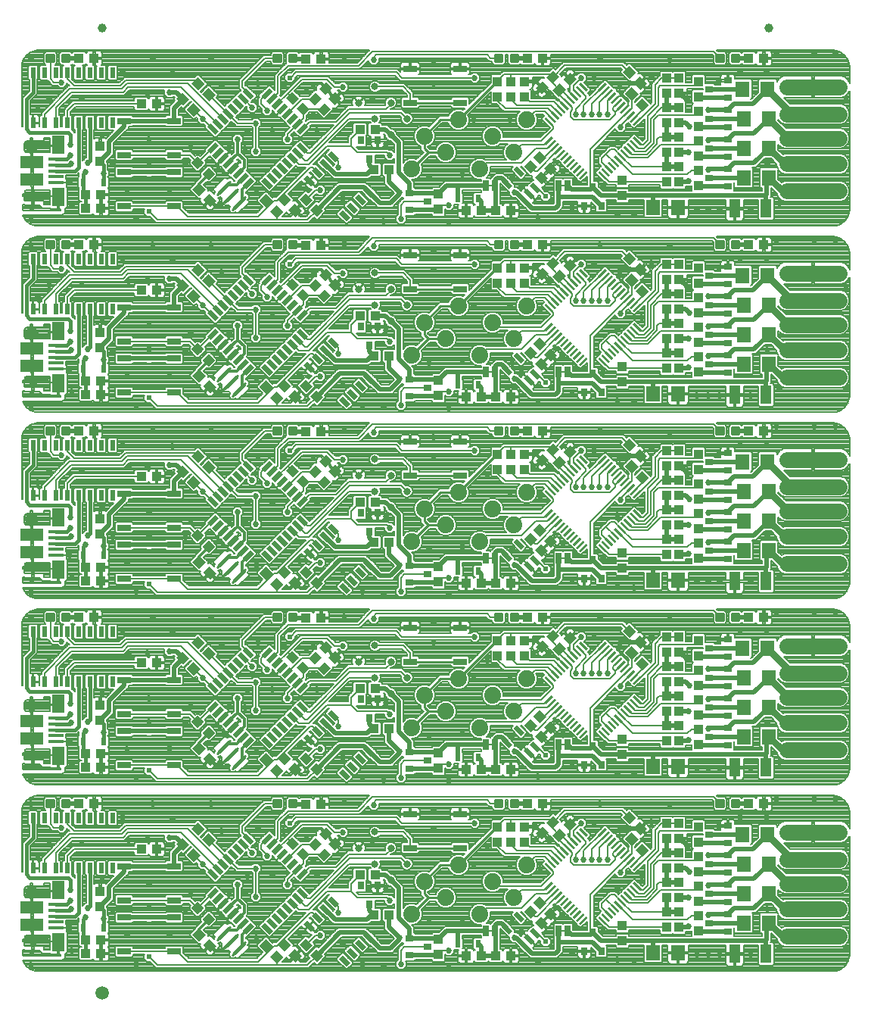
<source format=gtl>
G75*
%MOIN*%
%OFA0B0*%
%FSLAX25Y25*%
%IPPOS*%
%LPD*%
%AMOC8*
5,1,8,0,0,1.08239X$1,22.5*
%
%ADD10R,0.03543X0.03150*%
%ADD11R,0.06299X0.07087*%
%ADD12R,0.03937X0.04331*%
%ADD13R,0.01000X0.04500*%
%ADD14R,0.04500X0.01000*%
%ADD15R,0.04331X0.03937*%
%ADD16C,0.01772*%
%ADD17C,0.01000*%
%ADD18C,0.03200*%
%ADD19R,0.02362X0.04724*%
%ADD20R,0.05000X0.02200*%
%ADD21R,0.02200X0.05000*%
%ADD22R,0.06000X0.03000*%
%ADD23R,0.06890X0.01575*%
%ADD24R,0.05748X0.07874*%
%ADD25R,0.09843X0.05610*%
%ADD26C,0.03937*%
%ADD27C,0.04331*%
%ADD28C,0.00800*%
%ADD29C,0.07000*%
%ADD30R,0.03150X0.03543*%
%ADD31R,0.02165X0.04724*%
%ADD32R,0.02500X0.05000*%
%ADD33R,0.01600X0.01000*%
%ADD34R,0.02480X0.03268*%
%ADD35C,0.01181*%
%ADD36R,0.05000X0.08110*%
%ADD37C,0.07400*%
%ADD38C,0.05906*%
%ADD39C,0.02700*%
%ADD40C,0.02000*%
%ADD41C,0.01600*%
%ADD42C,0.01200*%
%ADD43C,0.02400*%
%ADD44C,0.03000*%
D10*
X0429369Y0036760D03*
X0437636Y0040500D03*
X0429369Y0044240D03*
X0429369Y0118760D03*
X0437636Y0122500D03*
X0429369Y0126240D03*
X0429369Y0200760D03*
X0429369Y0208240D03*
X0437636Y0204500D03*
X0429369Y0282760D03*
X0437636Y0286500D03*
X0429369Y0290240D03*
X0429369Y0364760D03*
X0437636Y0368500D03*
X0429369Y0372240D03*
X0561475Y0379000D03*
X0569743Y0375260D03*
X0569743Y0382740D03*
X0569743Y0388260D03*
X0561475Y0392000D03*
X0569743Y0395740D03*
X0569743Y0401260D03*
X0569743Y0408740D03*
X0561475Y0405000D03*
X0569743Y0414260D03*
X0569743Y0421740D03*
X0561475Y0418000D03*
X0569743Y0339740D03*
X0561475Y0336000D03*
X0569743Y0332260D03*
X0569743Y0326740D03*
X0561475Y0323000D03*
X0569743Y0319260D03*
X0569743Y0313740D03*
X0561475Y0310000D03*
X0569743Y0306260D03*
X0569743Y0300740D03*
X0569743Y0293260D03*
X0561475Y0297000D03*
X0569743Y0257740D03*
X0561475Y0254000D03*
X0569743Y0250260D03*
X0569743Y0244740D03*
X0569743Y0237260D03*
X0561475Y0241000D03*
X0569743Y0231740D03*
X0569743Y0224260D03*
X0569743Y0218740D03*
X0561475Y0215000D03*
X0569743Y0211260D03*
X0561475Y0228000D03*
X0569743Y0175740D03*
X0569743Y0168260D03*
X0561475Y0172000D03*
X0569743Y0162740D03*
X0569743Y0155260D03*
X0569743Y0149740D03*
X0561475Y0146000D03*
X0569743Y0142260D03*
X0569743Y0136740D03*
X0561475Y0133000D03*
X0569743Y0129260D03*
X0561475Y0159000D03*
X0569743Y0093740D03*
X0561475Y0090000D03*
X0569743Y0086260D03*
X0569743Y0080740D03*
X0561475Y0077000D03*
X0569743Y0073260D03*
X0569743Y0067740D03*
X0561475Y0064000D03*
X0569743Y0060260D03*
X0569743Y0054740D03*
X0569743Y0047260D03*
X0561475Y0051000D03*
D11*
X0576794Y0051000D03*
X0587817Y0051000D03*
X0587817Y0064000D03*
X0576794Y0064000D03*
X0576794Y0077000D03*
X0587817Y0077000D03*
X0587317Y0090000D03*
X0576294Y0090000D03*
X0547866Y0119939D03*
X0536843Y0119939D03*
X0576794Y0133000D03*
X0587817Y0133000D03*
X0587817Y0146000D03*
X0576794Y0146000D03*
X0576794Y0159000D03*
X0587817Y0159000D03*
X0587317Y0172000D03*
X0576294Y0172000D03*
X0547866Y0201939D03*
X0536843Y0201939D03*
X0576794Y0215000D03*
X0587817Y0215000D03*
X0587817Y0228000D03*
X0576794Y0228000D03*
X0576794Y0241000D03*
X0587817Y0241000D03*
X0587317Y0254000D03*
X0576294Y0254000D03*
X0547866Y0283939D03*
X0536843Y0283939D03*
X0576794Y0297000D03*
X0587817Y0297000D03*
X0587817Y0310000D03*
X0576794Y0310000D03*
X0576794Y0323000D03*
X0587817Y0323000D03*
X0587317Y0336000D03*
X0576294Y0336000D03*
X0547866Y0365939D03*
X0536843Y0365939D03*
X0576794Y0379000D03*
X0587817Y0379000D03*
X0587817Y0392000D03*
X0576794Y0392000D03*
X0576794Y0405000D03*
X0587817Y0405000D03*
X0587317Y0418000D03*
X0576294Y0418000D03*
X0547866Y0037939D03*
X0536843Y0037939D03*
D12*
X0542806Y0049154D03*
X0548306Y0049154D03*
X0556806Y0047654D03*
X0556806Y0054346D03*
X0548306Y0055846D03*
X0542806Y0055846D03*
X0542806Y0062154D03*
X0548306Y0062154D03*
X0548306Y0068846D03*
X0542806Y0068846D03*
X0542806Y0075154D03*
X0548306Y0075154D03*
X0548306Y0081846D03*
X0542806Y0081846D03*
X0542806Y0088154D03*
X0548306Y0088154D03*
X0556806Y0086654D03*
X0556806Y0080346D03*
X0556806Y0073654D03*
X0556806Y0067346D03*
X0556806Y0060654D03*
X0523306Y0049846D03*
X0523306Y0043154D03*
X0480306Y0086654D03*
X0474306Y0086654D03*
X0468306Y0086654D03*
X0468306Y0093346D03*
X0474306Y0093346D03*
X0480306Y0093346D03*
X0442306Y0119154D03*
X0442306Y0125846D03*
X0468306Y0168654D03*
X0474306Y0168654D03*
X0480306Y0168654D03*
X0480306Y0175346D03*
X0474306Y0175346D03*
X0468306Y0175346D03*
X0442306Y0201154D03*
X0442306Y0207846D03*
X0468306Y0250654D03*
X0474306Y0250654D03*
X0480306Y0250654D03*
X0480306Y0257346D03*
X0474306Y0257346D03*
X0468306Y0257346D03*
X0442306Y0283154D03*
X0442306Y0289846D03*
X0468306Y0332654D03*
X0474306Y0332654D03*
X0480306Y0332654D03*
X0480306Y0339346D03*
X0474306Y0339346D03*
X0468306Y0339346D03*
X0442306Y0365154D03*
X0442306Y0371846D03*
X0468306Y0414654D03*
X0474306Y0414654D03*
X0480306Y0414654D03*
X0480306Y0421346D03*
X0474306Y0421346D03*
X0468306Y0421346D03*
X0523306Y0377846D03*
X0523306Y0371154D03*
X0542806Y0377154D03*
X0548306Y0377154D03*
X0548306Y0383846D03*
X0542806Y0383846D03*
X0542806Y0390154D03*
X0548306Y0390154D03*
X0556806Y0388654D03*
X0556806Y0382346D03*
X0556806Y0375654D03*
X0556806Y0395346D03*
X0556806Y0401654D03*
X0556806Y0408346D03*
X0548306Y0409846D03*
X0542806Y0409846D03*
X0542806Y0416154D03*
X0548306Y0416154D03*
X0548306Y0422846D03*
X0542806Y0422846D03*
X0556806Y0421346D03*
X0556806Y0414654D03*
X0548306Y0403154D03*
X0542806Y0403154D03*
X0542806Y0396846D03*
X0548306Y0396846D03*
X0548306Y0340846D03*
X0542806Y0340846D03*
X0542806Y0334154D03*
X0548306Y0334154D03*
X0548306Y0327846D03*
X0542806Y0327846D03*
X0542806Y0321154D03*
X0548306Y0321154D03*
X0556806Y0319654D03*
X0556806Y0313346D03*
X0548306Y0314846D03*
X0542806Y0314846D03*
X0542806Y0308154D03*
X0548306Y0308154D03*
X0556806Y0306654D03*
X0556806Y0300346D03*
X0556806Y0293654D03*
X0548306Y0295154D03*
X0542806Y0295154D03*
X0542806Y0301846D03*
X0548306Y0301846D03*
X0523306Y0295846D03*
X0523306Y0289154D03*
X0542806Y0258846D03*
X0548306Y0258846D03*
X0548306Y0252154D03*
X0542806Y0252154D03*
X0542806Y0245846D03*
X0548306Y0245846D03*
X0548306Y0239154D03*
X0542806Y0239154D03*
X0542806Y0232846D03*
X0548306Y0232846D03*
X0556806Y0231346D03*
X0556806Y0224654D03*
X0548306Y0226154D03*
X0542806Y0226154D03*
X0542806Y0219846D03*
X0548306Y0219846D03*
X0556806Y0218346D03*
X0556806Y0211654D03*
X0548306Y0213154D03*
X0542806Y0213154D03*
X0523306Y0213846D03*
X0523306Y0207154D03*
X0542806Y0176846D03*
X0548306Y0176846D03*
X0556806Y0175346D03*
X0556806Y0168654D03*
X0548306Y0170154D03*
X0542806Y0170154D03*
X0542806Y0163846D03*
X0548306Y0163846D03*
X0556806Y0162346D03*
X0556806Y0155654D03*
X0556806Y0149346D03*
X0548306Y0150846D03*
X0542806Y0150846D03*
X0542806Y0157154D03*
X0548306Y0157154D03*
X0548306Y0144154D03*
X0542806Y0144154D03*
X0542806Y0137846D03*
X0548306Y0137846D03*
X0548306Y0131154D03*
X0542806Y0131154D03*
X0556806Y0129654D03*
X0556806Y0136346D03*
X0556806Y0142654D03*
X0523306Y0131846D03*
X0523306Y0125154D03*
X0542806Y0094846D03*
X0548306Y0094846D03*
X0556806Y0093346D03*
X0442306Y0043846D03*
X0442306Y0037154D03*
X0293306Y0058154D03*
X0293306Y0064846D03*
X0293306Y0140154D03*
X0293306Y0146846D03*
X0293306Y0222154D03*
X0293306Y0228846D03*
X0293306Y0304154D03*
X0293306Y0310846D03*
X0293306Y0386154D03*
X0293306Y0392846D03*
X0556806Y0339346D03*
X0556806Y0332654D03*
X0556806Y0326346D03*
X0556806Y0257346D03*
X0556806Y0250654D03*
X0556806Y0244346D03*
X0556806Y0237654D03*
D13*
G36*
X0531737Y0230087D02*
X0531030Y0229380D01*
X0527849Y0232561D01*
X0528556Y0233268D01*
X0531737Y0230087D01*
G37*
G36*
X0530345Y0228695D02*
X0529638Y0227988D01*
X0526457Y0231169D01*
X0527164Y0231876D01*
X0530345Y0228695D01*
G37*
G36*
X0528953Y0227303D02*
X0528246Y0226596D01*
X0525065Y0229777D01*
X0525772Y0230484D01*
X0528953Y0227303D01*
G37*
G36*
X0527561Y0225911D02*
X0526854Y0225204D01*
X0523673Y0228385D01*
X0524380Y0229092D01*
X0527561Y0225911D01*
G37*
G36*
X0526169Y0224519D02*
X0525462Y0223812D01*
X0522281Y0226993D01*
X0522988Y0227700D01*
X0526169Y0224519D01*
G37*
G36*
X0524777Y0223127D02*
X0524070Y0222420D01*
X0520889Y0225601D01*
X0521596Y0226308D01*
X0524777Y0223127D01*
G37*
G36*
X0523385Y0221736D02*
X0522678Y0221029D01*
X0519497Y0224210D01*
X0520204Y0224917D01*
X0523385Y0221736D01*
G37*
G36*
X0521993Y0220344D02*
X0521286Y0219637D01*
X0518105Y0222818D01*
X0518812Y0223525D01*
X0521993Y0220344D01*
G37*
G36*
X0520601Y0218952D02*
X0519894Y0218245D01*
X0516713Y0221426D01*
X0517420Y0222133D01*
X0520601Y0218952D01*
G37*
G36*
X0519209Y0217560D02*
X0518502Y0216853D01*
X0515321Y0220034D01*
X0516028Y0220741D01*
X0519209Y0217560D01*
G37*
G36*
X0517817Y0216168D02*
X0517110Y0215461D01*
X0513929Y0218642D01*
X0514636Y0219349D01*
X0517817Y0216168D01*
G37*
G36*
X0516425Y0214776D02*
X0515718Y0214069D01*
X0512537Y0217250D01*
X0513244Y0217957D01*
X0516425Y0214776D01*
G37*
G36*
X0492762Y0238439D02*
X0492055Y0237732D01*
X0488874Y0240913D01*
X0489581Y0241620D01*
X0492762Y0238439D01*
G37*
G36*
X0494154Y0239831D02*
X0493447Y0239124D01*
X0490266Y0242305D01*
X0490973Y0243012D01*
X0494154Y0239831D01*
G37*
G36*
X0495546Y0241223D02*
X0494839Y0240516D01*
X0491658Y0243697D01*
X0492365Y0244404D01*
X0495546Y0241223D01*
G37*
G36*
X0496938Y0242615D02*
X0496231Y0241908D01*
X0493050Y0245089D01*
X0493757Y0245796D01*
X0496938Y0242615D01*
G37*
G36*
X0498330Y0244007D02*
X0497623Y0243300D01*
X0494442Y0246481D01*
X0495149Y0247188D01*
X0498330Y0244007D01*
G37*
G36*
X0499722Y0245399D02*
X0499015Y0244692D01*
X0495834Y0247873D01*
X0496541Y0248580D01*
X0499722Y0245399D01*
G37*
G36*
X0501114Y0246790D02*
X0500407Y0246083D01*
X0497226Y0249264D01*
X0497933Y0249971D01*
X0501114Y0246790D01*
G37*
G36*
X0502506Y0248182D02*
X0501799Y0247475D01*
X0498618Y0250656D01*
X0499325Y0251363D01*
X0502506Y0248182D01*
G37*
G36*
X0503898Y0249574D02*
X0503191Y0248867D01*
X0500010Y0252048D01*
X0500717Y0252755D01*
X0503898Y0249574D01*
G37*
G36*
X0505290Y0250966D02*
X0504583Y0250259D01*
X0501402Y0253440D01*
X0502109Y0254147D01*
X0505290Y0250966D01*
G37*
G36*
X0506682Y0252358D02*
X0505975Y0251651D01*
X0502794Y0254832D01*
X0503501Y0255539D01*
X0506682Y0252358D01*
G37*
G36*
X0508074Y0253750D02*
X0507367Y0253043D01*
X0504186Y0256224D01*
X0504893Y0256931D01*
X0508074Y0253750D01*
G37*
G36*
X0516425Y0296776D02*
X0515718Y0296069D01*
X0512537Y0299250D01*
X0513244Y0299957D01*
X0516425Y0296776D01*
G37*
G36*
X0517817Y0298168D02*
X0517110Y0297461D01*
X0513929Y0300642D01*
X0514636Y0301349D01*
X0517817Y0298168D01*
G37*
G36*
X0519209Y0299560D02*
X0518502Y0298853D01*
X0515321Y0302034D01*
X0516028Y0302741D01*
X0519209Y0299560D01*
G37*
G36*
X0520601Y0300952D02*
X0519894Y0300245D01*
X0516713Y0303426D01*
X0517420Y0304133D01*
X0520601Y0300952D01*
G37*
G36*
X0521993Y0302344D02*
X0521286Y0301637D01*
X0518105Y0304818D01*
X0518812Y0305525D01*
X0521993Y0302344D01*
G37*
G36*
X0523385Y0303736D02*
X0522678Y0303029D01*
X0519497Y0306210D01*
X0520204Y0306917D01*
X0523385Y0303736D01*
G37*
G36*
X0524777Y0305127D02*
X0524070Y0304420D01*
X0520889Y0307601D01*
X0521596Y0308308D01*
X0524777Y0305127D01*
G37*
G36*
X0526169Y0306519D02*
X0525462Y0305812D01*
X0522281Y0308993D01*
X0522988Y0309700D01*
X0526169Y0306519D01*
G37*
G36*
X0527561Y0307911D02*
X0526854Y0307204D01*
X0523673Y0310385D01*
X0524380Y0311092D01*
X0527561Y0307911D01*
G37*
G36*
X0528953Y0309303D02*
X0528246Y0308596D01*
X0525065Y0311777D01*
X0525772Y0312484D01*
X0528953Y0309303D01*
G37*
G36*
X0530345Y0310695D02*
X0529638Y0309988D01*
X0526457Y0313169D01*
X0527164Y0313876D01*
X0530345Y0310695D01*
G37*
G36*
X0531737Y0312087D02*
X0531030Y0311380D01*
X0527849Y0314561D01*
X0528556Y0315268D01*
X0531737Y0312087D01*
G37*
G36*
X0505290Y0332966D02*
X0504583Y0332259D01*
X0501402Y0335440D01*
X0502109Y0336147D01*
X0505290Y0332966D01*
G37*
G36*
X0506682Y0334358D02*
X0505975Y0333651D01*
X0502794Y0336832D01*
X0503501Y0337539D01*
X0506682Y0334358D01*
G37*
G36*
X0508074Y0335750D02*
X0507367Y0335043D01*
X0504186Y0338224D01*
X0504893Y0338931D01*
X0508074Y0335750D01*
G37*
G36*
X0503898Y0331574D02*
X0503191Y0330867D01*
X0500010Y0334048D01*
X0500717Y0334755D01*
X0503898Y0331574D01*
G37*
G36*
X0502506Y0330182D02*
X0501799Y0329475D01*
X0498618Y0332656D01*
X0499325Y0333363D01*
X0502506Y0330182D01*
G37*
G36*
X0501114Y0328790D02*
X0500407Y0328083D01*
X0497226Y0331264D01*
X0497933Y0331971D01*
X0501114Y0328790D01*
G37*
G36*
X0499722Y0327399D02*
X0499015Y0326692D01*
X0495834Y0329873D01*
X0496541Y0330580D01*
X0499722Y0327399D01*
G37*
G36*
X0498330Y0326007D02*
X0497623Y0325300D01*
X0494442Y0328481D01*
X0495149Y0329188D01*
X0498330Y0326007D01*
G37*
G36*
X0496938Y0324615D02*
X0496231Y0323908D01*
X0493050Y0327089D01*
X0493757Y0327796D01*
X0496938Y0324615D01*
G37*
G36*
X0495546Y0323223D02*
X0494839Y0322516D01*
X0491658Y0325697D01*
X0492365Y0326404D01*
X0495546Y0323223D01*
G37*
G36*
X0494154Y0321831D02*
X0493447Y0321124D01*
X0490266Y0324305D01*
X0490973Y0325012D01*
X0494154Y0321831D01*
G37*
G36*
X0492762Y0320439D02*
X0492055Y0319732D01*
X0488874Y0322913D01*
X0489581Y0323620D01*
X0492762Y0320439D01*
G37*
G36*
X0516425Y0378776D02*
X0515718Y0378069D01*
X0512537Y0381250D01*
X0513244Y0381957D01*
X0516425Y0378776D01*
G37*
G36*
X0517817Y0380168D02*
X0517110Y0379461D01*
X0513929Y0382642D01*
X0514636Y0383349D01*
X0517817Y0380168D01*
G37*
G36*
X0519209Y0381560D02*
X0518502Y0380853D01*
X0515321Y0384034D01*
X0516028Y0384741D01*
X0519209Y0381560D01*
G37*
G36*
X0520601Y0382952D02*
X0519894Y0382245D01*
X0516713Y0385426D01*
X0517420Y0386133D01*
X0520601Y0382952D01*
G37*
G36*
X0521993Y0384344D02*
X0521286Y0383637D01*
X0518105Y0386818D01*
X0518812Y0387525D01*
X0521993Y0384344D01*
G37*
G36*
X0523385Y0385736D02*
X0522678Y0385029D01*
X0519497Y0388210D01*
X0520204Y0388917D01*
X0523385Y0385736D01*
G37*
G36*
X0524777Y0387127D02*
X0524070Y0386420D01*
X0520889Y0389601D01*
X0521596Y0390308D01*
X0524777Y0387127D01*
G37*
G36*
X0526169Y0388519D02*
X0525462Y0387812D01*
X0522281Y0390993D01*
X0522988Y0391700D01*
X0526169Y0388519D01*
G37*
G36*
X0527561Y0389911D02*
X0526854Y0389204D01*
X0523673Y0392385D01*
X0524380Y0393092D01*
X0527561Y0389911D01*
G37*
G36*
X0528953Y0391303D02*
X0528246Y0390596D01*
X0525065Y0393777D01*
X0525772Y0394484D01*
X0528953Y0391303D01*
G37*
G36*
X0530345Y0392695D02*
X0529638Y0391988D01*
X0526457Y0395169D01*
X0527164Y0395876D01*
X0530345Y0392695D01*
G37*
G36*
X0531737Y0394087D02*
X0531030Y0393380D01*
X0527849Y0396561D01*
X0528556Y0397268D01*
X0531737Y0394087D01*
G37*
G36*
X0506682Y0416358D02*
X0505975Y0415651D01*
X0502794Y0418832D01*
X0503501Y0419539D01*
X0506682Y0416358D01*
G37*
G36*
X0508074Y0417750D02*
X0507367Y0417043D01*
X0504186Y0420224D01*
X0504893Y0420931D01*
X0508074Y0417750D01*
G37*
G36*
X0505290Y0414966D02*
X0504583Y0414259D01*
X0501402Y0417440D01*
X0502109Y0418147D01*
X0505290Y0414966D01*
G37*
G36*
X0503898Y0413574D02*
X0503191Y0412867D01*
X0500010Y0416048D01*
X0500717Y0416755D01*
X0503898Y0413574D01*
G37*
G36*
X0502506Y0412182D02*
X0501799Y0411475D01*
X0498618Y0414656D01*
X0499325Y0415363D01*
X0502506Y0412182D01*
G37*
G36*
X0501114Y0410790D02*
X0500407Y0410083D01*
X0497226Y0413264D01*
X0497933Y0413971D01*
X0501114Y0410790D01*
G37*
G36*
X0499722Y0409399D02*
X0499015Y0408692D01*
X0495834Y0411873D01*
X0496541Y0412580D01*
X0499722Y0409399D01*
G37*
G36*
X0498330Y0408007D02*
X0497623Y0407300D01*
X0494442Y0410481D01*
X0495149Y0411188D01*
X0498330Y0408007D01*
G37*
G36*
X0496938Y0406615D02*
X0496231Y0405908D01*
X0493050Y0409089D01*
X0493757Y0409796D01*
X0496938Y0406615D01*
G37*
G36*
X0495546Y0405223D02*
X0494839Y0404516D01*
X0491658Y0407697D01*
X0492365Y0408404D01*
X0495546Y0405223D01*
G37*
G36*
X0494154Y0403831D02*
X0493447Y0403124D01*
X0490266Y0406305D01*
X0490973Y0407012D01*
X0494154Y0403831D01*
G37*
G36*
X0492762Y0402439D02*
X0492055Y0401732D01*
X0488874Y0404913D01*
X0489581Y0405620D01*
X0492762Y0402439D01*
G37*
G36*
X0508074Y0171750D02*
X0507367Y0171043D01*
X0504186Y0174224D01*
X0504893Y0174931D01*
X0508074Y0171750D01*
G37*
G36*
X0506682Y0170358D02*
X0505975Y0169651D01*
X0502794Y0172832D01*
X0503501Y0173539D01*
X0506682Y0170358D01*
G37*
G36*
X0505290Y0168966D02*
X0504583Y0168259D01*
X0501402Y0171440D01*
X0502109Y0172147D01*
X0505290Y0168966D01*
G37*
G36*
X0503898Y0167574D02*
X0503191Y0166867D01*
X0500010Y0170048D01*
X0500717Y0170755D01*
X0503898Y0167574D01*
G37*
G36*
X0502506Y0166182D02*
X0501799Y0165475D01*
X0498618Y0168656D01*
X0499325Y0169363D01*
X0502506Y0166182D01*
G37*
G36*
X0501114Y0164790D02*
X0500407Y0164083D01*
X0497226Y0167264D01*
X0497933Y0167971D01*
X0501114Y0164790D01*
G37*
G36*
X0499722Y0163399D02*
X0499015Y0162692D01*
X0495834Y0165873D01*
X0496541Y0166580D01*
X0499722Y0163399D01*
G37*
G36*
X0498330Y0162007D02*
X0497623Y0161300D01*
X0494442Y0164481D01*
X0495149Y0165188D01*
X0498330Y0162007D01*
G37*
G36*
X0496938Y0160615D02*
X0496231Y0159908D01*
X0493050Y0163089D01*
X0493757Y0163796D01*
X0496938Y0160615D01*
G37*
G36*
X0495546Y0159223D02*
X0494839Y0158516D01*
X0491658Y0161697D01*
X0492365Y0162404D01*
X0495546Y0159223D01*
G37*
G36*
X0494154Y0157831D02*
X0493447Y0157124D01*
X0490266Y0160305D01*
X0490973Y0161012D01*
X0494154Y0157831D01*
G37*
G36*
X0492762Y0156439D02*
X0492055Y0155732D01*
X0488874Y0158913D01*
X0489581Y0159620D01*
X0492762Y0156439D01*
G37*
G36*
X0517817Y0134168D02*
X0517110Y0133461D01*
X0513929Y0136642D01*
X0514636Y0137349D01*
X0517817Y0134168D01*
G37*
G36*
X0519209Y0135560D02*
X0518502Y0134853D01*
X0515321Y0138034D01*
X0516028Y0138741D01*
X0519209Y0135560D01*
G37*
G36*
X0520601Y0136952D02*
X0519894Y0136245D01*
X0516713Y0139426D01*
X0517420Y0140133D01*
X0520601Y0136952D01*
G37*
G36*
X0521993Y0138344D02*
X0521286Y0137637D01*
X0518105Y0140818D01*
X0518812Y0141525D01*
X0521993Y0138344D01*
G37*
G36*
X0523385Y0139736D02*
X0522678Y0139029D01*
X0519497Y0142210D01*
X0520204Y0142917D01*
X0523385Y0139736D01*
G37*
G36*
X0524777Y0141127D02*
X0524070Y0140420D01*
X0520889Y0143601D01*
X0521596Y0144308D01*
X0524777Y0141127D01*
G37*
G36*
X0526169Y0142519D02*
X0525462Y0141812D01*
X0522281Y0144993D01*
X0522988Y0145700D01*
X0526169Y0142519D01*
G37*
G36*
X0527561Y0143911D02*
X0526854Y0143204D01*
X0523673Y0146385D01*
X0524380Y0147092D01*
X0527561Y0143911D01*
G37*
G36*
X0528953Y0145303D02*
X0528246Y0144596D01*
X0525065Y0147777D01*
X0525772Y0148484D01*
X0528953Y0145303D01*
G37*
G36*
X0530345Y0146695D02*
X0529638Y0145988D01*
X0526457Y0149169D01*
X0527164Y0149876D01*
X0530345Y0146695D01*
G37*
G36*
X0531737Y0148087D02*
X0531030Y0147380D01*
X0527849Y0150561D01*
X0528556Y0151268D01*
X0531737Y0148087D01*
G37*
G36*
X0516425Y0132776D02*
X0515718Y0132069D01*
X0512537Y0135250D01*
X0513244Y0135957D01*
X0516425Y0132776D01*
G37*
G36*
X0508074Y0089750D02*
X0507367Y0089043D01*
X0504186Y0092224D01*
X0504893Y0092931D01*
X0508074Y0089750D01*
G37*
G36*
X0506682Y0088358D02*
X0505975Y0087651D01*
X0502794Y0090832D01*
X0503501Y0091539D01*
X0506682Y0088358D01*
G37*
G36*
X0505290Y0086966D02*
X0504583Y0086259D01*
X0501402Y0089440D01*
X0502109Y0090147D01*
X0505290Y0086966D01*
G37*
G36*
X0503898Y0085574D02*
X0503191Y0084867D01*
X0500010Y0088048D01*
X0500717Y0088755D01*
X0503898Y0085574D01*
G37*
G36*
X0502506Y0084182D02*
X0501799Y0083475D01*
X0498618Y0086656D01*
X0499325Y0087363D01*
X0502506Y0084182D01*
G37*
G36*
X0501114Y0082790D02*
X0500407Y0082083D01*
X0497226Y0085264D01*
X0497933Y0085971D01*
X0501114Y0082790D01*
G37*
G36*
X0499722Y0081399D02*
X0499015Y0080692D01*
X0495834Y0083873D01*
X0496541Y0084580D01*
X0499722Y0081399D01*
G37*
G36*
X0498330Y0080007D02*
X0497623Y0079300D01*
X0494442Y0082481D01*
X0495149Y0083188D01*
X0498330Y0080007D01*
G37*
G36*
X0496938Y0078615D02*
X0496231Y0077908D01*
X0493050Y0081089D01*
X0493757Y0081796D01*
X0496938Y0078615D01*
G37*
G36*
X0495546Y0077223D02*
X0494839Y0076516D01*
X0491658Y0079697D01*
X0492365Y0080404D01*
X0495546Y0077223D01*
G37*
G36*
X0494154Y0075831D02*
X0493447Y0075124D01*
X0490266Y0078305D01*
X0490973Y0079012D01*
X0494154Y0075831D01*
G37*
G36*
X0492762Y0074439D02*
X0492055Y0073732D01*
X0488874Y0076913D01*
X0489581Y0077620D01*
X0492762Y0074439D01*
G37*
G36*
X0520601Y0054952D02*
X0519894Y0054245D01*
X0516713Y0057426D01*
X0517420Y0058133D01*
X0520601Y0054952D01*
G37*
G36*
X0521993Y0056344D02*
X0521286Y0055637D01*
X0518105Y0058818D01*
X0518812Y0059525D01*
X0521993Y0056344D01*
G37*
G36*
X0523385Y0057736D02*
X0522678Y0057029D01*
X0519497Y0060210D01*
X0520204Y0060917D01*
X0523385Y0057736D01*
G37*
G36*
X0524777Y0059127D02*
X0524070Y0058420D01*
X0520889Y0061601D01*
X0521596Y0062308D01*
X0524777Y0059127D01*
G37*
G36*
X0526169Y0060519D02*
X0525462Y0059812D01*
X0522281Y0062993D01*
X0522988Y0063700D01*
X0526169Y0060519D01*
G37*
G36*
X0527561Y0061911D02*
X0526854Y0061204D01*
X0523673Y0064385D01*
X0524380Y0065092D01*
X0527561Y0061911D01*
G37*
G36*
X0528953Y0063303D02*
X0528246Y0062596D01*
X0525065Y0065777D01*
X0525772Y0066484D01*
X0528953Y0063303D01*
G37*
G36*
X0530345Y0064695D02*
X0529638Y0063988D01*
X0526457Y0067169D01*
X0527164Y0067876D01*
X0530345Y0064695D01*
G37*
G36*
X0531737Y0066087D02*
X0531030Y0065380D01*
X0527849Y0068561D01*
X0528556Y0069268D01*
X0531737Y0066087D01*
G37*
G36*
X0519209Y0053560D02*
X0518502Y0052853D01*
X0515321Y0056034D01*
X0516028Y0056741D01*
X0519209Y0053560D01*
G37*
G36*
X0517817Y0052168D02*
X0517110Y0051461D01*
X0513929Y0054642D01*
X0514636Y0055349D01*
X0517817Y0052168D01*
G37*
G36*
X0516425Y0050776D02*
X0515718Y0050069D01*
X0512537Y0053250D01*
X0513244Y0053957D01*
X0516425Y0050776D01*
G37*
D14*
G36*
X0508074Y0053250D02*
X0504893Y0050069D01*
X0504186Y0050776D01*
X0507367Y0053957D01*
X0508074Y0053250D01*
G37*
G36*
X0506682Y0054642D02*
X0503501Y0051461D01*
X0502794Y0052168D01*
X0505975Y0055349D01*
X0506682Y0054642D01*
G37*
G36*
X0505290Y0056034D02*
X0502109Y0052853D01*
X0501402Y0053560D01*
X0504583Y0056741D01*
X0505290Y0056034D01*
G37*
G36*
X0503898Y0057426D02*
X0500717Y0054245D01*
X0500010Y0054952D01*
X0503191Y0058133D01*
X0503898Y0057426D01*
G37*
G36*
X0502506Y0058818D02*
X0499325Y0055637D01*
X0498618Y0056344D01*
X0501799Y0059525D01*
X0502506Y0058818D01*
G37*
G36*
X0501114Y0060210D02*
X0497933Y0057029D01*
X0497226Y0057736D01*
X0500407Y0060917D01*
X0501114Y0060210D01*
G37*
G36*
X0499722Y0061601D02*
X0496541Y0058420D01*
X0495834Y0059127D01*
X0499015Y0062308D01*
X0499722Y0061601D01*
G37*
G36*
X0498330Y0062993D02*
X0495149Y0059812D01*
X0494442Y0060519D01*
X0497623Y0063700D01*
X0498330Y0062993D01*
G37*
G36*
X0496938Y0064385D02*
X0493757Y0061204D01*
X0493050Y0061911D01*
X0496231Y0065092D01*
X0496938Y0064385D01*
G37*
G36*
X0495546Y0065777D02*
X0492365Y0062596D01*
X0491658Y0063303D01*
X0494839Y0066484D01*
X0495546Y0065777D01*
G37*
G36*
X0494154Y0067169D02*
X0490973Y0063988D01*
X0490266Y0064695D01*
X0493447Y0067876D01*
X0494154Y0067169D01*
G37*
G36*
X0492762Y0068561D02*
X0489581Y0065380D01*
X0488874Y0066087D01*
X0492055Y0069268D01*
X0492762Y0068561D01*
G37*
G36*
X0519209Y0089440D02*
X0516028Y0086259D01*
X0515321Y0086966D01*
X0518502Y0090147D01*
X0519209Y0089440D01*
G37*
G36*
X0520601Y0088048D02*
X0517420Y0084867D01*
X0516713Y0085574D01*
X0519894Y0088755D01*
X0520601Y0088048D01*
G37*
G36*
X0521993Y0086656D02*
X0518812Y0083475D01*
X0518105Y0084182D01*
X0521286Y0087363D01*
X0521993Y0086656D01*
G37*
G36*
X0523385Y0085264D02*
X0520204Y0082083D01*
X0519497Y0082790D01*
X0522678Y0085971D01*
X0523385Y0085264D01*
G37*
G36*
X0524777Y0083873D02*
X0521596Y0080692D01*
X0520889Y0081399D01*
X0524070Y0084580D01*
X0524777Y0083873D01*
G37*
G36*
X0526169Y0082481D02*
X0522988Y0079300D01*
X0522281Y0080007D01*
X0525462Y0083188D01*
X0526169Y0082481D01*
G37*
G36*
X0527561Y0081089D02*
X0524380Y0077908D01*
X0523673Y0078615D01*
X0526854Y0081796D01*
X0527561Y0081089D01*
G37*
G36*
X0528953Y0079697D02*
X0525772Y0076516D01*
X0525065Y0077223D01*
X0528246Y0080404D01*
X0528953Y0079697D01*
G37*
G36*
X0530345Y0078305D02*
X0527164Y0075124D01*
X0526457Y0075831D01*
X0529638Y0079012D01*
X0530345Y0078305D01*
G37*
G36*
X0531737Y0076913D02*
X0528556Y0073732D01*
X0527849Y0074439D01*
X0531030Y0077620D01*
X0531737Y0076913D01*
G37*
G36*
X0517817Y0090832D02*
X0514636Y0087651D01*
X0513929Y0088358D01*
X0517110Y0091539D01*
X0517817Y0090832D01*
G37*
G36*
X0516425Y0092224D02*
X0513244Y0089043D01*
X0512537Y0089750D01*
X0515718Y0092931D01*
X0516425Y0092224D01*
G37*
G36*
X0508074Y0135250D02*
X0504893Y0132069D01*
X0504186Y0132776D01*
X0507367Y0135957D01*
X0508074Y0135250D01*
G37*
G36*
X0506682Y0136642D02*
X0503501Y0133461D01*
X0502794Y0134168D01*
X0505975Y0137349D01*
X0506682Y0136642D01*
G37*
G36*
X0505290Y0138034D02*
X0502109Y0134853D01*
X0501402Y0135560D01*
X0504583Y0138741D01*
X0505290Y0138034D01*
G37*
G36*
X0503898Y0139426D02*
X0500717Y0136245D01*
X0500010Y0136952D01*
X0503191Y0140133D01*
X0503898Y0139426D01*
G37*
G36*
X0502506Y0140818D02*
X0499325Y0137637D01*
X0498618Y0138344D01*
X0501799Y0141525D01*
X0502506Y0140818D01*
G37*
G36*
X0501114Y0142210D02*
X0497933Y0139029D01*
X0497226Y0139736D01*
X0500407Y0142917D01*
X0501114Y0142210D01*
G37*
G36*
X0499722Y0143601D02*
X0496541Y0140420D01*
X0495834Y0141127D01*
X0499015Y0144308D01*
X0499722Y0143601D01*
G37*
G36*
X0498330Y0144993D02*
X0495149Y0141812D01*
X0494442Y0142519D01*
X0497623Y0145700D01*
X0498330Y0144993D01*
G37*
G36*
X0496938Y0146385D02*
X0493757Y0143204D01*
X0493050Y0143911D01*
X0496231Y0147092D01*
X0496938Y0146385D01*
G37*
G36*
X0495546Y0147777D02*
X0492365Y0144596D01*
X0491658Y0145303D01*
X0494839Y0148484D01*
X0495546Y0147777D01*
G37*
G36*
X0494154Y0149169D02*
X0490973Y0145988D01*
X0490266Y0146695D01*
X0493447Y0149876D01*
X0494154Y0149169D01*
G37*
G36*
X0492762Y0150561D02*
X0489581Y0147380D01*
X0488874Y0148087D01*
X0492055Y0151268D01*
X0492762Y0150561D01*
G37*
G36*
X0517817Y0172832D02*
X0514636Y0169651D01*
X0513929Y0170358D01*
X0517110Y0173539D01*
X0517817Y0172832D01*
G37*
G36*
X0519209Y0171440D02*
X0516028Y0168259D01*
X0515321Y0168966D01*
X0518502Y0172147D01*
X0519209Y0171440D01*
G37*
G36*
X0520601Y0170048D02*
X0517420Y0166867D01*
X0516713Y0167574D01*
X0519894Y0170755D01*
X0520601Y0170048D01*
G37*
G36*
X0521993Y0168656D02*
X0518812Y0165475D01*
X0518105Y0166182D01*
X0521286Y0169363D01*
X0521993Y0168656D01*
G37*
G36*
X0523385Y0167264D02*
X0520204Y0164083D01*
X0519497Y0164790D01*
X0522678Y0167971D01*
X0523385Y0167264D01*
G37*
G36*
X0524777Y0165873D02*
X0521596Y0162692D01*
X0520889Y0163399D01*
X0524070Y0166580D01*
X0524777Y0165873D01*
G37*
G36*
X0526169Y0164481D02*
X0522988Y0161300D01*
X0522281Y0162007D01*
X0525462Y0165188D01*
X0526169Y0164481D01*
G37*
G36*
X0527561Y0163089D02*
X0524380Y0159908D01*
X0523673Y0160615D01*
X0526854Y0163796D01*
X0527561Y0163089D01*
G37*
G36*
X0528953Y0161697D02*
X0525772Y0158516D01*
X0525065Y0159223D01*
X0528246Y0162404D01*
X0528953Y0161697D01*
G37*
G36*
X0530345Y0160305D02*
X0527164Y0157124D01*
X0526457Y0157831D01*
X0529638Y0161012D01*
X0530345Y0160305D01*
G37*
G36*
X0531737Y0158913D02*
X0528556Y0155732D01*
X0527849Y0156439D01*
X0531030Y0159620D01*
X0531737Y0158913D01*
G37*
G36*
X0516425Y0174224D02*
X0513244Y0171043D01*
X0512537Y0171750D01*
X0515718Y0174931D01*
X0516425Y0174224D01*
G37*
G36*
X0508074Y0217250D02*
X0504893Y0214069D01*
X0504186Y0214776D01*
X0507367Y0217957D01*
X0508074Y0217250D01*
G37*
G36*
X0506682Y0218642D02*
X0503501Y0215461D01*
X0502794Y0216168D01*
X0505975Y0219349D01*
X0506682Y0218642D01*
G37*
G36*
X0505290Y0220034D02*
X0502109Y0216853D01*
X0501402Y0217560D01*
X0504583Y0220741D01*
X0505290Y0220034D01*
G37*
G36*
X0503898Y0221426D02*
X0500717Y0218245D01*
X0500010Y0218952D01*
X0503191Y0222133D01*
X0503898Y0221426D01*
G37*
G36*
X0502506Y0222818D02*
X0499325Y0219637D01*
X0498618Y0220344D01*
X0501799Y0223525D01*
X0502506Y0222818D01*
G37*
G36*
X0501114Y0224210D02*
X0497933Y0221029D01*
X0497226Y0221736D01*
X0500407Y0224917D01*
X0501114Y0224210D01*
G37*
G36*
X0499722Y0225601D02*
X0496541Y0222420D01*
X0495834Y0223127D01*
X0499015Y0226308D01*
X0499722Y0225601D01*
G37*
G36*
X0498330Y0226993D02*
X0495149Y0223812D01*
X0494442Y0224519D01*
X0497623Y0227700D01*
X0498330Y0226993D01*
G37*
G36*
X0496938Y0228385D02*
X0493757Y0225204D01*
X0493050Y0225911D01*
X0496231Y0229092D01*
X0496938Y0228385D01*
G37*
G36*
X0495546Y0229777D02*
X0492365Y0226596D01*
X0491658Y0227303D01*
X0494839Y0230484D01*
X0495546Y0229777D01*
G37*
G36*
X0494154Y0231169D02*
X0490973Y0227988D01*
X0490266Y0228695D01*
X0493447Y0231876D01*
X0494154Y0231169D01*
G37*
G36*
X0492762Y0232561D02*
X0489581Y0229380D01*
X0488874Y0230087D01*
X0492055Y0233268D01*
X0492762Y0232561D01*
G37*
G36*
X0516425Y0256224D02*
X0513244Y0253043D01*
X0512537Y0253750D01*
X0515718Y0256931D01*
X0516425Y0256224D01*
G37*
G36*
X0517817Y0254832D02*
X0514636Y0251651D01*
X0513929Y0252358D01*
X0517110Y0255539D01*
X0517817Y0254832D01*
G37*
G36*
X0519209Y0253440D02*
X0516028Y0250259D01*
X0515321Y0250966D01*
X0518502Y0254147D01*
X0519209Y0253440D01*
G37*
G36*
X0520601Y0252048D02*
X0517420Y0248867D01*
X0516713Y0249574D01*
X0519894Y0252755D01*
X0520601Y0252048D01*
G37*
G36*
X0521993Y0250656D02*
X0518812Y0247475D01*
X0518105Y0248182D01*
X0521286Y0251363D01*
X0521993Y0250656D01*
G37*
G36*
X0523385Y0249264D02*
X0520204Y0246083D01*
X0519497Y0246790D01*
X0522678Y0249971D01*
X0523385Y0249264D01*
G37*
G36*
X0524777Y0247873D02*
X0521596Y0244692D01*
X0520889Y0245399D01*
X0524070Y0248580D01*
X0524777Y0247873D01*
G37*
G36*
X0526169Y0246481D02*
X0522988Y0243300D01*
X0522281Y0244007D01*
X0525462Y0247188D01*
X0526169Y0246481D01*
G37*
G36*
X0527561Y0245089D02*
X0524380Y0241908D01*
X0523673Y0242615D01*
X0526854Y0245796D01*
X0527561Y0245089D01*
G37*
G36*
X0528953Y0243697D02*
X0525772Y0240516D01*
X0525065Y0241223D01*
X0528246Y0244404D01*
X0528953Y0243697D01*
G37*
G36*
X0530345Y0242305D02*
X0527164Y0239124D01*
X0526457Y0239831D01*
X0529638Y0243012D01*
X0530345Y0242305D01*
G37*
G36*
X0531737Y0240913D02*
X0528556Y0237732D01*
X0527849Y0238439D01*
X0531030Y0241620D01*
X0531737Y0240913D01*
G37*
G36*
X0508074Y0299250D02*
X0504893Y0296069D01*
X0504186Y0296776D01*
X0507367Y0299957D01*
X0508074Y0299250D01*
G37*
G36*
X0506682Y0300642D02*
X0503501Y0297461D01*
X0502794Y0298168D01*
X0505975Y0301349D01*
X0506682Y0300642D01*
G37*
G36*
X0505290Y0302034D02*
X0502109Y0298853D01*
X0501402Y0299560D01*
X0504583Y0302741D01*
X0505290Y0302034D01*
G37*
G36*
X0503898Y0303426D02*
X0500717Y0300245D01*
X0500010Y0300952D01*
X0503191Y0304133D01*
X0503898Y0303426D01*
G37*
G36*
X0502506Y0304818D02*
X0499325Y0301637D01*
X0498618Y0302344D01*
X0501799Y0305525D01*
X0502506Y0304818D01*
G37*
G36*
X0501114Y0306210D02*
X0497933Y0303029D01*
X0497226Y0303736D01*
X0500407Y0306917D01*
X0501114Y0306210D01*
G37*
G36*
X0499722Y0307601D02*
X0496541Y0304420D01*
X0495834Y0305127D01*
X0499015Y0308308D01*
X0499722Y0307601D01*
G37*
G36*
X0498330Y0308993D02*
X0495149Y0305812D01*
X0494442Y0306519D01*
X0497623Y0309700D01*
X0498330Y0308993D01*
G37*
G36*
X0496938Y0310385D02*
X0493757Y0307204D01*
X0493050Y0307911D01*
X0496231Y0311092D01*
X0496938Y0310385D01*
G37*
G36*
X0495546Y0311777D02*
X0492365Y0308596D01*
X0491658Y0309303D01*
X0494839Y0312484D01*
X0495546Y0311777D01*
G37*
G36*
X0494154Y0313169D02*
X0490973Y0309988D01*
X0490266Y0310695D01*
X0493447Y0313876D01*
X0494154Y0313169D01*
G37*
G36*
X0492762Y0314561D02*
X0489581Y0311380D01*
X0488874Y0312087D01*
X0492055Y0315268D01*
X0492762Y0314561D01*
G37*
G36*
X0519209Y0335440D02*
X0516028Y0332259D01*
X0515321Y0332966D01*
X0518502Y0336147D01*
X0519209Y0335440D01*
G37*
G36*
X0520601Y0334048D02*
X0517420Y0330867D01*
X0516713Y0331574D01*
X0519894Y0334755D01*
X0520601Y0334048D01*
G37*
G36*
X0521993Y0332656D02*
X0518812Y0329475D01*
X0518105Y0330182D01*
X0521286Y0333363D01*
X0521993Y0332656D01*
G37*
G36*
X0523385Y0331264D02*
X0520204Y0328083D01*
X0519497Y0328790D01*
X0522678Y0331971D01*
X0523385Y0331264D01*
G37*
G36*
X0524777Y0329873D02*
X0521596Y0326692D01*
X0520889Y0327399D01*
X0524070Y0330580D01*
X0524777Y0329873D01*
G37*
G36*
X0526169Y0328481D02*
X0522988Y0325300D01*
X0522281Y0326007D01*
X0525462Y0329188D01*
X0526169Y0328481D01*
G37*
G36*
X0527561Y0327089D02*
X0524380Y0323908D01*
X0523673Y0324615D01*
X0526854Y0327796D01*
X0527561Y0327089D01*
G37*
G36*
X0528953Y0325697D02*
X0525772Y0322516D01*
X0525065Y0323223D01*
X0528246Y0326404D01*
X0528953Y0325697D01*
G37*
G36*
X0530345Y0324305D02*
X0527164Y0321124D01*
X0526457Y0321831D01*
X0529638Y0325012D01*
X0530345Y0324305D01*
G37*
G36*
X0531737Y0322913D02*
X0528556Y0319732D01*
X0527849Y0320439D01*
X0531030Y0323620D01*
X0531737Y0322913D01*
G37*
G36*
X0517817Y0336832D02*
X0514636Y0333651D01*
X0513929Y0334358D01*
X0517110Y0337539D01*
X0517817Y0336832D01*
G37*
G36*
X0516425Y0338224D02*
X0513244Y0335043D01*
X0512537Y0335750D01*
X0515718Y0338931D01*
X0516425Y0338224D01*
G37*
G36*
X0508074Y0381250D02*
X0504893Y0378069D01*
X0504186Y0378776D01*
X0507367Y0381957D01*
X0508074Y0381250D01*
G37*
G36*
X0506682Y0382642D02*
X0503501Y0379461D01*
X0502794Y0380168D01*
X0505975Y0383349D01*
X0506682Y0382642D01*
G37*
G36*
X0505290Y0384034D02*
X0502109Y0380853D01*
X0501402Y0381560D01*
X0504583Y0384741D01*
X0505290Y0384034D01*
G37*
G36*
X0503898Y0385426D02*
X0500717Y0382245D01*
X0500010Y0382952D01*
X0503191Y0386133D01*
X0503898Y0385426D01*
G37*
G36*
X0502506Y0386818D02*
X0499325Y0383637D01*
X0498618Y0384344D01*
X0501799Y0387525D01*
X0502506Y0386818D01*
G37*
G36*
X0501114Y0388210D02*
X0497933Y0385029D01*
X0497226Y0385736D01*
X0500407Y0388917D01*
X0501114Y0388210D01*
G37*
G36*
X0499722Y0389601D02*
X0496541Y0386420D01*
X0495834Y0387127D01*
X0499015Y0390308D01*
X0499722Y0389601D01*
G37*
G36*
X0498330Y0390993D02*
X0495149Y0387812D01*
X0494442Y0388519D01*
X0497623Y0391700D01*
X0498330Y0390993D01*
G37*
G36*
X0496938Y0392385D02*
X0493757Y0389204D01*
X0493050Y0389911D01*
X0496231Y0393092D01*
X0496938Y0392385D01*
G37*
G36*
X0495546Y0393777D02*
X0492365Y0390596D01*
X0491658Y0391303D01*
X0494839Y0394484D01*
X0495546Y0393777D01*
G37*
G36*
X0494154Y0395169D02*
X0490973Y0391988D01*
X0490266Y0392695D01*
X0493447Y0395876D01*
X0494154Y0395169D01*
G37*
G36*
X0492762Y0396561D02*
X0489581Y0393380D01*
X0488874Y0394087D01*
X0492055Y0397268D01*
X0492762Y0396561D01*
G37*
G36*
X0517817Y0418832D02*
X0514636Y0415651D01*
X0513929Y0416358D01*
X0517110Y0419539D01*
X0517817Y0418832D01*
G37*
G36*
X0519209Y0417440D02*
X0516028Y0414259D01*
X0515321Y0414966D01*
X0518502Y0418147D01*
X0519209Y0417440D01*
G37*
G36*
X0520601Y0416048D02*
X0517420Y0412867D01*
X0516713Y0413574D01*
X0519894Y0416755D01*
X0520601Y0416048D01*
G37*
G36*
X0521993Y0414656D02*
X0518812Y0411475D01*
X0518105Y0412182D01*
X0521286Y0415363D01*
X0521993Y0414656D01*
G37*
G36*
X0523385Y0413264D02*
X0520204Y0410083D01*
X0519497Y0410790D01*
X0522678Y0413971D01*
X0523385Y0413264D01*
G37*
G36*
X0524777Y0411873D02*
X0521596Y0408692D01*
X0520889Y0409399D01*
X0524070Y0412580D01*
X0524777Y0411873D01*
G37*
G36*
X0526169Y0410481D02*
X0522988Y0407300D01*
X0522281Y0408007D01*
X0525462Y0411188D01*
X0526169Y0410481D01*
G37*
G36*
X0527561Y0409089D02*
X0524380Y0405908D01*
X0523673Y0406615D01*
X0526854Y0409796D01*
X0527561Y0409089D01*
G37*
G36*
X0528953Y0407697D02*
X0525772Y0404516D01*
X0525065Y0405223D01*
X0528246Y0408404D01*
X0528953Y0407697D01*
G37*
G36*
X0530345Y0406305D02*
X0527164Y0403124D01*
X0526457Y0403831D01*
X0529638Y0407012D01*
X0530345Y0406305D01*
G37*
G36*
X0531737Y0404913D02*
X0528556Y0401732D01*
X0527849Y0402439D01*
X0531030Y0405620D01*
X0531737Y0404913D01*
G37*
G36*
X0516425Y0420224D02*
X0513244Y0417043D01*
X0512537Y0417750D01*
X0515718Y0420931D01*
X0516425Y0420224D01*
G37*
D15*
G36*
X0526578Y0422444D02*
X0523517Y0425505D01*
X0526300Y0428288D01*
X0529361Y0425227D01*
X0526578Y0422444D01*
G37*
G36*
X0531311Y0417712D02*
X0528250Y0420773D01*
X0531033Y0423556D01*
X0534094Y0420495D01*
X0531311Y0417712D01*
G37*
G36*
X0527300Y0418788D02*
X0530361Y0415727D01*
X0527578Y0412944D01*
X0524517Y0416005D01*
X0527300Y0418788D01*
G37*
G36*
X0532033Y0414056D02*
X0535094Y0410995D01*
X0532311Y0408212D01*
X0529250Y0411273D01*
X0532033Y0414056D01*
G37*
G36*
X0503094Y0422505D02*
X0500033Y0419444D01*
X0497250Y0422227D01*
X0500311Y0425288D01*
X0503094Y0422505D01*
G37*
G36*
X0498361Y0417773D02*
X0495300Y0414712D01*
X0492517Y0417495D01*
X0495578Y0420556D01*
X0498361Y0417773D01*
G37*
G36*
X0485017Y0418495D02*
X0488078Y0421556D01*
X0490861Y0418773D01*
X0487800Y0415712D01*
X0485017Y0418495D01*
G37*
G36*
X0489750Y0423227D02*
X0492811Y0426288D01*
X0495594Y0423505D01*
X0492533Y0420444D01*
X0489750Y0423227D01*
G37*
X0488152Y0431500D03*
X0481459Y0431500D03*
G36*
X0487078Y0384944D02*
X0484017Y0388005D01*
X0486800Y0390788D01*
X0489861Y0387727D01*
X0487078Y0384944D01*
G37*
G36*
X0483078Y0380944D02*
X0480017Y0384005D01*
X0482800Y0386788D01*
X0485861Y0383727D01*
X0483078Y0380944D01*
G37*
G36*
X0487811Y0376212D02*
X0484750Y0379273D01*
X0487533Y0382056D01*
X0490594Y0378995D01*
X0487811Y0376212D01*
G37*
G36*
X0491811Y0380212D02*
X0488750Y0383273D01*
X0491533Y0386056D01*
X0494594Y0382995D01*
X0491811Y0380212D01*
G37*
X0474152Y0364500D03*
X0467459Y0364500D03*
X0461152Y0364500D03*
X0454459Y0364500D03*
X0481459Y0349500D03*
X0488152Y0349500D03*
G36*
X0489750Y0341227D02*
X0492811Y0344288D01*
X0495594Y0341505D01*
X0492533Y0338444D01*
X0489750Y0341227D01*
G37*
G36*
X0485017Y0336495D02*
X0488078Y0339556D01*
X0490861Y0336773D01*
X0487800Y0333712D01*
X0485017Y0336495D01*
G37*
G36*
X0498361Y0335773D02*
X0495300Y0332712D01*
X0492517Y0335495D01*
X0495578Y0338556D01*
X0498361Y0335773D01*
G37*
G36*
X0503094Y0340505D02*
X0500033Y0337444D01*
X0497250Y0340227D01*
X0500311Y0343288D01*
X0503094Y0340505D01*
G37*
G36*
X0526578Y0340444D02*
X0523517Y0343505D01*
X0526300Y0346288D01*
X0529361Y0343227D01*
X0526578Y0340444D01*
G37*
G36*
X0531311Y0335712D02*
X0528250Y0338773D01*
X0531033Y0341556D01*
X0534094Y0338495D01*
X0531311Y0335712D01*
G37*
G36*
X0527300Y0336788D02*
X0530361Y0333727D01*
X0527578Y0330944D01*
X0524517Y0334005D01*
X0527300Y0336788D01*
G37*
G36*
X0532033Y0332056D02*
X0535094Y0328995D01*
X0532311Y0326212D01*
X0529250Y0329273D01*
X0532033Y0332056D01*
G37*
X0578959Y0349500D03*
X0585652Y0349500D03*
G36*
X0491811Y0298212D02*
X0488750Y0301273D01*
X0491533Y0304056D01*
X0494594Y0300995D01*
X0491811Y0298212D01*
G37*
G36*
X0487811Y0294212D02*
X0484750Y0297273D01*
X0487533Y0300056D01*
X0490594Y0296995D01*
X0487811Y0294212D01*
G37*
G36*
X0483078Y0298944D02*
X0480017Y0302005D01*
X0482800Y0304788D01*
X0485861Y0301727D01*
X0483078Y0298944D01*
G37*
G36*
X0487078Y0302944D02*
X0484017Y0306005D01*
X0486800Y0308788D01*
X0489861Y0305727D01*
X0487078Y0302944D01*
G37*
X0474152Y0282500D03*
X0467459Y0282500D03*
X0461152Y0282500D03*
X0454459Y0282500D03*
X0481459Y0267500D03*
X0488152Y0267500D03*
G36*
X0489750Y0259227D02*
X0492811Y0262288D01*
X0495594Y0259505D01*
X0492533Y0256444D01*
X0489750Y0259227D01*
G37*
G36*
X0485017Y0254495D02*
X0488078Y0257556D01*
X0490861Y0254773D01*
X0487800Y0251712D01*
X0485017Y0254495D01*
G37*
G36*
X0498361Y0253773D02*
X0495300Y0250712D01*
X0492517Y0253495D01*
X0495578Y0256556D01*
X0498361Y0253773D01*
G37*
G36*
X0503094Y0258505D02*
X0500033Y0255444D01*
X0497250Y0258227D01*
X0500311Y0261288D01*
X0503094Y0258505D01*
G37*
G36*
X0526578Y0258444D02*
X0523517Y0261505D01*
X0526300Y0264288D01*
X0529361Y0261227D01*
X0526578Y0258444D01*
G37*
G36*
X0531311Y0253712D02*
X0528250Y0256773D01*
X0531033Y0259556D01*
X0534094Y0256495D01*
X0531311Y0253712D01*
G37*
G36*
X0527300Y0254788D02*
X0530361Y0251727D01*
X0527578Y0248944D01*
X0524517Y0252005D01*
X0527300Y0254788D01*
G37*
G36*
X0532033Y0250056D02*
X0535094Y0246995D01*
X0532311Y0244212D01*
X0529250Y0247273D01*
X0532033Y0250056D01*
G37*
X0578959Y0267500D03*
X0585652Y0267500D03*
G36*
X0491811Y0216212D02*
X0488750Y0219273D01*
X0491533Y0222056D01*
X0494594Y0218995D01*
X0491811Y0216212D01*
G37*
G36*
X0487811Y0212212D02*
X0484750Y0215273D01*
X0487533Y0218056D01*
X0490594Y0214995D01*
X0487811Y0212212D01*
G37*
G36*
X0483078Y0216944D02*
X0480017Y0220005D01*
X0482800Y0222788D01*
X0485861Y0219727D01*
X0483078Y0216944D01*
G37*
G36*
X0487078Y0220944D02*
X0484017Y0224005D01*
X0486800Y0226788D01*
X0489861Y0223727D01*
X0487078Y0220944D01*
G37*
X0474152Y0200500D03*
X0467459Y0200500D03*
X0461152Y0200500D03*
X0454459Y0200500D03*
X0481459Y0185500D03*
X0488152Y0185500D03*
G36*
X0489750Y0177227D02*
X0492811Y0180288D01*
X0495594Y0177505D01*
X0492533Y0174444D01*
X0489750Y0177227D01*
G37*
G36*
X0485017Y0172495D02*
X0488078Y0175556D01*
X0490861Y0172773D01*
X0487800Y0169712D01*
X0485017Y0172495D01*
G37*
G36*
X0498361Y0171773D02*
X0495300Y0168712D01*
X0492517Y0171495D01*
X0495578Y0174556D01*
X0498361Y0171773D01*
G37*
G36*
X0503094Y0176505D02*
X0500033Y0173444D01*
X0497250Y0176227D01*
X0500311Y0179288D01*
X0503094Y0176505D01*
G37*
G36*
X0526578Y0176444D02*
X0523517Y0179505D01*
X0526300Y0182288D01*
X0529361Y0179227D01*
X0526578Y0176444D01*
G37*
G36*
X0531311Y0171712D02*
X0528250Y0174773D01*
X0531033Y0177556D01*
X0534094Y0174495D01*
X0531311Y0171712D01*
G37*
G36*
X0527300Y0172788D02*
X0530361Y0169727D01*
X0527578Y0166944D01*
X0524517Y0170005D01*
X0527300Y0172788D01*
G37*
G36*
X0532033Y0168056D02*
X0535094Y0164995D01*
X0532311Y0162212D01*
X0529250Y0165273D01*
X0532033Y0168056D01*
G37*
X0578959Y0185500D03*
X0585652Y0185500D03*
G36*
X0491811Y0134212D02*
X0488750Y0137273D01*
X0491533Y0140056D01*
X0494594Y0136995D01*
X0491811Y0134212D01*
G37*
G36*
X0487811Y0130212D02*
X0484750Y0133273D01*
X0487533Y0136056D01*
X0490594Y0132995D01*
X0487811Y0130212D01*
G37*
G36*
X0483078Y0134944D02*
X0480017Y0138005D01*
X0482800Y0140788D01*
X0485861Y0137727D01*
X0483078Y0134944D01*
G37*
G36*
X0487078Y0138944D02*
X0484017Y0142005D01*
X0486800Y0144788D01*
X0489861Y0141727D01*
X0487078Y0138944D01*
G37*
X0474152Y0118500D03*
X0467459Y0118500D03*
X0461152Y0118500D03*
X0454459Y0118500D03*
X0481459Y0103500D03*
X0488152Y0103500D03*
G36*
X0489750Y0095227D02*
X0492811Y0098288D01*
X0495594Y0095505D01*
X0492533Y0092444D01*
X0489750Y0095227D01*
G37*
G36*
X0485017Y0090495D02*
X0488078Y0093556D01*
X0490861Y0090773D01*
X0487800Y0087712D01*
X0485017Y0090495D01*
G37*
G36*
X0498361Y0089773D02*
X0495300Y0086712D01*
X0492517Y0089495D01*
X0495578Y0092556D01*
X0498361Y0089773D01*
G37*
G36*
X0503094Y0094505D02*
X0500033Y0091444D01*
X0497250Y0094227D01*
X0500311Y0097288D01*
X0503094Y0094505D01*
G37*
G36*
X0526578Y0094444D02*
X0523517Y0097505D01*
X0526300Y0100288D01*
X0529361Y0097227D01*
X0526578Y0094444D01*
G37*
G36*
X0531311Y0089712D02*
X0528250Y0092773D01*
X0531033Y0095556D01*
X0534094Y0092495D01*
X0531311Y0089712D01*
G37*
G36*
X0527300Y0090788D02*
X0530361Y0087727D01*
X0527578Y0084944D01*
X0524517Y0088005D01*
X0527300Y0090788D01*
G37*
G36*
X0532033Y0086056D02*
X0535094Y0082995D01*
X0532311Y0080212D01*
X0529250Y0083273D01*
X0532033Y0086056D01*
G37*
X0578959Y0103500D03*
X0585652Y0103500D03*
G36*
X0491811Y0052212D02*
X0488750Y0055273D01*
X0491533Y0058056D01*
X0494594Y0054995D01*
X0491811Y0052212D01*
G37*
G36*
X0487811Y0048212D02*
X0484750Y0051273D01*
X0487533Y0054056D01*
X0490594Y0050995D01*
X0487811Y0048212D01*
G37*
G36*
X0483078Y0052944D02*
X0480017Y0056005D01*
X0482800Y0058788D01*
X0485861Y0055727D01*
X0483078Y0052944D01*
G37*
G36*
X0487078Y0056944D02*
X0484017Y0060005D01*
X0486800Y0062788D01*
X0489861Y0059727D01*
X0487078Y0056944D01*
G37*
X0474152Y0036500D03*
X0467459Y0036500D03*
X0461152Y0036500D03*
X0454459Y0036500D03*
X0420652Y0054500D03*
X0413959Y0054500D03*
X0414412Y0072256D03*
X0407719Y0072256D03*
G36*
X0389017Y0080995D02*
X0392078Y0084056D01*
X0394861Y0081273D01*
X0391800Y0078212D01*
X0389017Y0080995D01*
G37*
G36*
X0390861Y0085773D02*
X0387800Y0082712D01*
X0385017Y0085495D01*
X0388078Y0088556D01*
X0390861Y0085773D01*
G37*
G36*
X0395594Y0090505D02*
X0392533Y0087444D01*
X0389750Y0090227D01*
X0392811Y0093288D01*
X0395594Y0090505D01*
G37*
G36*
X0393750Y0085727D02*
X0396811Y0088788D01*
X0399594Y0086005D01*
X0396533Y0082944D01*
X0393750Y0085727D01*
G37*
G36*
X0382815Y0078452D02*
X0379754Y0081513D01*
X0382537Y0084296D01*
X0385598Y0081235D01*
X0382815Y0078452D01*
G37*
G36*
X0378082Y0083184D02*
X0375021Y0086245D01*
X0377804Y0089028D01*
X0380865Y0085967D01*
X0378082Y0083184D01*
G37*
X0383959Y0103200D03*
X0390652Y0103200D03*
G36*
X0388811Y0115712D02*
X0385750Y0118773D01*
X0388533Y0121556D01*
X0391594Y0118495D01*
X0388811Y0115712D01*
G37*
G36*
X0379033Y0121556D02*
X0382094Y0118495D01*
X0379311Y0115712D01*
X0376250Y0118773D01*
X0379033Y0121556D01*
G37*
G36*
X0374300Y0126288D02*
X0377361Y0123227D01*
X0374578Y0120444D01*
X0371517Y0123505D01*
X0374300Y0126288D01*
G37*
G36*
X0366578Y0119944D02*
X0363517Y0123005D01*
X0366300Y0125788D01*
X0369361Y0122727D01*
X0366578Y0119944D01*
G37*
G36*
X0371311Y0115212D02*
X0368250Y0118273D01*
X0371033Y0121056D01*
X0374094Y0117995D01*
X0371311Y0115212D01*
G37*
G36*
X0384078Y0120444D02*
X0381017Y0123505D01*
X0383800Y0126288D01*
X0386861Y0123227D01*
X0384078Y0120444D01*
G37*
X0413959Y0136500D03*
X0420652Y0136500D03*
X0414412Y0154256D03*
X0407719Y0154256D03*
G36*
X0389017Y0162995D02*
X0392078Y0166056D01*
X0394861Y0163273D01*
X0391800Y0160212D01*
X0389017Y0162995D01*
G37*
G36*
X0390861Y0167773D02*
X0387800Y0164712D01*
X0385017Y0167495D01*
X0388078Y0170556D01*
X0390861Y0167773D01*
G37*
G36*
X0395594Y0172505D02*
X0392533Y0169444D01*
X0389750Y0172227D01*
X0392811Y0175288D01*
X0395594Y0172505D01*
G37*
G36*
X0393750Y0167727D02*
X0396811Y0170788D01*
X0399594Y0168005D01*
X0396533Y0164944D01*
X0393750Y0167727D01*
G37*
G36*
X0382815Y0160452D02*
X0379754Y0163513D01*
X0382537Y0166296D01*
X0385598Y0163235D01*
X0382815Y0160452D01*
G37*
G36*
X0378082Y0165184D02*
X0375021Y0168245D01*
X0377804Y0171028D01*
X0380865Y0167967D01*
X0378082Y0165184D01*
G37*
X0383959Y0185200D03*
X0390652Y0185200D03*
G36*
X0388811Y0197712D02*
X0385750Y0200773D01*
X0388533Y0203556D01*
X0391594Y0200495D01*
X0388811Y0197712D01*
G37*
G36*
X0379033Y0203556D02*
X0382094Y0200495D01*
X0379311Y0197712D01*
X0376250Y0200773D01*
X0379033Y0203556D01*
G37*
G36*
X0374300Y0208288D02*
X0377361Y0205227D01*
X0374578Y0202444D01*
X0371517Y0205505D01*
X0374300Y0208288D01*
G37*
G36*
X0366578Y0201944D02*
X0363517Y0205005D01*
X0366300Y0207788D01*
X0369361Y0204727D01*
X0366578Y0201944D01*
G37*
G36*
X0371311Y0197212D02*
X0368250Y0200273D01*
X0371033Y0203056D01*
X0374094Y0199995D01*
X0371311Y0197212D01*
G37*
G36*
X0384078Y0202444D02*
X0381017Y0205505D01*
X0383800Y0208288D01*
X0386861Y0205227D01*
X0384078Y0202444D01*
G37*
X0413959Y0218500D03*
X0420652Y0218500D03*
X0414412Y0236256D03*
X0407719Y0236256D03*
G36*
X0389017Y0244995D02*
X0392078Y0248056D01*
X0394861Y0245273D01*
X0391800Y0242212D01*
X0389017Y0244995D01*
G37*
G36*
X0390861Y0249773D02*
X0387800Y0246712D01*
X0385017Y0249495D01*
X0388078Y0252556D01*
X0390861Y0249773D01*
G37*
G36*
X0395594Y0254505D02*
X0392533Y0251444D01*
X0389750Y0254227D01*
X0392811Y0257288D01*
X0395594Y0254505D01*
G37*
G36*
X0393750Y0249727D02*
X0396811Y0252788D01*
X0399594Y0250005D01*
X0396533Y0246944D01*
X0393750Y0249727D01*
G37*
G36*
X0382815Y0242452D02*
X0379754Y0245513D01*
X0382537Y0248296D01*
X0385598Y0245235D01*
X0382815Y0242452D01*
G37*
G36*
X0378082Y0247184D02*
X0375021Y0250245D01*
X0377804Y0253028D01*
X0380865Y0249967D01*
X0378082Y0247184D01*
G37*
X0383959Y0267200D03*
X0390652Y0267200D03*
G36*
X0388811Y0279712D02*
X0385750Y0282773D01*
X0388533Y0285556D01*
X0391594Y0282495D01*
X0388811Y0279712D01*
G37*
G36*
X0384078Y0284444D02*
X0381017Y0287505D01*
X0383800Y0290288D01*
X0386861Y0287227D01*
X0384078Y0284444D01*
G37*
G36*
X0379033Y0285556D02*
X0382094Y0282495D01*
X0379311Y0279712D01*
X0376250Y0282773D01*
X0379033Y0285556D01*
G37*
G36*
X0374300Y0290288D02*
X0377361Y0287227D01*
X0374578Y0284444D01*
X0371517Y0287505D01*
X0374300Y0290288D01*
G37*
G36*
X0366578Y0283944D02*
X0363517Y0287005D01*
X0366300Y0289788D01*
X0369361Y0286727D01*
X0366578Y0283944D01*
G37*
G36*
X0371311Y0279212D02*
X0368250Y0282273D01*
X0371033Y0285056D01*
X0374094Y0281995D01*
X0371311Y0279212D01*
G37*
G36*
X0341434Y0290005D02*
X0344495Y0286944D01*
X0341712Y0284161D01*
X0338651Y0287222D01*
X0341434Y0290005D01*
G37*
G36*
X0336702Y0294737D02*
X0339763Y0291676D01*
X0336980Y0288893D01*
X0333919Y0291954D01*
X0336702Y0294737D01*
G37*
X0293652Y0289500D03*
X0286959Y0289500D03*
X0286959Y0283500D03*
X0293652Y0283500D03*
X0290652Y0267484D03*
X0283959Y0267484D03*
X0311459Y0247500D03*
X0318152Y0247500D03*
G36*
X0329540Y0252536D02*
X0332601Y0249475D01*
X0329818Y0246692D01*
X0326757Y0249753D01*
X0329540Y0252536D01*
G37*
G36*
X0336578Y0253444D02*
X0333517Y0256505D01*
X0336300Y0259288D01*
X0339361Y0256227D01*
X0336578Y0253444D01*
G37*
G36*
X0341311Y0248712D02*
X0338250Y0251773D01*
X0341033Y0254556D01*
X0344094Y0251495D01*
X0341311Y0248712D01*
G37*
G36*
X0334273Y0247804D02*
X0337334Y0244743D01*
X0334551Y0241960D01*
X0331490Y0245021D01*
X0334273Y0247804D01*
G37*
G36*
X0336702Y0212737D02*
X0339763Y0209676D01*
X0336980Y0206893D01*
X0333919Y0209954D01*
X0336702Y0212737D01*
G37*
G36*
X0341434Y0208005D02*
X0344495Y0204944D01*
X0341712Y0202161D01*
X0338651Y0205222D01*
X0341434Y0208005D01*
G37*
G36*
X0336578Y0171444D02*
X0333517Y0174505D01*
X0336300Y0177288D01*
X0339361Y0174227D01*
X0336578Y0171444D01*
G37*
G36*
X0341311Y0166712D02*
X0338250Y0169773D01*
X0341033Y0172556D01*
X0344094Y0169495D01*
X0341311Y0166712D01*
G37*
G36*
X0334273Y0165804D02*
X0337334Y0162743D01*
X0334551Y0159960D01*
X0331490Y0163021D01*
X0334273Y0165804D01*
G37*
G36*
X0329540Y0170536D02*
X0332601Y0167475D01*
X0329818Y0164692D01*
X0326757Y0167753D01*
X0329540Y0170536D01*
G37*
X0318152Y0165500D03*
X0311459Y0165500D03*
X0290652Y0185484D03*
X0283959Y0185484D03*
X0286959Y0201500D03*
X0286959Y0207500D03*
X0293652Y0207500D03*
X0293652Y0201500D03*
G36*
X0336702Y0130737D02*
X0339763Y0127676D01*
X0336980Y0124893D01*
X0333919Y0127954D01*
X0336702Y0130737D01*
G37*
G36*
X0341434Y0126005D02*
X0344495Y0122944D01*
X0341712Y0120161D01*
X0338651Y0123222D01*
X0341434Y0126005D01*
G37*
X0293652Y0125500D03*
X0293652Y0119500D03*
X0286959Y0119500D03*
X0286959Y0125500D03*
X0283959Y0103484D03*
X0290652Y0103484D03*
X0311459Y0083500D03*
X0318152Y0083500D03*
G36*
X0329540Y0088536D02*
X0332601Y0085475D01*
X0329818Y0082692D01*
X0326757Y0085753D01*
X0329540Y0088536D01*
G37*
G36*
X0336578Y0089444D02*
X0333517Y0092505D01*
X0336300Y0095288D01*
X0339361Y0092227D01*
X0336578Y0089444D01*
G37*
G36*
X0341311Y0084712D02*
X0338250Y0087773D01*
X0341033Y0090556D01*
X0344094Y0087495D01*
X0341311Y0084712D01*
G37*
G36*
X0334273Y0083804D02*
X0337334Y0080743D01*
X0334551Y0077960D01*
X0331490Y0081021D01*
X0334273Y0083804D01*
G37*
G36*
X0336702Y0048737D02*
X0339763Y0045676D01*
X0336980Y0042893D01*
X0333919Y0045954D01*
X0336702Y0048737D01*
G37*
G36*
X0341434Y0044005D02*
X0344495Y0040944D01*
X0341712Y0038161D01*
X0338651Y0041222D01*
X0341434Y0044005D01*
G37*
G36*
X0366578Y0037944D02*
X0363517Y0041005D01*
X0366300Y0043788D01*
X0369361Y0040727D01*
X0366578Y0037944D01*
G37*
G36*
X0371311Y0033212D02*
X0368250Y0036273D01*
X0371033Y0039056D01*
X0374094Y0035995D01*
X0371311Y0033212D01*
G37*
G36*
X0379033Y0039556D02*
X0382094Y0036495D01*
X0379311Y0033712D01*
X0376250Y0036773D01*
X0379033Y0039556D01*
G37*
G36*
X0374300Y0044288D02*
X0377361Y0041227D01*
X0374578Y0038444D01*
X0371517Y0041505D01*
X0374300Y0044288D01*
G37*
G36*
X0384078Y0038444D02*
X0381017Y0041505D01*
X0383800Y0044288D01*
X0386861Y0041227D01*
X0384078Y0038444D01*
G37*
G36*
X0388811Y0033712D02*
X0385750Y0036773D01*
X0388533Y0039556D01*
X0391594Y0036495D01*
X0388811Y0033712D01*
G37*
X0293652Y0037500D03*
X0293652Y0043500D03*
X0286959Y0043500D03*
X0286959Y0037500D03*
X0413959Y0300500D03*
X0420652Y0300500D03*
X0414412Y0318256D03*
X0407719Y0318256D03*
G36*
X0389017Y0326995D02*
X0392078Y0330056D01*
X0394861Y0327273D01*
X0391800Y0324212D01*
X0389017Y0326995D01*
G37*
G36*
X0390861Y0331773D02*
X0387800Y0328712D01*
X0385017Y0331495D01*
X0388078Y0334556D01*
X0390861Y0331773D01*
G37*
G36*
X0395594Y0336505D02*
X0392533Y0333444D01*
X0389750Y0336227D01*
X0392811Y0339288D01*
X0395594Y0336505D01*
G37*
G36*
X0393750Y0331727D02*
X0396811Y0334788D01*
X0399594Y0332005D01*
X0396533Y0328944D01*
X0393750Y0331727D01*
G37*
G36*
X0382815Y0324452D02*
X0379754Y0327513D01*
X0382537Y0330296D01*
X0385598Y0327235D01*
X0382815Y0324452D01*
G37*
G36*
X0378082Y0329184D02*
X0375021Y0332245D01*
X0377804Y0335028D01*
X0380865Y0331967D01*
X0378082Y0329184D01*
G37*
X0383959Y0349200D03*
X0390652Y0349200D03*
G36*
X0388811Y0361712D02*
X0385750Y0364773D01*
X0388533Y0367556D01*
X0391594Y0364495D01*
X0388811Y0361712D01*
G37*
G36*
X0379033Y0367556D02*
X0382094Y0364495D01*
X0379311Y0361712D01*
X0376250Y0364773D01*
X0379033Y0367556D01*
G37*
G36*
X0374300Y0372288D02*
X0377361Y0369227D01*
X0374578Y0366444D01*
X0371517Y0369505D01*
X0374300Y0372288D01*
G37*
G36*
X0366578Y0365944D02*
X0363517Y0369005D01*
X0366300Y0371788D01*
X0369361Y0368727D01*
X0366578Y0365944D01*
G37*
G36*
X0371311Y0361212D02*
X0368250Y0364273D01*
X0371033Y0367056D01*
X0374094Y0363995D01*
X0371311Y0361212D01*
G37*
G36*
X0384078Y0366444D02*
X0381017Y0369505D01*
X0383800Y0372288D01*
X0386861Y0369227D01*
X0384078Y0366444D01*
G37*
X0413959Y0382500D03*
X0420652Y0382500D03*
X0414412Y0400256D03*
X0407719Y0400256D03*
G36*
X0389017Y0408995D02*
X0392078Y0412056D01*
X0394861Y0409273D01*
X0391800Y0406212D01*
X0389017Y0408995D01*
G37*
G36*
X0390861Y0413773D02*
X0387800Y0410712D01*
X0385017Y0413495D01*
X0388078Y0416556D01*
X0390861Y0413773D01*
G37*
G36*
X0395594Y0418505D02*
X0392533Y0415444D01*
X0389750Y0418227D01*
X0392811Y0421288D01*
X0395594Y0418505D01*
G37*
G36*
X0393750Y0413727D02*
X0396811Y0416788D01*
X0399594Y0414005D01*
X0396533Y0410944D01*
X0393750Y0413727D01*
G37*
G36*
X0382815Y0406452D02*
X0379754Y0409513D01*
X0382537Y0412296D01*
X0385598Y0409235D01*
X0382815Y0406452D01*
G37*
G36*
X0378082Y0411184D02*
X0375021Y0414245D01*
X0377804Y0417028D01*
X0380865Y0413967D01*
X0378082Y0411184D01*
G37*
X0383959Y0431200D03*
X0390652Y0431200D03*
G36*
X0341311Y0412712D02*
X0338250Y0415773D01*
X0341033Y0418556D01*
X0344094Y0415495D01*
X0341311Y0412712D01*
G37*
G36*
X0334273Y0411804D02*
X0337334Y0408743D01*
X0334551Y0405960D01*
X0331490Y0409021D01*
X0334273Y0411804D01*
G37*
G36*
X0329540Y0416536D02*
X0332601Y0413475D01*
X0329818Y0410692D01*
X0326757Y0413753D01*
X0329540Y0416536D01*
G37*
G36*
X0336578Y0417444D02*
X0333517Y0420505D01*
X0336300Y0423288D01*
X0339361Y0420227D01*
X0336578Y0417444D01*
G37*
X0318152Y0411500D03*
X0311459Y0411500D03*
X0290652Y0431484D03*
X0283959Y0431484D03*
G36*
X0336702Y0376737D02*
X0339763Y0373676D01*
X0336980Y0370893D01*
X0333919Y0373954D01*
X0336702Y0376737D01*
G37*
G36*
X0341434Y0372005D02*
X0344495Y0368944D01*
X0341712Y0366161D01*
X0338651Y0369222D01*
X0341434Y0372005D01*
G37*
X0293652Y0371500D03*
X0293652Y0365500D03*
X0286959Y0365500D03*
X0286959Y0371500D03*
X0283959Y0349484D03*
X0290652Y0349484D03*
X0311459Y0329500D03*
X0318152Y0329500D03*
G36*
X0329540Y0334536D02*
X0332601Y0331475D01*
X0329818Y0328692D01*
X0326757Y0331753D01*
X0329540Y0334536D01*
G37*
G36*
X0336578Y0335444D02*
X0333517Y0338505D01*
X0336300Y0341288D01*
X0339361Y0338227D01*
X0336578Y0335444D01*
G37*
G36*
X0341311Y0330712D02*
X0338250Y0333773D01*
X0341033Y0336556D01*
X0344094Y0333495D01*
X0341311Y0330712D01*
G37*
G36*
X0334273Y0329804D02*
X0337334Y0326743D01*
X0334551Y0323960D01*
X0331490Y0327021D01*
X0334273Y0329804D01*
G37*
X0578959Y0431500D03*
X0585652Y0431500D03*
D16*
X0356403Y0369875D02*
X0352353Y0365825D01*
X0349013Y0369166D02*
X0353063Y0373216D01*
X0349722Y0376556D02*
X0345672Y0372506D01*
X0349722Y0294556D02*
X0345672Y0290506D01*
X0349013Y0287166D02*
X0353063Y0291216D01*
X0356403Y0287875D02*
X0352353Y0283825D01*
X0349722Y0212556D02*
X0345672Y0208506D01*
X0349013Y0205166D02*
X0353063Y0209216D01*
X0356403Y0205875D02*
X0352353Y0201825D01*
X0349722Y0130556D02*
X0345672Y0126506D01*
X0349013Y0123166D02*
X0353063Y0127216D01*
X0356403Y0123875D02*
X0352353Y0119825D01*
X0349722Y0048556D02*
X0345672Y0044506D01*
X0349013Y0041166D02*
X0353063Y0045216D01*
X0356403Y0041875D02*
X0352353Y0037825D01*
D17*
X0351550Y0037022D02*
X0354378Y0039850D01*
X0357207Y0042678D01*
X0353866Y0046019D02*
X0351038Y0043191D01*
X0348209Y0040362D01*
X0344869Y0043703D02*
X0347697Y0046531D01*
X0350525Y0049360D01*
X0430565Y0054846D02*
X0437813Y0062094D01*
X0436065Y0063843D01*
X0436065Y0069343D01*
X0443313Y0076591D01*
X0451065Y0076591D01*
X0467821Y0093346D01*
X0468306Y0093346D01*
X0451798Y0084024D02*
X0429798Y0084024D01*
X0437813Y0062094D02*
X0445565Y0062094D01*
X0357207Y0124678D02*
X0354378Y0121850D01*
X0351550Y0119022D01*
X0348209Y0122362D02*
X0351038Y0125191D01*
X0353866Y0128019D01*
X0350525Y0131360D02*
X0347697Y0128531D01*
X0344869Y0125703D01*
X0430565Y0136846D02*
X0437813Y0144094D01*
X0436065Y0145843D01*
X0436065Y0151343D01*
X0443313Y0158591D01*
X0451065Y0158591D01*
X0467821Y0175346D01*
X0468306Y0175346D01*
X0451798Y0166024D02*
X0429798Y0166024D01*
X0437813Y0144094D02*
X0445565Y0144094D01*
X0357207Y0206678D02*
X0354378Y0203850D01*
X0351550Y0201022D01*
X0348209Y0204362D02*
X0351038Y0207191D01*
X0353866Y0210019D01*
X0350525Y0213360D02*
X0347697Y0210531D01*
X0344869Y0207703D01*
X0430565Y0218846D02*
X0437813Y0226094D01*
X0436065Y0227843D01*
X0436065Y0233343D01*
X0443313Y0240591D01*
X0451065Y0240591D01*
X0467821Y0257346D01*
X0468306Y0257346D01*
X0451798Y0248024D02*
X0429798Y0248024D01*
X0437813Y0226094D02*
X0445565Y0226094D01*
X0357207Y0288678D02*
X0354378Y0285850D01*
X0351550Y0283022D01*
X0348209Y0286362D02*
X0351038Y0289191D01*
X0353866Y0292019D01*
X0350525Y0295360D02*
X0347697Y0292531D01*
X0344869Y0289703D01*
X0430565Y0300846D02*
X0437813Y0308094D01*
X0436065Y0309843D01*
X0436065Y0315343D01*
X0443313Y0322591D01*
X0451065Y0322591D01*
X0467821Y0339346D01*
X0468306Y0339346D01*
X0451798Y0330024D02*
X0429798Y0330024D01*
X0437813Y0308094D02*
X0445565Y0308094D01*
X0357207Y0370678D02*
X0354378Y0367850D01*
X0351550Y0365022D01*
X0348209Y0368362D02*
X0351038Y0371191D01*
X0353866Y0374019D01*
X0350525Y0377360D02*
X0347697Y0374531D01*
X0344869Y0371703D01*
X0430565Y0382846D02*
X0437813Y0390094D01*
X0436065Y0391843D01*
X0436065Y0397343D01*
X0443313Y0404591D01*
X0451065Y0404591D01*
X0467821Y0421346D01*
X0468306Y0421346D01*
X0451798Y0412024D02*
X0429798Y0412024D01*
X0437813Y0390094D02*
X0445565Y0390094D01*
D18*
X0421341Y0397893D03*
X0414270Y0404964D03*
X0421341Y0412036D03*
X0428412Y0404964D03*
X0414270Y0419107D03*
X0407199Y0412036D03*
X0414270Y0337107D03*
X0421341Y0330036D03*
X0414270Y0322964D03*
X0407199Y0330036D03*
X0421341Y0315893D03*
X0428412Y0322964D03*
X0414270Y0255107D03*
X0421341Y0248036D03*
X0414270Y0240964D03*
X0421341Y0233893D03*
X0428412Y0240964D03*
X0407199Y0248036D03*
X0414270Y0173107D03*
X0421341Y0166036D03*
X0414270Y0158964D03*
X0407199Y0166036D03*
X0421341Y0151893D03*
X0428412Y0158964D03*
X0414270Y0091107D03*
X0421341Y0084036D03*
X0414270Y0076964D03*
X0421341Y0069893D03*
X0428412Y0076964D03*
X0407199Y0084036D03*
D19*
G36*
X0393435Y0061311D02*
X0395105Y0062981D01*
X0398445Y0059641D01*
X0396775Y0057971D01*
X0393435Y0061311D01*
G37*
G36*
X0389899Y0057776D02*
X0391569Y0059446D01*
X0394909Y0056106D01*
X0393239Y0054436D01*
X0389899Y0057776D01*
G37*
G36*
X0386364Y0054240D02*
X0388034Y0055910D01*
X0391374Y0052570D01*
X0389704Y0050900D01*
X0386364Y0054240D01*
G37*
G36*
X0382828Y0050705D02*
X0384498Y0052375D01*
X0387838Y0049035D01*
X0386168Y0047365D01*
X0382828Y0050705D01*
G37*
G36*
X0398418Y0035115D02*
X0400088Y0036785D01*
X0403428Y0033445D01*
X0401758Y0031775D01*
X0398418Y0035115D01*
G37*
G36*
X0401954Y0038650D02*
X0403624Y0040320D01*
X0406964Y0036980D01*
X0405294Y0035310D01*
X0401954Y0038650D01*
G37*
G36*
X0405489Y0042186D02*
X0407159Y0043856D01*
X0410499Y0040516D01*
X0408829Y0038846D01*
X0405489Y0042186D01*
G37*
G36*
X0409025Y0045721D02*
X0410695Y0047391D01*
X0414035Y0044051D01*
X0412365Y0042381D01*
X0409025Y0045721D01*
G37*
X0298806Y0075201D03*
X0293806Y0075201D03*
X0288806Y0075201D03*
X0283806Y0075201D03*
X0278806Y0075201D03*
X0273806Y0075201D03*
X0268806Y0075201D03*
X0263806Y0075201D03*
X0263806Y0097248D03*
X0268806Y0097248D03*
X0273806Y0097248D03*
X0278806Y0097248D03*
X0283806Y0097248D03*
X0288806Y0097248D03*
X0293806Y0097248D03*
X0298806Y0097248D03*
G36*
X0382828Y0132705D02*
X0384498Y0134375D01*
X0387838Y0131035D01*
X0386168Y0129365D01*
X0382828Y0132705D01*
G37*
G36*
X0386364Y0136240D02*
X0388034Y0137910D01*
X0391374Y0134570D01*
X0389704Y0132900D01*
X0386364Y0136240D01*
G37*
G36*
X0389899Y0139776D02*
X0391569Y0141446D01*
X0394909Y0138106D01*
X0393239Y0136436D01*
X0389899Y0139776D01*
G37*
G36*
X0393435Y0143311D02*
X0395105Y0144981D01*
X0398445Y0141641D01*
X0396775Y0139971D01*
X0393435Y0143311D01*
G37*
G36*
X0409025Y0127721D02*
X0410695Y0129391D01*
X0414035Y0126051D01*
X0412365Y0124381D01*
X0409025Y0127721D01*
G37*
G36*
X0405489Y0124186D02*
X0407159Y0125856D01*
X0410499Y0122516D01*
X0408829Y0120846D01*
X0405489Y0124186D01*
G37*
G36*
X0401954Y0120650D02*
X0403624Y0122320D01*
X0406964Y0118980D01*
X0405294Y0117310D01*
X0401954Y0120650D01*
G37*
G36*
X0398418Y0117115D02*
X0400088Y0118785D01*
X0403428Y0115445D01*
X0401758Y0113775D01*
X0398418Y0117115D01*
G37*
X0298806Y0157201D03*
X0293806Y0157201D03*
X0288806Y0157201D03*
X0283806Y0157201D03*
X0278806Y0157201D03*
X0273806Y0157201D03*
X0268806Y0157201D03*
X0263806Y0157201D03*
X0263806Y0179248D03*
X0268806Y0179248D03*
X0273806Y0179248D03*
X0278806Y0179248D03*
X0283806Y0179248D03*
X0288806Y0179248D03*
X0293806Y0179248D03*
X0298806Y0179248D03*
G36*
X0382828Y0214705D02*
X0384498Y0216375D01*
X0387838Y0213035D01*
X0386168Y0211365D01*
X0382828Y0214705D01*
G37*
G36*
X0386364Y0218240D02*
X0388034Y0219910D01*
X0391374Y0216570D01*
X0389704Y0214900D01*
X0386364Y0218240D01*
G37*
G36*
X0389899Y0221776D02*
X0391569Y0223446D01*
X0394909Y0220106D01*
X0393239Y0218436D01*
X0389899Y0221776D01*
G37*
G36*
X0393435Y0225311D02*
X0395105Y0226981D01*
X0398445Y0223641D01*
X0396775Y0221971D01*
X0393435Y0225311D01*
G37*
G36*
X0409025Y0209721D02*
X0410695Y0211391D01*
X0414035Y0208051D01*
X0412365Y0206381D01*
X0409025Y0209721D01*
G37*
G36*
X0405489Y0206186D02*
X0407159Y0207856D01*
X0410499Y0204516D01*
X0408829Y0202846D01*
X0405489Y0206186D01*
G37*
G36*
X0401954Y0202650D02*
X0403624Y0204320D01*
X0406964Y0200980D01*
X0405294Y0199310D01*
X0401954Y0202650D01*
G37*
G36*
X0398418Y0199115D02*
X0400088Y0200785D01*
X0403428Y0197445D01*
X0401758Y0195775D01*
X0398418Y0199115D01*
G37*
X0298806Y0239201D03*
X0293806Y0239201D03*
X0288806Y0239201D03*
X0283806Y0239201D03*
X0278806Y0239201D03*
X0273806Y0239201D03*
X0268806Y0239201D03*
X0263806Y0239201D03*
X0263806Y0261248D03*
X0268806Y0261248D03*
X0273806Y0261248D03*
X0278806Y0261248D03*
X0283806Y0261248D03*
X0288806Y0261248D03*
X0293806Y0261248D03*
X0298806Y0261248D03*
G36*
X0382828Y0296705D02*
X0384498Y0298375D01*
X0387838Y0295035D01*
X0386168Y0293365D01*
X0382828Y0296705D01*
G37*
G36*
X0386364Y0300240D02*
X0388034Y0301910D01*
X0391374Y0298570D01*
X0389704Y0296900D01*
X0386364Y0300240D01*
G37*
G36*
X0389899Y0303776D02*
X0391569Y0305446D01*
X0394909Y0302106D01*
X0393239Y0300436D01*
X0389899Y0303776D01*
G37*
G36*
X0393435Y0307311D02*
X0395105Y0308981D01*
X0398445Y0305641D01*
X0396775Y0303971D01*
X0393435Y0307311D01*
G37*
G36*
X0409025Y0291721D02*
X0410695Y0293391D01*
X0414035Y0290051D01*
X0412365Y0288381D01*
X0409025Y0291721D01*
G37*
G36*
X0405489Y0288186D02*
X0407159Y0289856D01*
X0410499Y0286516D01*
X0408829Y0284846D01*
X0405489Y0288186D01*
G37*
G36*
X0401954Y0284650D02*
X0403624Y0286320D01*
X0406964Y0282980D01*
X0405294Y0281310D01*
X0401954Y0284650D01*
G37*
G36*
X0398418Y0281115D02*
X0400088Y0282785D01*
X0403428Y0279445D01*
X0401758Y0277775D01*
X0398418Y0281115D01*
G37*
X0298806Y0321201D03*
X0293806Y0321201D03*
X0288806Y0321201D03*
X0283806Y0321201D03*
X0278806Y0321201D03*
X0273806Y0321201D03*
X0268806Y0321201D03*
X0263806Y0321201D03*
X0263806Y0343248D03*
X0268806Y0343248D03*
X0273806Y0343248D03*
X0278806Y0343248D03*
X0283806Y0343248D03*
X0288806Y0343248D03*
X0293806Y0343248D03*
X0298806Y0343248D03*
G36*
X0382828Y0378705D02*
X0384498Y0380375D01*
X0387838Y0377035D01*
X0386168Y0375365D01*
X0382828Y0378705D01*
G37*
G36*
X0386364Y0382240D02*
X0388034Y0383910D01*
X0391374Y0380570D01*
X0389704Y0378900D01*
X0386364Y0382240D01*
G37*
G36*
X0389899Y0385776D02*
X0391569Y0387446D01*
X0394909Y0384106D01*
X0393239Y0382436D01*
X0389899Y0385776D01*
G37*
G36*
X0393435Y0389311D02*
X0395105Y0390981D01*
X0398445Y0387641D01*
X0396775Y0385971D01*
X0393435Y0389311D01*
G37*
G36*
X0409025Y0373721D02*
X0410695Y0375391D01*
X0414035Y0372051D01*
X0412365Y0370381D01*
X0409025Y0373721D01*
G37*
G36*
X0405489Y0370186D02*
X0407159Y0371856D01*
X0410499Y0368516D01*
X0408829Y0366846D01*
X0405489Y0370186D01*
G37*
G36*
X0401954Y0366650D02*
X0403624Y0368320D01*
X0406964Y0364980D01*
X0405294Y0363310D01*
X0401954Y0366650D01*
G37*
G36*
X0398418Y0363115D02*
X0400088Y0364785D01*
X0403428Y0361445D01*
X0401758Y0359775D01*
X0398418Y0363115D01*
G37*
X0298806Y0403201D03*
X0293806Y0403201D03*
X0288806Y0403201D03*
X0283806Y0403201D03*
X0278806Y0403201D03*
X0273806Y0403201D03*
X0268806Y0403201D03*
X0263806Y0403201D03*
X0263806Y0425248D03*
X0268806Y0425248D03*
X0273806Y0425248D03*
X0278806Y0425248D03*
X0283806Y0425248D03*
X0288806Y0425248D03*
X0293806Y0425248D03*
X0298806Y0425248D03*
D20*
G36*
X0345505Y0393127D02*
X0341971Y0389593D01*
X0340415Y0391149D01*
X0343949Y0394683D01*
X0345505Y0393127D01*
G37*
G36*
X0347732Y0390900D02*
X0344198Y0387366D01*
X0342642Y0388922D01*
X0346176Y0392456D01*
X0347732Y0390900D01*
G37*
G36*
X0349959Y0388672D02*
X0346425Y0385138D01*
X0344869Y0386694D01*
X0348403Y0390228D01*
X0349959Y0388672D01*
G37*
G36*
X0352186Y0386445D02*
X0348652Y0382911D01*
X0347096Y0384467D01*
X0350630Y0388001D01*
X0352186Y0386445D01*
G37*
G36*
X0354413Y0384218D02*
X0350879Y0380684D01*
X0349323Y0382240D01*
X0352857Y0385774D01*
X0354413Y0384218D01*
G37*
G36*
X0356641Y0381991D02*
X0353107Y0378457D01*
X0351551Y0380013D01*
X0355085Y0383547D01*
X0356641Y0381991D01*
G37*
G36*
X0358868Y0379764D02*
X0355334Y0376230D01*
X0353778Y0377786D01*
X0357312Y0381320D01*
X0358868Y0379764D01*
G37*
G36*
X0361095Y0377537D02*
X0357561Y0374003D01*
X0356005Y0375559D01*
X0359539Y0379093D01*
X0361095Y0377537D01*
G37*
G36*
X0384995Y0401437D02*
X0381461Y0397903D01*
X0379905Y0399459D01*
X0383439Y0402993D01*
X0384995Y0401437D01*
G37*
G36*
X0382768Y0403664D02*
X0379234Y0400130D01*
X0377678Y0401686D01*
X0381212Y0405220D01*
X0382768Y0403664D01*
G37*
G36*
X0380541Y0405891D02*
X0377007Y0402357D01*
X0375451Y0403913D01*
X0378985Y0407447D01*
X0380541Y0405891D01*
G37*
G36*
X0378314Y0408118D02*
X0374780Y0404584D01*
X0373224Y0406140D01*
X0376758Y0409674D01*
X0378314Y0408118D01*
G37*
G36*
X0376087Y0410346D02*
X0372553Y0406812D01*
X0370997Y0408368D01*
X0374531Y0411902D01*
X0376087Y0410346D01*
G37*
G36*
X0373859Y0412573D02*
X0370325Y0409039D01*
X0368769Y0410595D01*
X0372303Y0414129D01*
X0373859Y0412573D01*
G37*
G36*
X0371632Y0414800D02*
X0368098Y0411266D01*
X0366542Y0412822D01*
X0370076Y0416356D01*
X0371632Y0414800D01*
G37*
G36*
X0369405Y0417027D02*
X0365871Y0413493D01*
X0364315Y0415049D01*
X0367849Y0418583D01*
X0369405Y0417027D01*
G37*
G36*
X0369405Y0335027D02*
X0365871Y0331493D01*
X0364315Y0333049D01*
X0367849Y0336583D01*
X0369405Y0335027D01*
G37*
G36*
X0371632Y0332800D02*
X0368098Y0329266D01*
X0366542Y0330822D01*
X0370076Y0334356D01*
X0371632Y0332800D01*
G37*
G36*
X0373859Y0330573D02*
X0370325Y0327039D01*
X0368769Y0328595D01*
X0372303Y0332129D01*
X0373859Y0330573D01*
G37*
G36*
X0376087Y0328346D02*
X0372553Y0324812D01*
X0370997Y0326368D01*
X0374531Y0329902D01*
X0376087Y0328346D01*
G37*
G36*
X0378314Y0326118D02*
X0374780Y0322584D01*
X0373224Y0324140D01*
X0376758Y0327674D01*
X0378314Y0326118D01*
G37*
G36*
X0380541Y0323891D02*
X0377007Y0320357D01*
X0375451Y0321913D01*
X0378985Y0325447D01*
X0380541Y0323891D01*
G37*
G36*
X0382768Y0321664D02*
X0379234Y0318130D01*
X0377678Y0319686D01*
X0381212Y0323220D01*
X0382768Y0321664D01*
G37*
G36*
X0384995Y0319437D02*
X0381461Y0315903D01*
X0379905Y0317459D01*
X0383439Y0320993D01*
X0384995Y0319437D01*
G37*
G36*
X0361095Y0295537D02*
X0357561Y0292003D01*
X0356005Y0293559D01*
X0359539Y0297093D01*
X0361095Y0295537D01*
G37*
G36*
X0358868Y0297764D02*
X0355334Y0294230D01*
X0353778Y0295786D01*
X0357312Y0299320D01*
X0358868Y0297764D01*
G37*
G36*
X0356641Y0299991D02*
X0353107Y0296457D01*
X0351551Y0298013D01*
X0355085Y0301547D01*
X0356641Y0299991D01*
G37*
G36*
X0354413Y0302218D02*
X0350879Y0298684D01*
X0349323Y0300240D01*
X0352857Y0303774D01*
X0354413Y0302218D01*
G37*
G36*
X0352186Y0304445D02*
X0348652Y0300911D01*
X0347096Y0302467D01*
X0350630Y0306001D01*
X0352186Y0304445D01*
G37*
G36*
X0349959Y0306672D02*
X0346425Y0303138D01*
X0344869Y0304694D01*
X0348403Y0308228D01*
X0349959Y0306672D01*
G37*
G36*
X0347732Y0308900D02*
X0344198Y0305366D01*
X0342642Y0306922D01*
X0346176Y0310456D01*
X0347732Y0308900D01*
G37*
G36*
X0345505Y0311127D02*
X0341971Y0307593D01*
X0340415Y0309149D01*
X0343949Y0312683D01*
X0345505Y0311127D01*
G37*
G36*
X0369405Y0253027D02*
X0365871Y0249493D01*
X0364315Y0251049D01*
X0367849Y0254583D01*
X0369405Y0253027D01*
G37*
G36*
X0371632Y0250800D02*
X0368098Y0247266D01*
X0366542Y0248822D01*
X0370076Y0252356D01*
X0371632Y0250800D01*
G37*
G36*
X0373859Y0248573D02*
X0370325Y0245039D01*
X0368769Y0246595D01*
X0372303Y0250129D01*
X0373859Y0248573D01*
G37*
G36*
X0376087Y0246346D02*
X0372553Y0242812D01*
X0370997Y0244368D01*
X0374531Y0247902D01*
X0376087Y0246346D01*
G37*
G36*
X0378314Y0244118D02*
X0374780Y0240584D01*
X0373224Y0242140D01*
X0376758Y0245674D01*
X0378314Y0244118D01*
G37*
G36*
X0380541Y0241891D02*
X0377007Y0238357D01*
X0375451Y0239913D01*
X0378985Y0243447D01*
X0380541Y0241891D01*
G37*
G36*
X0382768Y0239664D02*
X0379234Y0236130D01*
X0377678Y0237686D01*
X0381212Y0241220D01*
X0382768Y0239664D01*
G37*
G36*
X0384995Y0237437D02*
X0381461Y0233903D01*
X0379905Y0235459D01*
X0383439Y0238993D01*
X0384995Y0237437D01*
G37*
G36*
X0358868Y0215764D02*
X0355334Y0212230D01*
X0353778Y0213786D01*
X0357312Y0217320D01*
X0358868Y0215764D01*
G37*
G36*
X0361095Y0213537D02*
X0357561Y0210003D01*
X0356005Y0211559D01*
X0359539Y0215093D01*
X0361095Y0213537D01*
G37*
G36*
X0356641Y0217991D02*
X0353107Y0214457D01*
X0351551Y0216013D01*
X0355085Y0219547D01*
X0356641Y0217991D01*
G37*
G36*
X0354413Y0220218D02*
X0350879Y0216684D01*
X0349323Y0218240D01*
X0352857Y0221774D01*
X0354413Y0220218D01*
G37*
G36*
X0352186Y0222445D02*
X0348652Y0218911D01*
X0347096Y0220467D01*
X0350630Y0224001D01*
X0352186Y0222445D01*
G37*
G36*
X0349959Y0224672D02*
X0346425Y0221138D01*
X0344869Y0222694D01*
X0348403Y0226228D01*
X0349959Y0224672D01*
G37*
G36*
X0347732Y0226900D02*
X0344198Y0223366D01*
X0342642Y0224922D01*
X0346176Y0228456D01*
X0347732Y0226900D01*
G37*
G36*
X0345505Y0229127D02*
X0341971Y0225593D01*
X0340415Y0227149D01*
X0343949Y0230683D01*
X0345505Y0229127D01*
G37*
G36*
X0369405Y0171027D02*
X0365871Y0167493D01*
X0364315Y0169049D01*
X0367849Y0172583D01*
X0369405Y0171027D01*
G37*
G36*
X0371632Y0168800D02*
X0368098Y0165266D01*
X0366542Y0166822D01*
X0370076Y0170356D01*
X0371632Y0168800D01*
G37*
G36*
X0373859Y0166573D02*
X0370325Y0163039D01*
X0368769Y0164595D01*
X0372303Y0168129D01*
X0373859Y0166573D01*
G37*
G36*
X0376087Y0164346D02*
X0372553Y0160812D01*
X0370997Y0162368D01*
X0374531Y0165902D01*
X0376087Y0164346D01*
G37*
G36*
X0378314Y0162118D02*
X0374780Y0158584D01*
X0373224Y0160140D01*
X0376758Y0163674D01*
X0378314Y0162118D01*
G37*
G36*
X0380541Y0159891D02*
X0377007Y0156357D01*
X0375451Y0157913D01*
X0378985Y0161447D01*
X0380541Y0159891D01*
G37*
G36*
X0382768Y0157664D02*
X0379234Y0154130D01*
X0377678Y0155686D01*
X0381212Y0159220D01*
X0382768Y0157664D01*
G37*
G36*
X0384995Y0155437D02*
X0381461Y0151903D01*
X0379905Y0153459D01*
X0383439Y0156993D01*
X0384995Y0155437D01*
G37*
G36*
X0361095Y0131537D02*
X0357561Y0128003D01*
X0356005Y0129559D01*
X0359539Y0133093D01*
X0361095Y0131537D01*
G37*
G36*
X0358868Y0133764D02*
X0355334Y0130230D01*
X0353778Y0131786D01*
X0357312Y0135320D01*
X0358868Y0133764D01*
G37*
G36*
X0356641Y0135991D02*
X0353107Y0132457D01*
X0351551Y0134013D01*
X0355085Y0137547D01*
X0356641Y0135991D01*
G37*
G36*
X0354413Y0138218D02*
X0350879Y0134684D01*
X0349323Y0136240D01*
X0352857Y0139774D01*
X0354413Y0138218D01*
G37*
G36*
X0352186Y0140445D02*
X0348652Y0136911D01*
X0347096Y0138467D01*
X0350630Y0142001D01*
X0352186Y0140445D01*
G37*
G36*
X0349959Y0142672D02*
X0346425Y0139138D01*
X0344869Y0140694D01*
X0348403Y0144228D01*
X0349959Y0142672D01*
G37*
G36*
X0347732Y0144900D02*
X0344198Y0141366D01*
X0342642Y0142922D01*
X0346176Y0146456D01*
X0347732Y0144900D01*
G37*
G36*
X0345505Y0147127D02*
X0341971Y0143593D01*
X0340415Y0145149D01*
X0343949Y0148683D01*
X0345505Y0147127D01*
G37*
G36*
X0369405Y0089027D02*
X0365871Y0085493D01*
X0364315Y0087049D01*
X0367849Y0090583D01*
X0369405Y0089027D01*
G37*
G36*
X0371632Y0086800D02*
X0368098Y0083266D01*
X0366542Y0084822D01*
X0370076Y0088356D01*
X0371632Y0086800D01*
G37*
G36*
X0373859Y0084573D02*
X0370325Y0081039D01*
X0368769Y0082595D01*
X0372303Y0086129D01*
X0373859Y0084573D01*
G37*
G36*
X0376087Y0082346D02*
X0372553Y0078812D01*
X0370997Y0080368D01*
X0374531Y0083902D01*
X0376087Y0082346D01*
G37*
G36*
X0378314Y0080118D02*
X0374780Y0076584D01*
X0373224Y0078140D01*
X0376758Y0081674D01*
X0378314Y0080118D01*
G37*
G36*
X0380541Y0077891D02*
X0377007Y0074357D01*
X0375451Y0075913D01*
X0378985Y0079447D01*
X0380541Y0077891D01*
G37*
G36*
X0382768Y0075664D02*
X0379234Y0072130D01*
X0377678Y0073686D01*
X0381212Y0077220D01*
X0382768Y0075664D01*
G37*
G36*
X0384995Y0073437D02*
X0381461Y0069903D01*
X0379905Y0071459D01*
X0383439Y0074993D01*
X0384995Y0073437D01*
G37*
G36*
X0361095Y0049537D02*
X0357561Y0046003D01*
X0356005Y0047559D01*
X0359539Y0051093D01*
X0361095Y0049537D01*
G37*
G36*
X0358868Y0051764D02*
X0355334Y0048230D01*
X0353778Y0049786D01*
X0357312Y0053320D01*
X0358868Y0051764D01*
G37*
G36*
X0356641Y0053991D02*
X0353107Y0050457D01*
X0351551Y0052013D01*
X0355085Y0055547D01*
X0356641Y0053991D01*
G37*
G36*
X0354413Y0056218D02*
X0350879Y0052684D01*
X0349323Y0054240D01*
X0352857Y0057774D01*
X0354413Y0056218D01*
G37*
G36*
X0352186Y0058445D02*
X0348652Y0054911D01*
X0347096Y0056467D01*
X0350630Y0060001D01*
X0352186Y0058445D01*
G37*
G36*
X0349959Y0060672D02*
X0346425Y0057138D01*
X0344869Y0058694D01*
X0348403Y0062228D01*
X0349959Y0060672D01*
G37*
G36*
X0347732Y0062900D02*
X0344198Y0059366D01*
X0342642Y0060922D01*
X0346176Y0064456D01*
X0347732Y0062900D01*
G37*
G36*
X0345505Y0065127D02*
X0341971Y0061593D01*
X0340415Y0063149D01*
X0343949Y0066683D01*
X0345505Y0065127D01*
G37*
D21*
G36*
X0345505Y0071459D02*
X0343949Y0069903D01*
X0340415Y0073437D01*
X0341971Y0074993D01*
X0345505Y0071459D01*
G37*
G36*
X0347732Y0073686D02*
X0346176Y0072130D01*
X0342642Y0075664D01*
X0344198Y0077220D01*
X0347732Y0073686D01*
G37*
G36*
X0349959Y0075913D02*
X0348403Y0074357D01*
X0344869Y0077891D01*
X0346425Y0079447D01*
X0349959Y0075913D01*
G37*
G36*
X0352186Y0078140D02*
X0350630Y0076584D01*
X0347096Y0080118D01*
X0348652Y0081674D01*
X0352186Y0078140D01*
G37*
G36*
X0354413Y0080368D02*
X0352857Y0078812D01*
X0349323Y0082346D01*
X0350879Y0083902D01*
X0354413Y0080368D01*
G37*
G36*
X0356641Y0082595D02*
X0355085Y0081039D01*
X0351551Y0084573D01*
X0353107Y0086129D01*
X0356641Y0082595D01*
G37*
G36*
X0358868Y0084822D02*
X0357312Y0083266D01*
X0353778Y0086800D01*
X0355334Y0088356D01*
X0358868Y0084822D01*
G37*
G36*
X0361095Y0087049D02*
X0359539Y0085493D01*
X0356005Y0089027D01*
X0357561Y0090583D01*
X0361095Y0087049D01*
G37*
G36*
X0384995Y0063149D02*
X0383439Y0061593D01*
X0379905Y0065127D01*
X0381461Y0066683D01*
X0384995Y0063149D01*
G37*
G36*
X0382768Y0060922D02*
X0381212Y0059366D01*
X0377678Y0062900D01*
X0379234Y0064456D01*
X0382768Y0060922D01*
G37*
G36*
X0380541Y0058694D02*
X0378985Y0057138D01*
X0375451Y0060672D01*
X0377007Y0062228D01*
X0380541Y0058694D01*
G37*
G36*
X0378314Y0056467D02*
X0376758Y0054911D01*
X0373224Y0058445D01*
X0374780Y0060001D01*
X0378314Y0056467D01*
G37*
G36*
X0376087Y0054240D02*
X0374531Y0052684D01*
X0370997Y0056218D01*
X0372553Y0057774D01*
X0376087Y0054240D01*
G37*
G36*
X0373859Y0052013D02*
X0372303Y0050457D01*
X0368769Y0053991D01*
X0370325Y0055547D01*
X0373859Y0052013D01*
G37*
G36*
X0371632Y0049786D02*
X0370076Y0048230D01*
X0366542Y0051764D01*
X0368098Y0053320D01*
X0371632Y0049786D01*
G37*
G36*
X0369405Y0047559D02*
X0367849Y0046003D01*
X0364315Y0049537D01*
X0365871Y0051093D01*
X0369405Y0047559D01*
G37*
G36*
X0369405Y0129559D02*
X0367849Y0128003D01*
X0364315Y0131537D01*
X0365871Y0133093D01*
X0369405Y0129559D01*
G37*
G36*
X0371632Y0131786D02*
X0370076Y0130230D01*
X0366542Y0133764D01*
X0368098Y0135320D01*
X0371632Y0131786D01*
G37*
G36*
X0373859Y0134013D02*
X0372303Y0132457D01*
X0368769Y0135991D01*
X0370325Y0137547D01*
X0373859Y0134013D01*
G37*
G36*
X0376087Y0136240D02*
X0374531Y0134684D01*
X0370997Y0138218D01*
X0372553Y0139774D01*
X0376087Y0136240D01*
G37*
G36*
X0378314Y0138467D02*
X0376758Y0136911D01*
X0373224Y0140445D01*
X0374780Y0142001D01*
X0378314Y0138467D01*
G37*
G36*
X0380541Y0140694D02*
X0378985Y0139138D01*
X0375451Y0142672D01*
X0377007Y0144228D01*
X0380541Y0140694D01*
G37*
G36*
X0382768Y0142922D02*
X0381212Y0141366D01*
X0377678Y0144900D01*
X0379234Y0146456D01*
X0382768Y0142922D01*
G37*
G36*
X0384995Y0145149D02*
X0383439Y0143593D01*
X0379905Y0147127D01*
X0381461Y0148683D01*
X0384995Y0145149D01*
G37*
G36*
X0361095Y0169049D02*
X0359539Y0167493D01*
X0356005Y0171027D01*
X0357561Y0172583D01*
X0361095Y0169049D01*
G37*
G36*
X0358868Y0166822D02*
X0357312Y0165266D01*
X0353778Y0168800D01*
X0355334Y0170356D01*
X0358868Y0166822D01*
G37*
G36*
X0356641Y0164595D02*
X0355085Y0163039D01*
X0351551Y0166573D01*
X0353107Y0168129D01*
X0356641Y0164595D01*
G37*
G36*
X0354413Y0162368D02*
X0352857Y0160812D01*
X0349323Y0164346D01*
X0350879Y0165902D01*
X0354413Y0162368D01*
G37*
G36*
X0352186Y0160140D02*
X0350630Y0158584D01*
X0347096Y0162118D01*
X0348652Y0163674D01*
X0352186Y0160140D01*
G37*
G36*
X0349959Y0157913D02*
X0348403Y0156357D01*
X0344869Y0159891D01*
X0346425Y0161447D01*
X0349959Y0157913D01*
G37*
G36*
X0347732Y0155686D02*
X0346176Y0154130D01*
X0342642Y0157664D01*
X0344198Y0159220D01*
X0347732Y0155686D01*
G37*
G36*
X0345505Y0153459D02*
X0343949Y0151903D01*
X0340415Y0155437D01*
X0341971Y0156993D01*
X0345505Y0153459D01*
G37*
G36*
X0369405Y0211559D02*
X0367849Y0210003D01*
X0364315Y0213537D01*
X0365871Y0215093D01*
X0369405Y0211559D01*
G37*
G36*
X0371632Y0213786D02*
X0370076Y0212230D01*
X0366542Y0215764D01*
X0368098Y0217320D01*
X0371632Y0213786D01*
G37*
G36*
X0373859Y0216013D02*
X0372303Y0214457D01*
X0368769Y0217991D01*
X0370325Y0219547D01*
X0373859Y0216013D01*
G37*
G36*
X0376087Y0218240D02*
X0374531Y0216684D01*
X0370997Y0220218D01*
X0372553Y0221774D01*
X0376087Y0218240D01*
G37*
G36*
X0378314Y0220467D02*
X0376758Y0218911D01*
X0373224Y0222445D01*
X0374780Y0224001D01*
X0378314Y0220467D01*
G37*
G36*
X0380541Y0222694D02*
X0378985Y0221138D01*
X0375451Y0224672D01*
X0377007Y0226228D01*
X0380541Y0222694D01*
G37*
G36*
X0382768Y0224922D02*
X0381212Y0223366D01*
X0377678Y0226900D01*
X0379234Y0228456D01*
X0382768Y0224922D01*
G37*
G36*
X0384995Y0227149D02*
X0383439Y0225593D01*
X0379905Y0229127D01*
X0381461Y0230683D01*
X0384995Y0227149D01*
G37*
G36*
X0358868Y0248822D02*
X0357312Y0247266D01*
X0353778Y0250800D01*
X0355334Y0252356D01*
X0358868Y0248822D01*
G37*
G36*
X0361095Y0251049D02*
X0359539Y0249493D01*
X0356005Y0253027D01*
X0357561Y0254583D01*
X0361095Y0251049D01*
G37*
G36*
X0356641Y0246595D02*
X0355085Y0245039D01*
X0351551Y0248573D01*
X0353107Y0250129D01*
X0356641Y0246595D01*
G37*
G36*
X0354413Y0244368D02*
X0352857Y0242812D01*
X0349323Y0246346D01*
X0350879Y0247902D01*
X0354413Y0244368D01*
G37*
G36*
X0352186Y0242140D02*
X0350630Y0240584D01*
X0347096Y0244118D01*
X0348652Y0245674D01*
X0352186Y0242140D01*
G37*
G36*
X0349959Y0239913D02*
X0348403Y0238357D01*
X0344869Y0241891D01*
X0346425Y0243447D01*
X0349959Y0239913D01*
G37*
G36*
X0347732Y0237686D02*
X0346176Y0236130D01*
X0342642Y0239664D01*
X0344198Y0241220D01*
X0347732Y0237686D01*
G37*
G36*
X0345505Y0235459D02*
X0343949Y0233903D01*
X0340415Y0237437D01*
X0341971Y0238993D01*
X0345505Y0235459D01*
G37*
G36*
X0369405Y0293559D02*
X0367849Y0292003D01*
X0364315Y0295537D01*
X0365871Y0297093D01*
X0369405Y0293559D01*
G37*
G36*
X0371632Y0295786D02*
X0370076Y0294230D01*
X0366542Y0297764D01*
X0368098Y0299320D01*
X0371632Y0295786D01*
G37*
G36*
X0373859Y0298013D02*
X0372303Y0296457D01*
X0368769Y0299991D01*
X0370325Y0301547D01*
X0373859Y0298013D01*
G37*
G36*
X0376087Y0300240D02*
X0374531Y0298684D01*
X0370997Y0302218D01*
X0372553Y0303774D01*
X0376087Y0300240D01*
G37*
G36*
X0378314Y0302467D02*
X0376758Y0300911D01*
X0373224Y0304445D01*
X0374780Y0306001D01*
X0378314Y0302467D01*
G37*
G36*
X0380541Y0304694D02*
X0378985Y0303138D01*
X0375451Y0306672D01*
X0377007Y0308228D01*
X0380541Y0304694D01*
G37*
G36*
X0382768Y0306922D02*
X0381212Y0305366D01*
X0377678Y0308900D01*
X0379234Y0310456D01*
X0382768Y0306922D01*
G37*
G36*
X0384995Y0309149D02*
X0383439Y0307593D01*
X0379905Y0311127D01*
X0381461Y0312683D01*
X0384995Y0309149D01*
G37*
G36*
X0361095Y0333049D02*
X0359539Y0331493D01*
X0356005Y0335027D01*
X0357561Y0336583D01*
X0361095Y0333049D01*
G37*
G36*
X0358868Y0330822D02*
X0357312Y0329266D01*
X0353778Y0332800D01*
X0355334Y0334356D01*
X0358868Y0330822D01*
G37*
G36*
X0356641Y0328595D02*
X0355085Y0327039D01*
X0351551Y0330573D01*
X0353107Y0332129D01*
X0356641Y0328595D01*
G37*
G36*
X0354413Y0326368D02*
X0352857Y0324812D01*
X0349323Y0328346D01*
X0350879Y0329902D01*
X0354413Y0326368D01*
G37*
G36*
X0352186Y0324140D02*
X0350630Y0322584D01*
X0347096Y0326118D01*
X0348652Y0327674D01*
X0352186Y0324140D01*
G37*
G36*
X0349959Y0321913D02*
X0348403Y0320357D01*
X0344869Y0323891D01*
X0346425Y0325447D01*
X0349959Y0321913D01*
G37*
G36*
X0347732Y0319686D02*
X0346176Y0318130D01*
X0342642Y0321664D01*
X0344198Y0323220D01*
X0347732Y0319686D01*
G37*
G36*
X0345505Y0317459D02*
X0343949Y0315903D01*
X0340415Y0319437D01*
X0341971Y0320993D01*
X0345505Y0317459D01*
G37*
G36*
X0369405Y0375559D02*
X0367849Y0374003D01*
X0364315Y0377537D01*
X0365871Y0379093D01*
X0369405Y0375559D01*
G37*
G36*
X0371632Y0377786D02*
X0370076Y0376230D01*
X0366542Y0379764D01*
X0368098Y0381320D01*
X0371632Y0377786D01*
G37*
G36*
X0373859Y0380013D02*
X0372303Y0378457D01*
X0368769Y0381991D01*
X0370325Y0383547D01*
X0373859Y0380013D01*
G37*
G36*
X0376087Y0382240D02*
X0374531Y0380684D01*
X0370997Y0384218D01*
X0372553Y0385774D01*
X0376087Y0382240D01*
G37*
G36*
X0378314Y0384467D02*
X0376758Y0382911D01*
X0373224Y0386445D01*
X0374780Y0388001D01*
X0378314Y0384467D01*
G37*
G36*
X0380541Y0386694D02*
X0378985Y0385138D01*
X0375451Y0388672D01*
X0377007Y0390228D01*
X0380541Y0386694D01*
G37*
G36*
X0382768Y0388922D02*
X0381212Y0387366D01*
X0377678Y0390900D01*
X0379234Y0392456D01*
X0382768Y0388922D01*
G37*
G36*
X0384995Y0391149D02*
X0383439Y0389593D01*
X0379905Y0393127D01*
X0381461Y0394683D01*
X0384995Y0391149D01*
G37*
G36*
X0358868Y0412822D02*
X0357312Y0411266D01*
X0353778Y0414800D01*
X0355334Y0416356D01*
X0358868Y0412822D01*
G37*
G36*
X0361095Y0415049D02*
X0359539Y0413493D01*
X0356005Y0417027D01*
X0357561Y0418583D01*
X0361095Y0415049D01*
G37*
G36*
X0356641Y0410595D02*
X0355085Y0409039D01*
X0351551Y0412573D01*
X0353107Y0414129D01*
X0356641Y0410595D01*
G37*
G36*
X0354413Y0408368D02*
X0352857Y0406812D01*
X0349323Y0410346D01*
X0350879Y0411902D01*
X0354413Y0408368D01*
G37*
G36*
X0352186Y0406140D02*
X0350630Y0404584D01*
X0347096Y0408118D01*
X0348652Y0409674D01*
X0352186Y0406140D01*
G37*
G36*
X0349959Y0403913D02*
X0348403Y0402357D01*
X0344869Y0405891D01*
X0346425Y0407447D01*
X0349959Y0403913D01*
G37*
G36*
X0347732Y0401686D02*
X0346176Y0400130D01*
X0342642Y0403664D01*
X0344198Y0405220D01*
X0347732Y0401686D01*
G37*
G36*
X0345505Y0399459D02*
X0343949Y0397903D01*
X0340415Y0401437D01*
X0341971Y0402993D01*
X0345505Y0399459D01*
G37*
D22*
X0325806Y0404000D03*
X0325806Y0389000D03*
X0325806Y0381500D03*
X0303806Y0381500D03*
X0303806Y0389000D03*
X0303806Y0404000D03*
X0303806Y0366500D03*
X0325806Y0366500D03*
X0325806Y0322000D03*
X0325806Y0307000D03*
X0325806Y0299500D03*
X0325806Y0284500D03*
X0303806Y0284500D03*
X0303806Y0299500D03*
X0303806Y0307000D03*
X0303806Y0322000D03*
X0429798Y0330024D03*
X0451798Y0330024D03*
X0451798Y0345024D03*
X0429798Y0345024D03*
X0429798Y0412024D03*
X0429798Y0427024D03*
X0451798Y0427024D03*
X0451798Y0412024D03*
X0451798Y0263024D03*
X0451798Y0248024D03*
X0429798Y0248024D03*
X0429798Y0263024D03*
X0325806Y0240000D03*
X0325806Y0225000D03*
X0325806Y0217500D03*
X0325806Y0202500D03*
X0303806Y0202500D03*
X0303806Y0217500D03*
X0303806Y0225000D03*
X0303806Y0240000D03*
X0429798Y0181024D03*
X0429798Y0166024D03*
X0451798Y0166024D03*
X0451798Y0181024D03*
X0451798Y0099024D03*
X0451798Y0084024D03*
X0429798Y0084024D03*
X0429798Y0099024D03*
X0325806Y0120500D03*
X0303806Y0120500D03*
X0303806Y0135500D03*
X0303806Y0143000D03*
X0303806Y0158000D03*
X0325806Y0158000D03*
X0325806Y0143000D03*
X0325806Y0135500D03*
X0325806Y0076000D03*
X0325806Y0061000D03*
X0325806Y0053500D03*
X0325806Y0038500D03*
X0303806Y0038500D03*
X0303806Y0053500D03*
X0303806Y0061000D03*
X0303806Y0076000D03*
D23*
X0273806Y0059118D03*
X0273806Y0056559D03*
X0273806Y0054000D03*
X0273806Y0051441D03*
X0273806Y0048882D03*
X0273806Y0130882D03*
X0273806Y0133441D03*
X0273806Y0136000D03*
X0273806Y0138559D03*
X0273806Y0141118D03*
X0273806Y0212882D03*
X0273806Y0215441D03*
X0273806Y0218000D03*
X0273806Y0220559D03*
X0273806Y0223118D03*
X0273806Y0294882D03*
X0273806Y0297441D03*
X0273806Y0300000D03*
X0273806Y0302559D03*
X0273806Y0305118D03*
X0273806Y0376882D03*
X0273806Y0379441D03*
X0273806Y0382000D03*
X0273806Y0384559D03*
X0273806Y0387118D03*
D24*
X0274888Y0393417D03*
X0274888Y0370583D03*
X0274888Y0311417D03*
X0274888Y0288583D03*
X0274888Y0229417D03*
X0274888Y0206583D03*
X0274888Y0147417D03*
X0274888Y0124583D03*
X0274888Y0065417D03*
X0274888Y0042583D03*
D25*
X0263274Y0050211D03*
X0263274Y0057789D03*
X0263274Y0132211D03*
X0263274Y0139789D03*
X0263274Y0214211D03*
X0263274Y0221789D03*
X0263274Y0296211D03*
X0263274Y0303789D03*
X0263274Y0378211D03*
X0263274Y0385789D03*
D26*
X0263668Y0371370D03*
X0294306Y0444750D03*
X0263668Y0289370D03*
X0263668Y0207370D03*
X0263668Y0125370D03*
X0263668Y0043370D03*
X0587806Y0444750D03*
D27*
X0263842Y0392754D02*
X0262266Y0392754D01*
X0262266Y0392754D01*
X0263842Y0392754D01*
X0263842Y0392754D01*
X0263842Y0310754D02*
X0262266Y0310754D01*
X0262266Y0310754D01*
X0263842Y0310754D01*
X0263842Y0310754D01*
X0263842Y0228754D02*
X0262266Y0228754D01*
X0262266Y0228754D01*
X0263842Y0228754D01*
X0263842Y0228754D01*
X0263842Y0146754D02*
X0262266Y0146754D01*
X0262266Y0146754D01*
X0263842Y0146754D01*
X0263842Y0146754D01*
X0263842Y0064754D02*
X0262266Y0064754D01*
X0262266Y0064754D01*
X0263842Y0064754D01*
X0263842Y0064754D01*
D28*
X0259254Y0034500D02*
X0276634Y0034500D01*
X0277805Y0035672D01*
X0277805Y0037646D01*
X0278176Y0037646D01*
X0278762Y0038231D01*
X0278762Y0046934D01*
X0278404Y0047292D01*
X0278555Y0047554D01*
X0278650Y0047910D01*
X0278650Y0048882D01*
X0278650Y0049854D01*
X0278555Y0050210D01*
X0278371Y0050529D01*
X0278250Y0050649D01*
X0278250Y0052200D01*
X0283051Y0052200D01*
X0283978Y0053127D01*
X0283978Y0051488D01*
X0283538Y0051048D01*
X0283538Y0046952D01*
X0283978Y0046512D01*
X0283978Y0046067D01*
X0283794Y0045883D01*
X0283794Y0041117D01*
X0284379Y0040531D01*
X0285159Y0040531D01*
X0285159Y0040468D01*
X0284379Y0040468D01*
X0283794Y0039883D01*
X0283794Y0035117D01*
X0284379Y0034531D01*
X0289539Y0034531D01*
X0290124Y0035117D01*
X0290124Y0035206D01*
X0290182Y0034991D01*
X0290366Y0034672D01*
X0290627Y0034411D01*
X0290946Y0034227D01*
X0291302Y0034131D01*
X0293252Y0034131D01*
X0293252Y0037100D01*
X0294052Y0037100D01*
X0294052Y0037900D01*
X0297217Y0037900D01*
X0297217Y0039653D01*
X0297122Y0040009D01*
X0296938Y0040328D01*
X0296766Y0040500D01*
X0296938Y0040672D01*
X0297122Y0040991D01*
X0297217Y0041347D01*
X0297217Y0043100D01*
X0294052Y0043100D01*
X0294052Y0043900D01*
X0297217Y0043900D01*
X0297217Y0045653D01*
X0297122Y0046009D01*
X0296938Y0046328D01*
X0296693Y0046572D01*
X0297073Y0046952D01*
X0297073Y0051048D01*
X0296639Y0051482D01*
X0297183Y0052027D01*
X0297183Y0053973D01*
X0296633Y0054523D01*
X0296633Y0057372D01*
X0296274Y0057731D01*
X0296274Y0058294D01*
X0298134Y0060154D01*
X0299305Y0061325D01*
X0299305Y0066172D01*
X0304634Y0071500D01*
X0305805Y0072672D01*
X0305805Y0073500D01*
X0307220Y0073500D01*
X0307720Y0074000D01*
X0321891Y0074000D01*
X0322391Y0073500D01*
X0329220Y0073500D01*
X0329805Y0074086D01*
X0329805Y0077914D01*
X0329220Y0078500D01*
X0327805Y0078500D01*
X0327805Y0080858D01*
X0328355Y0081408D01*
X0328355Y0081462D01*
X0328995Y0082101D01*
X0329404Y0081691D01*
X0330233Y0081691D01*
X0333212Y0084670D01*
X0333468Y0084414D01*
X0330489Y0081435D01*
X0330489Y0080607D01*
X0334137Y0076959D01*
X0334965Y0076959D01*
X0335660Y0077654D01*
X0336200Y0077114D01*
X0336200Y0075771D01*
X0337576Y0074394D01*
X0338920Y0074394D01*
X0339438Y0073876D01*
X0339414Y0073852D01*
X0339414Y0073024D01*
X0343536Y0068903D01*
X0344364Y0068903D01*
X0346506Y0071044D01*
X0346506Y0071130D01*
X0346591Y0071130D01*
X0348733Y0073271D01*
X0348733Y0073357D01*
X0348818Y0073357D01*
X0350960Y0075498D01*
X0350960Y0075584D01*
X0351046Y0075584D01*
X0351126Y0075665D01*
X0352371Y0074420D01*
X0353191Y0073600D01*
X0359882Y0073600D01*
X0360406Y0073077D01*
X0360406Y0064423D01*
X0359456Y0063473D01*
X0359456Y0061527D01*
X0360832Y0060150D01*
X0362779Y0060150D01*
X0364155Y0061527D01*
X0364155Y0063473D01*
X0363205Y0064423D01*
X0363205Y0073077D01*
X0364155Y0074027D01*
X0364155Y0075973D01*
X0362779Y0077350D01*
X0360832Y0077350D01*
X0359882Y0076400D01*
X0354351Y0076400D01*
X0353106Y0077645D01*
X0353187Y0077725D01*
X0353187Y0077811D01*
X0353273Y0077811D01*
X0355414Y0079952D01*
X0355414Y0080038D01*
X0355500Y0080038D01*
X0357641Y0082179D01*
X0357641Y0082265D01*
X0357727Y0082265D01*
X0357894Y0082432D01*
X0357956Y0082370D01*
X0357956Y0081027D01*
X0359332Y0079650D01*
X0361279Y0079650D01*
X0362655Y0081027D01*
X0362655Y0082973D01*
X0361279Y0084350D01*
X0359935Y0084350D01*
X0359868Y0084417D01*
X0359868Y0084492D01*
X0359954Y0084492D01*
X0362095Y0086634D01*
X0362095Y0087462D01*
X0357974Y0091583D01*
X0357205Y0091583D01*
X0357205Y0092920D01*
X0366385Y0102100D01*
X0368384Y0102100D01*
X0368384Y0101463D01*
X0369316Y0100531D01*
X0373390Y0100531D01*
X0374321Y0101463D01*
X0374321Y0105537D01*
X0373390Y0106468D01*
X0369316Y0106468D01*
X0368384Y0105537D01*
X0368384Y0104900D01*
X0365226Y0104900D01*
X0364406Y0104080D01*
X0355226Y0094900D01*
X0354406Y0094080D01*
X0354406Y0090202D01*
X0355085Y0089523D01*
X0355004Y0089442D01*
X0355004Y0089356D01*
X0354919Y0089356D01*
X0352777Y0087215D01*
X0352777Y0087129D01*
X0352691Y0087129D01*
X0350550Y0084988D01*
X0350550Y0084902D01*
X0350464Y0084902D01*
X0348323Y0082761D01*
X0348323Y0082675D01*
X0348237Y0082675D01*
X0348174Y0082612D01*
X0344400Y0086385D01*
X0345095Y0087080D01*
X0345095Y0087909D01*
X0341447Y0091557D01*
X0340618Y0091557D01*
X0337679Y0088617D01*
X0337423Y0088874D01*
X0340362Y0091813D01*
X0340362Y0092641D01*
X0336714Y0096289D01*
X0335886Y0096289D01*
X0334796Y0095200D01*
X0303893Y0095200D01*
X0301595Y0092903D01*
X0282382Y0092903D01*
X0280900Y0094385D01*
X0280987Y0094472D01*
X0280987Y0100025D01*
X0280401Y0100611D01*
X0280390Y0100611D01*
X0280837Y0101058D01*
X0281379Y0100516D01*
X0282115Y0100516D01*
X0281624Y0100025D01*
X0281624Y0094472D01*
X0282210Y0093886D01*
X0285401Y0093886D01*
X0285987Y0094472D01*
X0285987Y0100025D01*
X0285496Y0100516D01*
X0286539Y0100516D01*
X0287124Y0101102D01*
X0287124Y0101190D01*
X0287182Y0100975D01*
X0287366Y0100656D01*
X0287412Y0100611D01*
X0287210Y0100611D01*
X0286624Y0100025D01*
X0286624Y0094472D01*
X0287210Y0093886D01*
X0290401Y0093886D01*
X0290987Y0094472D01*
X0290987Y0100025D01*
X0290401Y0100611D01*
X0290252Y0100611D01*
X0290252Y0103084D01*
X0291052Y0103084D01*
X0291052Y0100116D01*
X0291715Y0100116D01*
X0291624Y0100025D01*
X0291624Y0094472D01*
X0292210Y0093886D01*
X0295401Y0093886D01*
X0295987Y0094472D01*
X0295987Y0100025D01*
X0295401Y0100611D01*
X0293892Y0100611D01*
X0293938Y0100656D01*
X0294122Y0100975D01*
X0294217Y0101331D01*
X0294217Y0103084D01*
X0291052Y0103084D01*
X0291052Y0103884D01*
X0294217Y0103884D01*
X0294217Y0105637D01*
X0294122Y0105993D01*
X0293938Y0106312D01*
X0293677Y0106573D01*
X0293358Y0106757D01*
X0293002Y0106853D01*
X0291052Y0106853D01*
X0291052Y0103884D01*
X0290252Y0103884D01*
X0290252Y0106853D01*
X0288302Y0106853D01*
X0287946Y0106757D01*
X0287627Y0106573D01*
X0287366Y0106312D01*
X0287182Y0105993D01*
X0287124Y0105778D01*
X0287124Y0105867D01*
X0286539Y0106453D01*
X0281379Y0106453D01*
X0280837Y0105911D01*
X0280295Y0106453D01*
X0276221Y0106453D01*
X0275290Y0105521D01*
X0275290Y0101447D01*
X0276221Y0100516D01*
X0277115Y0100516D01*
X0276624Y0100025D01*
X0276624Y0095350D01*
X0275987Y0095350D01*
X0275987Y0100025D01*
X0275401Y0100611D01*
X0273484Y0100611D01*
X0274321Y0101447D01*
X0274321Y0105521D01*
X0273390Y0106453D01*
X0269316Y0106453D01*
X0268384Y0105521D01*
X0268384Y0101447D01*
X0269221Y0100611D01*
X0267210Y0100611D01*
X0266624Y0100025D01*
X0266624Y0094472D01*
X0267210Y0093886D01*
X0269987Y0093886D01*
X0270773Y0093100D01*
X0272273Y0091600D01*
X0274382Y0091600D01*
X0275332Y0090650D01*
X0277279Y0090650D01*
X0278655Y0092027D01*
X0278655Y0092670D01*
X0279823Y0091503D01*
X0279329Y0091503D01*
X0267406Y0079580D01*
X0267406Y0078563D01*
X0267210Y0078563D01*
X0266624Y0077978D01*
X0266624Y0073500D01*
X0266387Y0073500D01*
X0266387Y0075011D01*
X0263996Y0075011D01*
X0263996Y0075392D01*
X0263615Y0075392D01*
X0263615Y0078963D01*
X0262605Y0078963D01*
X0262605Y0084754D01*
X0265605Y0087754D01*
X0265605Y0094091D01*
X0265987Y0094472D01*
X0265987Y0100025D01*
X0265401Y0100611D01*
X0262210Y0100611D01*
X0261624Y0100025D01*
X0261624Y0094472D01*
X0262006Y0094091D01*
X0262006Y0089246D01*
X0259006Y0086246D01*
X0259006Y0073500D01*
X0258705Y0073500D01*
X0258705Y0099964D01*
X0258793Y0101081D01*
X0259483Y0103204D01*
X0260795Y0105010D01*
X0262602Y0106322D01*
X0264725Y0107012D01*
X0265841Y0107100D01*
X0411926Y0107100D01*
X0406426Y0101600D01*
X0394217Y0101600D01*
X0394217Y0102800D01*
X0391052Y0102800D01*
X0391052Y0103600D01*
X0394217Y0103600D01*
X0394217Y0105353D01*
X0394122Y0105709D01*
X0393938Y0106028D01*
X0393677Y0106289D01*
X0393358Y0106473D01*
X0393002Y0106568D01*
X0391052Y0106568D01*
X0391052Y0103600D01*
X0390252Y0103600D01*
X0390252Y0106568D01*
X0388302Y0106568D01*
X0387946Y0106473D01*
X0387627Y0106289D01*
X0387366Y0106028D01*
X0387182Y0105709D01*
X0387124Y0105494D01*
X0387124Y0105583D01*
X0386539Y0106168D01*
X0381379Y0106168D01*
X0380987Y0105776D01*
X0380295Y0106468D01*
X0376221Y0106468D01*
X0375290Y0105537D01*
X0375290Y0101464D01*
X0374606Y0100780D01*
X0370141Y0096315D01*
X0370141Y0089707D01*
X0368264Y0091583D01*
X0367436Y0091583D01*
X0363315Y0087462D01*
X0363315Y0086634D01*
X0363395Y0086553D01*
X0362906Y0086063D01*
X0362906Y0082920D01*
X0363726Y0082100D01*
X0364456Y0081370D01*
X0364456Y0079527D01*
X0365832Y0078150D01*
X0367779Y0078150D01*
X0369155Y0079527D01*
X0369155Y0080793D01*
X0369596Y0080352D01*
X0369596Y0080182D01*
X0369691Y0079826D01*
X0369876Y0079507D01*
X0370678Y0078705D01*
X0373329Y0081357D01*
X0373542Y0081144D01*
X0370890Y0078493D01*
X0371692Y0077691D01*
X0372011Y0077506D01*
X0372367Y0077411D01*
X0372537Y0077411D01*
X0374365Y0075584D01*
X0374450Y0075584D01*
X0374450Y0075498D01*
X0376592Y0073357D01*
X0376677Y0073357D01*
X0376677Y0073271D01*
X0376758Y0073190D01*
X0375226Y0071658D01*
X0374406Y0070838D01*
X0374406Y0069923D01*
X0373456Y0068973D01*
X0373456Y0067027D01*
X0374832Y0065650D01*
X0376779Y0065650D01*
X0378155Y0067027D01*
X0378155Y0068973D01*
X0377328Y0069801D01*
X0378738Y0071210D01*
X0378819Y0071130D01*
X0378904Y0071130D01*
X0378904Y0071044D01*
X0381046Y0068903D01*
X0381874Y0068903D01*
X0385996Y0073024D01*
X0385996Y0073852D01*
X0385915Y0073933D01*
X0386234Y0074252D01*
X0396008Y0074252D01*
X0385657Y0063901D01*
X0381874Y0067683D01*
X0381046Y0067683D01*
X0378904Y0065542D01*
X0378904Y0065456D01*
X0378819Y0065456D01*
X0376677Y0063315D01*
X0376677Y0063229D01*
X0376592Y0063229D01*
X0374450Y0061088D01*
X0374450Y0061002D01*
X0374365Y0061002D01*
X0372223Y0058861D01*
X0372223Y0058775D01*
X0372137Y0058775D01*
X0369996Y0056633D01*
X0369996Y0056548D01*
X0369910Y0056548D01*
X0367769Y0054406D01*
X0367769Y0054321D01*
X0367683Y0054321D01*
X0365542Y0052179D01*
X0365542Y0052093D01*
X0365456Y0052093D01*
X0363315Y0049952D01*
X0363315Y0049124D01*
X0367436Y0045002D01*
X0368264Y0045002D01*
X0370406Y0047144D01*
X0370406Y0047229D01*
X0370492Y0047229D01*
X0372633Y0049371D01*
X0372633Y0049457D01*
X0372719Y0049457D01*
X0374860Y0051598D01*
X0374860Y0051684D01*
X0374946Y0051684D01*
X0377087Y0053825D01*
X0377087Y0053911D01*
X0377173Y0053911D01*
X0379314Y0056052D01*
X0379314Y0056138D01*
X0379400Y0056138D01*
X0379481Y0056219D01*
X0380099Y0055600D01*
X0383926Y0055600D01*
X0371656Y0043330D01*
X0370726Y0042400D01*
X0369226Y0042400D01*
X0369165Y0042339D01*
X0366714Y0044789D01*
X0365886Y0044789D01*
X0362516Y0041420D01*
X0362516Y0040591D01*
X0364967Y0038141D01*
X0362226Y0035400D01*
X0332385Y0035400D01*
X0329805Y0037980D01*
X0329805Y0040414D01*
X0329220Y0041000D01*
X0322391Y0041000D01*
X0321806Y0040414D01*
X0321806Y0039900D01*
X0307805Y0039900D01*
X0307805Y0040414D01*
X0307220Y0041000D01*
X0300391Y0041000D01*
X0299806Y0040414D01*
X0299806Y0036586D01*
X0300391Y0036000D01*
X0307220Y0036000D01*
X0307805Y0036586D01*
X0307805Y0037100D01*
X0312694Y0037100D01*
X0312606Y0037011D01*
X0312606Y0035189D01*
X0313894Y0033900D01*
X0315026Y0033900D01*
X0317006Y0031920D01*
X0317826Y0031100D01*
X0385118Y0031100D01*
X0385938Y0031920D01*
X0387563Y0033545D01*
X0388397Y0032711D01*
X0389225Y0032711D01*
X0392595Y0036080D01*
X0392595Y0036909D01*
X0392185Y0037319D01*
X0399767Y0044900D01*
X0408432Y0044900D01*
X0411951Y0041381D01*
X0412207Y0041381D01*
X0414416Y0039172D01*
X0414416Y0039172D01*
X0415588Y0038000D01*
X0422134Y0038000D01*
X0423305Y0039172D01*
X0426597Y0042463D01*
X0426597Y0042251D01*
X0426948Y0041900D01*
X0426726Y0041900D01*
X0425906Y0041080D01*
X0424406Y0039580D01*
X0424406Y0034923D01*
X0423456Y0033973D01*
X0423456Y0032027D01*
X0424832Y0030650D01*
X0426779Y0030650D01*
X0428155Y0032027D01*
X0428155Y0033973D01*
X0427944Y0034185D01*
X0431554Y0034185D01*
X0432129Y0034760D01*
X0439337Y0034760D01*
X0439337Y0034574D01*
X0439923Y0033988D01*
X0444688Y0033988D01*
X0445274Y0034574D01*
X0445274Y0037158D01*
X0445832Y0036600D01*
X0447779Y0036600D01*
X0449155Y0037977D01*
X0449155Y0039366D01*
X0451211Y0039366D01*
X0451173Y0039328D01*
X0450989Y0039009D01*
X0450894Y0038653D01*
X0450894Y0036900D01*
X0454059Y0036900D01*
X0454059Y0036100D01*
X0450894Y0036100D01*
X0450894Y0034347D01*
X0450989Y0033991D01*
X0451173Y0033672D01*
X0451434Y0033411D01*
X0451753Y0033227D01*
X0452109Y0033131D01*
X0454059Y0033131D01*
X0454059Y0036100D01*
X0454859Y0036100D01*
X0454859Y0033131D01*
X0456809Y0033131D01*
X0457165Y0033227D01*
X0457484Y0033411D01*
X0457745Y0033672D01*
X0457929Y0033991D01*
X0457987Y0034206D01*
X0457987Y0034117D01*
X0458572Y0033531D01*
X0463732Y0033531D01*
X0464305Y0034105D01*
X0464879Y0033531D01*
X0470039Y0033531D01*
X0470624Y0034117D01*
X0470624Y0034206D01*
X0470682Y0033991D01*
X0470866Y0033672D01*
X0471127Y0033411D01*
X0471446Y0033227D01*
X0471802Y0033131D01*
X0473752Y0033131D01*
X0473752Y0036100D01*
X0474552Y0036100D01*
X0474552Y0036900D01*
X0477717Y0036900D01*
X0477717Y0038653D01*
X0477622Y0039009D01*
X0477438Y0039328D01*
X0477177Y0039589D01*
X0476858Y0039773D01*
X0476502Y0039868D01*
X0474552Y0039868D01*
X0474552Y0036900D01*
X0473752Y0036900D01*
X0473752Y0039868D01*
X0471802Y0039868D01*
X0471446Y0039773D01*
X0471127Y0039589D01*
X0470866Y0039328D01*
X0470682Y0039009D01*
X0470624Y0038794D01*
X0470624Y0038883D01*
X0470039Y0039468D01*
X0469459Y0039468D01*
X0469459Y0044489D01*
X0469555Y0044586D01*
X0469555Y0048515D01*
X0473032Y0045039D01*
X0473456Y0045039D01*
X0473456Y0043527D01*
X0474832Y0042150D01*
X0476038Y0042150D01*
X0476344Y0041843D01*
X0476344Y0041727D01*
X0480271Y0037800D01*
X0480388Y0037800D01*
X0482688Y0035500D01*
X0494634Y0035500D01*
X0497305Y0038172D01*
X0497305Y0040500D01*
X0503591Y0040500D01*
X0503591Y0038950D01*
X0506178Y0038950D01*
X0506178Y0038176D01*
X0503591Y0038176D01*
X0503591Y0036607D01*
X0503686Y0036251D01*
X0503870Y0035932D01*
X0504131Y0035671D01*
X0504450Y0035487D01*
X0504806Y0035391D01*
X0506178Y0035391D01*
X0506178Y0038176D01*
X0506953Y0038176D01*
X0506953Y0038950D01*
X0509540Y0038950D01*
X0509540Y0040240D01*
X0511471Y0038309D01*
X0511471Y0036377D01*
X0512057Y0035791D01*
X0516035Y0035791D01*
X0516620Y0036377D01*
X0516620Y0040749D01*
X0516216Y0041154D01*
X0520337Y0041154D01*
X0520337Y0040574D01*
X0520923Y0039988D01*
X0525688Y0039988D01*
X0526274Y0040574D01*
X0526274Y0041154D01*
X0532693Y0041154D01*
X0532693Y0033981D01*
X0533279Y0033395D01*
X0540406Y0033395D01*
X0540992Y0033981D01*
X0540992Y0041154D01*
X0543317Y0041154D01*
X0543317Y0038339D01*
X0547466Y0038339D01*
X0547466Y0037539D01*
X0543317Y0037539D01*
X0543317Y0034211D01*
X0543412Y0033855D01*
X0543596Y0033536D01*
X0543857Y0033275D01*
X0544176Y0033091D01*
X0544532Y0032995D01*
X0547466Y0032995D01*
X0547466Y0037539D01*
X0548266Y0037539D01*
X0548266Y0038339D01*
X0552416Y0038339D01*
X0552416Y0041154D01*
X0568896Y0041154D01*
X0568896Y0037800D01*
X0572396Y0037800D01*
X0572396Y0037000D01*
X0568896Y0037000D01*
X0568896Y0033161D01*
X0568991Y0032804D01*
X0569176Y0032485D01*
X0569436Y0032225D01*
X0569756Y0032040D01*
X0570112Y0031945D01*
X0572396Y0031945D01*
X0572396Y0037000D01*
X0573196Y0037000D01*
X0573196Y0031945D01*
X0575480Y0031945D01*
X0575836Y0032040D01*
X0576156Y0032225D01*
X0576416Y0032485D01*
X0576601Y0032804D01*
X0576696Y0033161D01*
X0576696Y0037000D01*
X0573196Y0037000D01*
X0573196Y0037800D01*
X0576696Y0037800D01*
X0576696Y0041154D01*
X0583115Y0041154D01*
X0583115Y0032931D01*
X0583701Y0032345D01*
X0589529Y0032345D01*
X0590115Y0032931D01*
X0590115Y0041869D01*
X0589529Y0042455D01*
X0588615Y0042455D01*
X0588615Y0042572D01*
X0588715Y0042672D01*
X0588715Y0046457D01*
X0588825Y0046457D01*
X0591463Y0043819D01*
X0591991Y0042545D01*
X0593256Y0041280D01*
X0594910Y0040594D01*
X0619701Y0040594D01*
X0621355Y0041280D01*
X0622620Y0042545D01*
X0623305Y0044199D01*
X0623305Y0045990D01*
X0622620Y0047644D01*
X0621355Y0048909D01*
X0619701Y0049594D01*
X0594910Y0049594D01*
X0593389Y0048964D01*
X0591967Y0050386D01*
X0591967Y0054571D01*
X0591991Y0054514D01*
X0593256Y0053248D01*
X0594910Y0052563D01*
X0619701Y0052563D01*
X0621355Y0053248D01*
X0622620Y0054514D01*
X0623305Y0056168D01*
X0623305Y0057958D01*
X0622620Y0059612D01*
X0621355Y0060878D01*
X0619701Y0061563D01*
X0594910Y0061563D01*
X0594118Y0061235D01*
X0591967Y0063386D01*
X0591967Y0065686D01*
X0593156Y0064497D01*
X0594810Y0063812D01*
X0619601Y0063812D01*
X0621255Y0064497D01*
X0622520Y0065763D01*
X0623205Y0067417D01*
X0623205Y0069207D01*
X0622520Y0070861D01*
X0621255Y0072127D01*
X0619601Y0072812D01*
X0595541Y0072812D01*
X0591967Y0076386D01*
X0591967Y0076540D01*
X0591991Y0076482D01*
X0593256Y0075217D01*
X0594910Y0074531D01*
X0619701Y0074531D01*
X0621355Y0075217D01*
X0622620Y0076482D01*
X0623305Y0078136D01*
X0623305Y0079927D01*
X0622620Y0081581D01*
X0621355Y0082846D01*
X0619701Y0083531D01*
X0597321Y0083531D01*
X0594620Y0086233D01*
X0594658Y0086221D01*
X0595420Y0086100D01*
X0606906Y0086100D01*
X0606906Y0090600D01*
X0607705Y0090600D01*
X0607705Y0086100D01*
X0619191Y0086100D01*
X0619953Y0086221D01*
X0620686Y0086459D01*
X0621374Y0086809D01*
X0621998Y0087262D01*
X0622543Y0087808D01*
X0622996Y0088432D01*
X0623347Y0089119D01*
X0623406Y0089301D01*
X0623406Y0037036D01*
X0623318Y0035919D01*
X0622628Y0033796D01*
X0621316Y0031990D01*
X0619509Y0030678D01*
X0617386Y0029988D01*
X0616270Y0029900D01*
X0265841Y0029900D01*
X0264725Y0029988D01*
X0262602Y0030678D01*
X0260795Y0031990D01*
X0259483Y0033796D01*
X0259254Y0034500D01*
X0259388Y0034090D02*
X0313705Y0034090D01*
X0312906Y0034888D02*
X0297062Y0034888D01*
X0297122Y0034991D02*
X0297217Y0035347D01*
X0297217Y0037100D01*
X0294052Y0037100D01*
X0294052Y0034131D01*
X0296002Y0034131D01*
X0296358Y0034227D01*
X0296677Y0034411D01*
X0296938Y0034672D01*
X0297122Y0034991D01*
X0297217Y0035687D02*
X0312606Y0035687D01*
X0312606Y0036485D02*
X0307705Y0036485D01*
X0307742Y0040478D02*
X0321869Y0040478D01*
X0325806Y0038500D02*
X0303806Y0038500D01*
X0299806Y0038881D02*
X0297217Y0038881D01*
X0297210Y0039679D02*
X0299806Y0039679D01*
X0299869Y0040478D02*
X0296788Y0040478D01*
X0297198Y0041276D02*
X0337250Y0041276D01*
X0337250Y0041406D02*
X0337250Y0041037D01*
X0337346Y0040681D01*
X0337530Y0040362D01*
X0338909Y0038983D01*
X0341008Y0041082D01*
X0341573Y0040517D01*
X0339474Y0038418D01*
X0340853Y0037039D01*
X0341172Y0036855D01*
X0341528Y0036759D01*
X0341897Y0036759D01*
X0342253Y0036855D01*
X0342572Y0037039D01*
X0343812Y0038279D01*
X0341573Y0040517D01*
X0342139Y0041082D01*
X0344377Y0038844D01*
X0345617Y0040084D01*
X0345801Y0040403D01*
X0345896Y0040759D01*
X0345896Y0041128D01*
X0345801Y0041484D01*
X0345617Y0041803D01*
X0345217Y0042203D01*
X0345490Y0042203D01*
X0345907Y0042620D01*
X0346234Y0042620D01*
X0346875Y0041979D01*
X0346814Y0041832D01*
X0346727Y0041390D01*
X0346727Y0040940D01*
X0346814Y0040499D01*
X0346987Y0040083D01*
X0347237Y0039708D01*
X0347366Y0039579D01*
X0350977Y0043191D01*
X0351038Y0043130D01*
X0347426Y0039519D01*
X0347555Y0039390D01*
X0347930Y0039140D01*
X0348346Y0038967D01*
X0348787Y0038880D01*
X0349238Y0038880D01*
X0349679Y0038967D01*
X0349826Y0039028D01*
X0350411Y0038443D01*
X0350467Y0038443D01*
X0350467Y0038060D01*
X0350050Y0037643D01*
X0350050Y0036400D01*
X0350929Y0035522D01*
X0352171Y0035522D01*
X0352589Y0035939D01*
X0352915Y0035939D01*
X0353381Y0035473D01*
X0354210Y0035473D01*
X0358755Y0040019D01*
X0358755Y0040847D01*
X0358289Y0041313D01*
X0358289Y0041640D01*
X0358707Y0042057D01*
X0358707Y0043300D01*
X0357828Y0044178D01*
X0357393Y0044178D01*
X0357393Y0045002D01*
X0357974Y0045002D01*
X0362095Y0049124D01*
X0362095Y0049952D01*
X0359954Y0052093D01*
X0359868Y0052093D01*
X0359868Y0052179D01*
X0357727Y0054321D01*
X0357677Y0054321D01*
X0358295Y0054938D01*
X0358295Y0059394D01*
X0357357Y0060331D01*
X0355405Y0062283D01*
X0355405Y0066277D01*
X0356155Y0067027D01*
X0356155Y0068973D01*
X0354779Y0070350D01*
X0352832Y0070350D01*
X0351456Y0068973D01*
X0351456Y0067027D01*
X0352206Y0066277D01*
X0352206Y0062283D01*
X0351217Y0061295D01*
X0351080Y0061533D01*
X0350278Y0062335D01*
X0347626Y0059683D01*
X0347414Y0059896D01*
X0350066Y0062547D01*
X0349264Y0063349D01*
X0348945Y0063534D01*
X0348589Y0063629D01*
X0348418Y0063629D01*
X0346591Y0065456D01*
X0346506Y0065456D01*
X0346506Y0065542D01*
X0344364Y0067683D01*
X0343536Y0067683D01*
X0339414Y0063562D01*
X0339414Y0062734D01*
X0339495Y0062653D01*
X0337374Y0060531D01*
X0336873Y0061032D01*
X0335556Y0061032D01*
X0335105Y0060582D01*
X0333287Y0062400D01*
X0329805Y0062400D01*
X0329805Y0062914D01*
X0329220Y0063500D01*
X0322391Y0063500D01*
X0321806Y0062914D01*
X0321806Y0062400D01*
X0307805Y0062400D01*
X0307805Y0062914D01*
X0307220Y0063500D01*
X0300391Y0063500D01*
X0299806Y0062914D01*
X0299806Y0059086D01*
X0300391Y0058500D01*
X0307220Y0058500D01*
X0307805Y0059086D01*
X0307805Y0059600D01*
X0321806Y0059600D01*
X0321806Y0059086D01*
X0322391Y0058500D01*
X0329220Y0058500D01*
X0329805Y0059086D01*
X0329805Y0059600D01*
X0332127Y0059600D01*
X0333125Y0058602D01*
X0332675Y0058151D01*
X0332675Y0056834D01*
X0335556Y0053953D01*
X0336873Y0053953D01*
X0339754Y0056834D01*
X0339754Y0058151D01*
X0339354Y0058551D01*
X0341475Y0060673D01*
X0341556Y0060592D01*
X0341642Y0060592D01*
X0341642Y0060506D01*
X0343469Y0058679D01*
X0343469Y0058509D01*
X0343564Y0058153D01*
X0343748Y0057834D01*
X0344550Y0057032D01*
X0347202Y0059683D01*
X0347414Y0059471D01*
X0344763Y0056820D01*
X0345565Y0056018D01*
X0345884Y0055833D01*
X0346240Y0055738D01*
X0346410Y0055738D01*
X0347923Y0054225D01*
X0347923Y0054055D01*
X0348018Y0053699D01*
X0348203Y0053380D01*
X0349005Y0052578D01*
X0351656Y0055229D01*
X0351868Y0055017D01*
X0349217Y0052365D01*
X0350019Y0051563D01*
X0350338Y0051379D01*
X0350694Y0051284D01*
X0350864Y0051284D01*
X0352602Y0049545D01*
X0352025Y0049545D01*
X0352025Y0049981D01*
X0351147Y0050860D01*
X0349904Y0050860D01*
X0349487Y0050442D01*
X0349160Y0050442D01*
X0348694Y0050908D01*
X0347866Y0050908D01*
X0343320Y0046363D01*
X0343320Y0045534D01*
X0343786Y0045068D01*
X0343786Y0044741D01*
X0343369Y0044324D01*
X0343369Y0044051D01*
X0342294Y0045126D01*
X0341975Y0045310D01*
X0341619Y0045406D01*
X0341250Y0045406D01*
X0340894Y0045310D01*
X0340701Y0045199D01*
X0340764Y0045262D01*
X0340764Y0046090D01*
X0338802Y0048052D01*
X0340130Y0049379D01*
X0340439Y0049070D01*
X0341756Y0049070D01*
X0344637Y0051951D01*
X0344637Y0053269D01*
X0341756Y0056149D01*
X0340439Y0056149D01*
X0337558Y0053269D01*
X0337558Y0051951D01*
X0337867Y0051642D01*
X0336178Y0049953D01*
X0335241Y0049016D01*
X0335241Y0048692D01*
X0332918Y0046369D01*
X0332918Y0045540D01*
X0336566Y0041892D01*
X0337394Y0041892D01*
X0337457Y0041955D01*
X0337346Y0041762D01*
X0337250Y0041406D01*
X0337463Y0040478D02*
X0329742Y0040478D01*
X0329805Y0039679D02*
X0338213Y0039679D01*
X0339604Y0039679D02*
X0340736Y0039679D01*
X0340403Y0040478D02*
X0341534Y0040478D01*
X0341613Y0040478D02*
X0342744Y0040478D01*
X0342411Y0039679D02*
X0343542Y0039679D01*
X0343210Y0038881D02*
X0344341Y0038881D01*
X0344414Y0038881D02*
X0348782Y0038881D01*
X0349243Y0038881D02*
X0349974Y0038881D01*
X0350467Y0038082D02*
X0343615Y0038082D01*
X0342817Y0037284D02*
X0350050Y0037284D01*
X0350050Y0036485D02*
X0331300Y0036485D01*
X0330502Y0037284D02*
X0340608Y0037284D01*
X0339810Y0038082D02*
X0329805Y0038082D01*
X0329805Y0038881D02*
X0339937Y0038881D01*
X0336383Y0042075D02*
X0297217Y0042075D01*
X0297217Y0042873D02*
X0335585Y0042873D01*
X0334786Y0043672D02*
X0294052Y0043672D01*
X0294052Y0043100D02*
X0294052Y0040868D01*
X0294052Y0037900D01*
X0293252Y0037900D01*
X0293252Y0043100D01*
X0294052Y0043100D01*
X0294052Y0042873D02*
X0293252Y0042873D01*
X0293252Y0042075D02*
X0294052Y0042075D01*
X0294052Y0041276D02*
X0293252Y0041276D01*
X0293252Y0040478D02*
X0294052Y0040478D01*
X0294052Y0039679D02*
X0293252Y0039679D01*
X0293252Y0038881D02*
X0294052Y0038881D01*
X0294052Y0038082D02*
X0293252Y0038082D01*
X0294052Y0037284D02*
X0299806Y0037284D01*
X0299806Y0038082D02*
X0297217Y0038082D01*
X0297217Y0036485D02*
X0299906Y0036485D01*
X0294052Y0036485D02*
X0293252Y0036485D01*
X0293252Y0035687D02*
X0294052Y0035687D01*
X0294052Y0034888D02*
X0293252Y0034888D01*
X0290241Y0034888D02*
X0289895Y0034888D01*
X0284023Y0034888D02*
X0277022Y0034888D01*
X0277805Y0035687D02*
X0283794Y0035687D01*
X0283794Y0036485D02*
X0277805Y0036485D01*
X0277805Y0037284D02*
X0283794Y0037284D01*
X0283794Y0038082D02*
X0278613Y0038082D01*
X0278762Y0038881D02*
X0283794Y0038881D01*
X0283794Y0039679D02*
X0278762Y0039679D01*
X0278762Y0040478D02*
X0285159Y0040478D01*
X0283794Y0041276D02*
X0278762Y0041276D01*
X0278762Y0042075D02*
X0283794Y0042075D01*
X0283794Y0042873D02*
X0278762Y0042873D01*
X0278762Y0043672D02*
X0283794Y0043672D01*
X0283794Y0044470D02*
X0278762Y0044470D01*
X0278762Y0045269D02*
X0283794Y0045269D01*
X0283978Y0046067D02*
X0278762Y0046067D01*
X0278762Y0046866D02*
X0283624Y0046866D01*
X0283538Y0047664D02*
X0278584Y0047664D01*
X0278650Y0048463D02*
X0283538Y0048463D01*
X0283538Y0049261D02*
X0278650Y0049261D01*
X0278650Y0048882D02*
X0277805Y0048882D01*
X0277805Y0048882D01*
X0278650Y0048882D01*
X0279676Y0048882D02*
X0279794Y0049000D01*
X0279676Y0048882D02*
X0273806Y0048882D01*
X0271109Y0045587D02*
X0271109Y0039362D01*
X0268609Y0039362D01*
X0268609Y0040850D01*
X0260400Y0040850D01*
X0260244Y0040888D01*
X0260107Y0040971D01*
X0260002Y0041093D01*
X0259940Y0041241D01*
X0259928Y0041402D01*
X0260026Y0044807D01*
X0260057Y0045012D01*
X0260139Y0045202D01*
X0260268Y0045364D01*
X0260435Y0045487D01*
X0260627Y0045563D01*
X0260833Y0045587D01*
X0271109Y0045587D01*
X0271109Y0045269D02*
X0260192Y0045269D01*
X0260016Y0044470D02*
X0271109Y0044470D01*
X0271109Y0043672D02*
X0259993Y0043672D01*
X0259305Y0043672D02*
X0263268Y0043672D01*
X0263268Y0043770D02*
X0263268Y0042970D01*
X0264068Y0042970D01*
X0264068Y0043770D01*
X0270614Y0043770D01*
X0270614Y0042983D01*
X0274488Y0042983D01*
X0274488Y0042183D01*
X0272909Y0042183D01*
X0272909Y0042970D01*
X0264068Y0042970D01*
X0264068Y0039050D01*
X0266829Y0039050D01*
X0266931Y0038667D01*
X0267168Y0038257D01*
X0267503Y0037922D01*
X0267914Y0037685D01*
X0268372Y0037562D01*
X0271118Y0037562D01*
X0271155Y0037525D01*
X0271474Y0037341D01*
X0271830Y0037246D01*
X0274488Y0037246D01*
X0274488Y0042183D01*
X0275288Y0042183D01*
X0275288Y0037246D01*
X0275806Y0037246D01*
X0275806Y0036500D01*
X0259348Y0036500D01*
X0259305Y0037035D01*
X0259305Y0039346D01*
X0259504Y0039230D01*
X0259533Y0039221D01*
X0260002Y0039076D01*
X0260095Y0039069D01*
X0260095Y0039069D01*
X0260095Y0039069D01*
X0260163Y0039050D01*
X0260331Y0039050D01*
X0260498Y0039038D01*
X0260567Y0039050D01*
X0263268Y0039050D01*
X0263268Y0042970D01*
X0259305Y0042970D01*
X0259305Y0043770D01*
X0263268Y0043770D01*
X0263268Y0047387D01*
X0262874Y0047387D01*
X0262874Y0049811D01*
X0263674Y0049811D01*
X0263674Y0046006D01*
X0264068Y0046006D01*
X0264068Y0043770D01*
X0263268Y0043770D01*
X0263268Y0044470D02*
X0264068Y0044470D01*
X0264068Y0043672D02*
X0270614Y0043672D01*
X0271109Y0042873D02*
X0259970Y0042873D01*
X0259947Y0042075D02*
X0271109Y0042075D01*
X0271109Y0041276D02*
X0259938Y0041276D01*
X0259504Y0039230D02*
X0259504Y0039230D01*
X0259305Y0038881D02*
X0266874Y0038881D01*
X0267343Y0038082D02*
X0259305Y0038082D01*
X0259305Y0037284D02*
X0271688Y0037284D01*
X0271109Y0039679D02*
X0268609Y0039679D01*
X0268609Y0040478D02*
X0271109Y0040478D01*
X0272909Y0042873D02*
X0274488Y0042873D01*
X0274488Y0042075D02*
X0275288Y0042075D01*
X0275288Y0041276D02*
X0274488Y0041276D01*
X0274488Y0040478D02*
X0275288Y0040478D01*
X0275288Y0039679D02*
X0274488Y0039679D01*
X0274488Y0038881D02*
X0275288Y0038881D01*
X0275288Y0038082D02*
X0274488Y0038082D01*
X0274488Y0037284D02*
X0275288Y0037284D01*
X0264068Y0039679D02*
X0263268Y0039679D01*
X0263268Y0040478D02*
X0264068Y0040478D01*
X0264068Y0041276D02*
X0263268Y0041276D01*
X0263268Y0042075D02*
X0264068Y0042075D01*
X0264068Y0042873D02*
X0263268Y0042873D01*
X0263268Y0045269D02*
X0264068Y0045269D01*
X0263674Y0046067D02*
X0263268Y0046067D01*
X0263268Y0046866D02*
X0263674Y0046866D01*
X0263674Y0047664D02*
X0262874Y0047664D01*
X0262874Y0048463D02*
X0263674Y0048463D01*
X0263674Y0049261D02*
X0262874Y0049261D01*
X0262874Y0050611D02*
X0262874Y0054416D01*
X0262874Y0057389D01*
X0263674Y0057389D01*
X0263674Y0050611D01*
X0262874Y0050611D01*
X0262874Y0050858D02*
X0263674Y0050858D01*
X0263674Y0051657D02*
X0262874Y0051657D01*
X0262874Y0052455D02*
X0263674Y0052455D01*
X0263674Y0053254D02*
X0262874Y0053254D01*
X0262874Y0054052D02*
X0263674Y0054052D01*
X0263674Y0054851D02*
X0262874Y0054851D01*
X0262874Y0055649D02*
X0263674Y0055649D01*
X0263674Y0056448D02*
X0262874Y0056448D01*
X0262874Y0057246D02*
X0263674Y0057246D01*
X0263674Y0058189D02*
X0262874Y0058189D01*
X0262874Y0061994D01*
X0262654Y0061994D01*
X0262654Y0064354D01*
X0263454Y0064354D01*
X0263454Y0065154D01*
X0263454Y0068600D01*
X0262654Y0068600D01*
X0262654Y0065154D01*
X0263454Y0065154D01*
X0272909Y0065154D01*
X0272909Y0065817D01*
X0274488Y0065817D01*
X0274488Y0065017D01*
X0270614Y0065017D01*
X0270614Y0064354D01*
X0263454Y0064354D01*
X0263454Y0060463D01*
X0263674Y0060463D01*
X0263674Y0058189D01*
X0263674Y0058843D02*
X0262874Y0058843D01*
X0262874Y0059642D02*
X0263674Y0059642D01*
X0263674Y0060440D02*
X0262874Y0060440D01*
X0262874Y0061239D02*
X0263454Y0061239D01*
X0263454Y0062037D02*
X0262654Y0062037D01*
X0262654Y0062836D02*
X0263454Y0062836D01*
X0263454Y0063634D02*
X0262654Y0063634D01*
X0263454Y0064433D02*
X0270614Y0064433D01*
X0271109Y0064433D02*
X0259987Y0064433D01*
X0259987Y0063634D02*
X0271109Y0063634D01*
X0271109Y0062836D02*
X0260108Y0062836D01*
X0260166Y0062721D02*
X0260348Y0062518D01*
X0260576Y0062368D01*
X0260836Y0062283D01*
X0261109Y0062268D01*
X0271109Y0062248D01*
X0271109Y0068665D01*
X0268589Y0068685D01*
X0268589Y0067209D01*
X0261148Y0067189D01*
X0260847Y0067106D01*
X0260572Y0066959D01*
X0260336Y0066753D01*
X0260152Y0066501D01*
X0260029Y0066214D01*
X0259973Y0065907D01*
X0259987Y0065594D01*
X0259987Y0063232D01*
X0260043Y0062965D01*
X0260166Y0062721D01*
X0259987Y0065232D02*
X0271109Y0065232D01*
X0271109Y0066030D02*
X0259996Y0066030D01*
X0260422Y0066829D02*
X0271109Y0066829D01*
X0271109Y0067627D02*
X0268589Y0067627D01*
X0268589Y0068426D02*
X0271109Y0068426D01*
X0272909Y0065232D02*
X0274488Y0065232D01*
X0275987Y0073500D02*
X0275987Y0077978D01*
X0275401Y0078563D01*
X0275205Y0078563D01*
X0275205Y0081440D01*
X0281068Y0087303D01*
X0303915Y0087303D01*
X0306212Y0089600D01*
X0321582Y0089600D01*
X0321456Y0089473D01*
X0321456Y0087527D01*
X0322832Y0086150D01*
X0324779Y0086150D01*
X0325129Y0086500D01*
X0325965Y0086500D01*
X0326027Y0086438D01*
X0325756Y0086168D01*
X0325756Y0085339D01*
X0326166Y0084929D01*
X0325527Y0084290D01*
X0324356Y0083119D01*
X0324356Y0083065D01*
X0323806Y0082515D01*
X0323806Y0078500D01*
X0322391Y0078500D01*
X0321891Y0078000D01*
X0307720Y0078000D01*
X0307220Y0078500D01*
X0300464Y0078500D01*
X0300401Y0078563D01*
X0297210Y0078563D01*
X0296624Y0077978D01*
X0296624Y0072425D01*
X0297210Y0071839D01*
X0299316Y0071839D01*
X0296477Y0069000D01*
X0295798Y0068321D01*
X0295458Y0068412D01*
X0293705Y0068412D01*
X0293705Y0065246D01*
X0292906Y0065246D01*
X0292906Y0068412D01*
X0291153Y0068412D01*
X0290797Y0068316D01*
X0290605Y0068206D01*
X0290605Y0072044D01*
X0290987Y0072425D01*
X0290987Y0077978D01*
X0290401Y0078563D01*
X0287210Y0078563D01*
X0286624Y0077978D01*
X0286624Y0072425D01*
X0287006Y0072044D01*
X0287006Y0059850D01*
X0286832Y0059850D01*
X0285605Y0058623D01*
X0285605Y0072044D01*
X0285987Y0072425D01*
X0285987Y0077978D01*
X0285401Y0078563D01*
X0282210Y0078563D01*
X0281624Y0077978D01*
X0281624Y0072425D01*
X0282006Y0072044D01*
X0282006Y0070846D01*
X0281105Y0071746D01*
X0280706Y0072145D01*
X0280987Y0072425D01*
X0280987Y0077978D01*
X0280401Y0078563D01*
X0280205Y0078563D01*
X0280205Y0079920D01*
X0282385Y0082100D01*
X0308294Y0082100D01*
X0308294Y0081117D01*
X0308879Y0080531D01*
X0314039Y0080531D01*
X0314624Y0081117D01*
X0314624Y0081206D01*
X0314682Y0080991D01*
X0314866Y0080672D01*
X0315127Y0080411D01*
X0315446Y0080227D01*
X0315802Y0080131D01*
X0317752Y0080131D01*
X0317752Y0083100D01*
X0318552Y0083100D01*
X0318552Y0083900D01*
X0321717Y0083900D01*
X0321717Y0085653D01*
X0321622Y0086009D01*
X0321438Y0086328D01*
X0321177Y0086589D01*
X0320858Y0086773D01*
X0320502Y0086868D01*
X0318552Y0086868D01*
X0318552Y0083900D01*
X0317752Y0083900D01*
X0317752Y0086868D01*
X0315802Y0086868D01*
X0315446Y0086773D01*
X0315127Y0086589D01*
X0314866Y0086328D01*
X0314682Y0086009D01*
X0314624Y0085794D01*
X0314624Y0085883D01*
X0314039Y0086468D01*
X0308879Y0086468D01*
X0308294Y0085883D01*
X0308294Y0084900D01*
X0281226Y0084900D01*
X0277406Y0081080D01*
X0277406Y0078563D01*
X0277210Y0078563D01*
X0276624Y0077978D01*
X0276624Y0073500D01*
X0275987Y0073500D01*
X0275987Y0074015D02*
X0276624Y0074015D01*
X0276624Y0074814D02*
X0275987Y0074814D01*
X0275987Y0075612D02*
X0276624Y0075612D01*
X0276624Y0076411D02*
X0275987Y0076411D01*
X0275987Y0077209D02*
X0276624Y0077209D01*
X0276655Y0078008D02*
X0275956Y0078008D01*
X0275205Y0078806D02*
X0277406Y0078806D01*
X0277406Y0079605D02*
X0275205Y0079605D01*
X0275205Y0080403D02*
X0277406Y0080403D01*
X0277527Y0081202D02*
X0275205Y0081202D01*
X0275766Y0082000D02*
X0278326Y0082000D01*
X0279124Y0082799D02*
X0276564Y0082799D01*
X0277363Y0083597D02*
X0279923Y0083597D01*
X0280721Y0084396D02*
X0278161Y0084396D01*
X0278960Y0085194D02*
X0308294Y0085194D01*
X0308404Y0085993D02*
X0279758Y0085993D01*
X0280557Y0086791D02*
X0315514Y0086791D01*
X0314678Y0085993D02*
X0314514Y0085993D01*
X0317752Y0085993D02*
X0318552Y0085993D01*
X0318552Y0086791D02*
X0317752Y0086791D01*
X0317752Y0085194D02*
X0318552Y0085194D01*
X0318552Y0084396D02*
X0317752Y0084396D01*
X0318552Y0083597D02*
X0324834Y0083597D01*
X0324089Y0082799D02*
X0321717Y0082799D01*
X0321717Y0083100D02*
X0318552Y0083100D01*
X0318552Y0080131D01*
X0320502Y0080131D01*
X0320858Y0080227D01*
X0321177Y0080411D01*
X0321438Y0080672D01*
X0321622Y0080991D01*
X0321717Y0081347D01*
X0321717Y0083100D01*
X0321717Y0082000D02*
X0323806Y0082000D01*
X0323806Y0081202D02*
X0321678Y0081202D01*
X0321163Y0080403D02*
X0323806Y0080403D01*
X0323806Y0079605D02*
X0280205Y0079605D01*
X0280205Y0078806D02*
X0323806Y0078806D01*
X0321899Y0078008D02*
X0307712Y0078008D01*
X0308294Y0081202D02*
X0281487Y0081202D01*
X0282286Y0082000D02*
X0308294Y0082000D01*
X0311459Y0083500D02*
X0281806Y0083500D01*
X0278806Y0080500D01*
X0278806Y0075201D01*
X0280987Y0074814D02*
X0281624Y0074814D01*
X0281624Y0075612D02*
X0280987Y0075612D01*
X0280987Y0076411D02*
X0281624Y0076411D01*
X0281624Y0077209D02*
X0280987Y0077209D01*
X0280956Y0078008D02*
X0281655Y0078008D01*
X0280689Y0080403D02*
X0315141Y0080403D01*
X0314626Y0081202D02*
X0314624Y0081202D01*
X0317752Y0081202D02*
X0318552Y0081202D01*
X0318552Y0082000D02*
X0317752Y0082000D01*
X0317752Y0082799D02*
X0318552Y0082799D01*
X0318552Y0080403D02*
X0317752Y0080403D01*
X0321717Y0084396D02*
X0325632Y0084396D01*
X0325901Y0085194D02*
X0321717Y0085194D01*
X0321626Y0085993D02*
X0325756Y0085993D01*
X0322191Y0086791D02*
X0320790Y0086791D01*
X0321456Y0087590D02*
X0304202Y0087590D01*
X0305001Y0088388D02*
X0321456Y0088388D01*
X0321456Y0089187D02*
X0305799Y0089187D01*
X0305632Y0091000D02*
X0303335Y0088703D01*
X0280488Y0088703D01*
X0273806Y0082020D01*
X0273806Y0075201D01*
X0268806Y0075201D02*
X0268806Y0079000D01*
X0279908Y0090103D01*
X0302755Y0090103D01*
X0305052Y0092400D01*
X0331917Y0092400D01*
X0347414Y0076902D01*
X0345187Y0074675D02*
X0328862Y0091000D01*
X0305632Y0091000D01*
X0304472Y0093800D02*
X0335005Y0093800D01*
X0336439Y0092366D01*
X0338227Y0094776D02*
X0355102Y0094776D01*
X0354406Y0093978D02*
X0339026Y0093978D01*
X0339824Y0093179D02*
X0354406Y0093179D01*
X0354406Y0092381D02*
X0340362Y0092381D01*
X0340132Y0091582D02*
X0354406Y0091582D01*
X0354406Y0090784D02*
X0342220Y0090784D01*
X0343018Y0089985D02*
X0354622Y0089985D01*
X0354749Y0089187D02*
X0343817Y0089187D01*
X0344615Y0088388D02*
X0353951Y0088388D01*
X0353152Y0087590D02*
X0345095Y0087590D01*
X0344806Y0086791D02*
X0352353Y0086791D01*
X0351555Y0085993D02*
X0344793Y0085993D01*
X0345591Y0085194D02*
X0350756Y0085194D01*
X0349958Y0084396D02*
X0346390Y0084396D01*
X0347188Y0083597D02*
X0349159Y0083597D01*
X0348361Y0082799D02*
X0347987Y0082799D01*
X0349641Y0079129D02*
X0349788Y0078983D01*
X0349788Y0079017D01*
X0341172Y0087634D01*
X0339047Y0089985D02*
X0338535Y0089985D01*
X0338249Y0089187D02*
X0337736Y0089187D01*
X0339333Y0090784D02*
X0339846Y0090784D01*
X0337429Y0095575D02*
X0355901Y0095575D01*
X0356699Y0096373D02*
X0300987Y0096373D01*
X0300987Y0095575D02*
X0335171Y0095575D01*
X0333450Y0084396D02*
X0332937Y0084396D01*
X0332651Y0083597D02*
X0332139Y0083597D01*
X0331853Y0082799D02*
X0331340Y0082799D01*
X0331054Y0082000D02*
X0330542Y0082000D01*
X0330489Y0081202D02*
X0328149Y0081202D01*
X0327805Y0080403D02*
X0330692Y0080403D01*
X0331491Y0079605D02*
X0327805Y0079605D01*
X0327805Y0078806D02*
X0332289Y0078806D01*
X0333088Y0078008D02*
X0329712Y0078008D01*
X0329805Y0077209D02*
X0333886Y0077209D01*
X0335216Y0077209D02*
X0336105Y0077209D01*
X0336200Y0076411D02*
X0329805Y0076411D01*
X0329805Y0075612D02*
X0336358Y0075612D01*
X0337157Y0074814D02*
X0329805Y0074814D01*
X0329735Y0074015D02*
X0339299Y0074015D01*
X0339414Y0073217D02*
X0305805Y0073217D01*
X0305552Y0072418D02*
X0340020Y0072418D01*
X0340819Y0071620D02*
X0304754Y0071620D01*
X0304634Y0071500D02*
X0304634Y0071500D01*
X0303955Y0070821D02*
X0341617Y0070821D01*
X0342416Y0070023D02*
X0303157Y0070023D01*
X0302358Y0069224D02*
X0343214Y0069224D01*
X0344686Y0069224D02*
X0351706Y0069224D01*
X0351456Y0068426D02*
X0301559Y0068426D01*
X0300761Y0067627D02*
X0343480Y0067627D01*
X0344420Y0067627D02*
X0351456Y0067627D01*
X0351654Y0066829D02*
X0345219Y0066829D01*
X0346017Y0066030D02*
X0352206Y0066030D01*
X0352206Y0065232D02*
X0346816Y0065232D01*
X0347614Y0064433D02*
X0352206Y0064433D01*
X0352206Y0063634D02*
X0348413Y0063634D01*
X0349777Y0062836D02*
X0352206Y0062836D01*
X0351960Y0062037D02*
X0350576Y0062037D01*
X0349980Y0062037D02*
X0349556Y0062037D01*
X0349182Y0061239D02*
X0348758Y0061239D01*
X0348383Y0060440D02*
X0347959Y0060440D01*
X0347244Y0059642D02*
X0347161Y0059642D01*
X0346786Y0058843D02*
X0346362Y0058843D01*
X0345988Y0058045D02*
X0345564Y0058045D01*
X0345189Y0057246D02*
X0344765Y0057246D01*
X0344336Y0057246D02*
X0339754Y0057246D01*
X0339754Y0058045D02*
X0343627Y0058045D01*
X0343305Y0058843D02*
X0339646Y0058843D01*
X0340444Y0059642D02*
X0342506Y0059642D01*
X0341707Y0060440D02*
X0341243Y0060440D01*
X0338880Y0062037D02*
X0333649Y0062037D01*
X0334448Y0061239D02*
X0338081Y0061239D01*
X0339414Y0062836D02*
X0329805Y0062836D01*
X0332707Y0061000D02*
X0325806Y0061000D01*
X0303806Y0061000D01*
X0299806Y0061239D02*
X0299219Y0061239D01*
X0299305Y0062037D02*
X0299806Y0062037D01*
X0299806Y0062836D02*
X0299305Y0062836D01*
X0299305Y0063634D02*
X0339487Y0063634D01*
X0340286Y0064433D02*
X0299305Y0064433D01*
X0299305Y0065232D02*
X0341084Y0065232D01*
X0341883Y0066030D02*
X0299305Y0066030D01*
X0299962Y0066829D02*
X0342681Y0066829D01*
X0342960Y0064138D02*
X0336315Y0057493D01*
X0336214Y0057493D02*
X0332707Y0061000D01*
X0332884Y0058843D02*
X0329563Y0058843D01*
X0329220Y0056000D02*
X0322391Y0056000D01*
X0321891Y0055500D01*
X0315917Y0055500D01*
X0315717Y0055700D01*
X0313894Y0055700D01*
X0313694Y0055500D01*
X0307720Y0055500D01*
X0307220Y0056000D01*
X0300391Y0056000D01*
X0299806Y0055414D01*
X0299806Y0051586D01*
X0300391Y0051000D01*
X0307220Y0051000D01*
X0307720Y0051500D01*
X0313694Y0051500D01*
X0313894Y0051300D01*
X0315717Y0051300D01*
X0315917Y0051500D01*
X0321891Y0051500D01*
X0322391Y0051000D01*
X0329220Y0051000D01*
X0329805Y0051586D01*
X0329805Y0055414D01*
X0329220Y0056000D01*
X0329570Y0055649D02*
X0333860Y0055649D01*
X0334658Y0054851D02*
X0329805Y0054851D01*
X0329805Y0054052D02*
X0335457Y0054052D01*
X0336972Y0054052D02*
X0338342Y0054052D01*
X0337771Y0054851D02*
X0339140Y0054851D01*
X0338569Y0055649D02*
X0339939Y0055649D01*
X0339368Y0056448D02*
X0345134Y0056448D01*
X0346499Y0055649D02*
X0342256Y0055649D01*
X0343054Y0054851D02*
X0347297Y0054851D01*
X0347924Y0054052D02*
X0343853Y0054052D01*
X0344637Y0053254D02*
X0348328Y0053254D01*
X0349307Y0052455D02*
X0344637Y0052455D01*
X0344343Y0051657D02*
X0349925Y0051657D01*
X0349903Y0050858D02*
X0348744Y0050858D01*
X0347816Y0050858D02*
X0343544Y0050858D01*
X0342746Y0050060D02*
X0347017Y0050060D01*
X0346219Y0049261D02*
X0341947Y0049261D01*
X0340248Y0049261D02*
X0340012Y0049261D01*
X0339213Y0048463D02*
X0345420Y0048463D01*
X0344622Y0047664D02*
X0339190Y0047664D01*
X0339988Y0046866D02*
X0343823Y0046866D01*
X0343320Y0046067D02*
X0340764Y0046067D01*
X0340764Y0045269D02*
X0340822Y0045269D01*
X0342046Y0045269D02*
X0343586Y0045269D01*
X0343515Y0044470D02*
X0342949Y0044470D01*
X0345345Y0042075D02*
X0346780Y0042075D01*
X0346727Y0041276D02*
X0345857Y0041276D01*
X0345821Y0040478D02*
X0346823Y0040478D01*
X0347266Y0039679D02*
X0345212Y0039679D01*
X0347466Y0039679D02*
X0347587Y0039679D01*
X0348264Y0040478D02*
X0348386Y0040478D01*
X0349063Y0041276D02*
X0349184Y0041276D01*
X0349861Y0042075D02*
X0349983Y0042075D01*
X0350660Y0042873D02*
X0350781Y0042873D01*
X0357393Y0044470D02*
X0365567Y0044470D01*
X0364768Y0043672D02*
X0358335Y0043672D01*
X0358707Y0042873D02*
X0363970Y0042873D01*
X0363171Y0042075D02*
X0358707Y0042075D01*
X0358326Y0041276D02*
X0362516Y0041276D01*
X0362630Y0040478D02*
X0358755Y0040478D01*
X0358416Y0039679D02*
X0363428Y0039679D01*
X0364227Y0038881D02*
X0357617Y0038881D01*
X0356819Y0038082D02*
X0364908Y0038082D01*
X0364109Y0037284D02*
X0356020Y0037284D01*
X0355222Y0036485D02*
X0363311Y0036485D01*
X0362512Y0035687D02*
X0354423Y0035687D01*
X0353168Y0035687D02*
X0352336Y0035687D01*
X0350764Y0035687D02*
X0332099Y0035687D01*
X0331806Y0034000D02*
X0327306Y0038500D01*
X0325806Y0038500D01*
X0331806Y0034000D02*
X0362806Y0034000D01*
X0368056Y0039250D01*
X0366439Y0040866D01*
X0368056Y0039250D02*
X0369806Y0041000D01*
X0371306Y0041000D01*
X0373056Y0042750D01*
X0385806Y0055500D01*
X0386774Y0055500D01*
X0388869Y0053405D01*
X0390508Y0054851D02*
X0391410Y0054851D01*
X0391306Y0054052D02*
X0392208Y0054052D01*
X0392105Y0053254D02*
X0393263Y0053254D01*
X0393081Y0053435D02*
X0394845Y0051672D01*
X0394845Y0051672D01*
X0396017Y0050500D01*
X0411634Y0050500D01*
X0412665Y0051531D01*
X0416539Y0051531D01*
X0417124Y0052117D01*
X0417124Y0056883D01*
X0416539Y0057468D01*
X0414380Y0057468D01*
X0414380Y0060850D01*
X0418456Y0060850D01*
X0418456Y0060027D01*
X0419832Y0058650D01*
X0421779Y0058650D01*
X0422765Y0059636D01*
X0422765Y0057468D01*
X0418072Y0057468D01*
X0417487Y0056883D01*
X0417487Y0052117D01*
X0418072Y0051531D01*
X0418652Y0051531D01*
X0418652Y0048325D01*
X0422727Y0044250D01*
X0420477Y0042000D01*
X0417244Y0042000D01*
X0415035Y0044209D01*
X0415035Y0044465D01*
X0411109Y0048392D01*
X0410853Y0048392D01*
X0410344Y0048900D01*
X0398110Y0048900D01*
X0396938Y0047728D01*
X0389357Y0040147D01*
X0388947Y0040557D01*
X0388118Y0040557D01*
X0384749Y0037187D01*
X0384749Y0036359D01*
X0385583Y0035525D01*
X0383958Y0033900D01*
X0381340Y0033900D01*
X0379172Y0036068D01*
X0379738Y0036634D01*
X0379172Y0037199D01*
X0381271Y0039298D01*
X0379892Y0040677D01*
X0379573Y0040861D01*
X0379217Y0040957D01*
X0378848Y0040957D01*
X0378492Y0040861D01*
X0378299Y0040750D01*
X0378362Y0040813D01*
X0378362Y0041641D01*
X0376144Y0043859D01*
X0381919Y0049634D01*
X0383373Y0048179D01*
X0385064Y0049869D01*
X0385333Y0049600D01*
X0383643Y0047910D01*
X0385309Y0046244D01*
X0385628Y0046059D01*
X0385984Y0045964D01*
X0386353Y0045964D01*
X0386632Y0046039D01*
X0385048Y0044455D01*
X0384214Y0045289D01*
X0383386Y0045289D01*
X0380016Y0041920D01*
X0380016Y0041091D01*
X0383664Y0037443D01*
X0384493Y0037443D01*
X0387862Y0040813D01*
X0387862Y0041641D01*
X0387028Y0042475D01*
X0388517Y0043965D01*
X0389332Y0043150D01*
X0391279Y0043150D01*
X0392655Y0044527D01*
X0392655Y0046473D01*
X0391279Y0047850D01*
X0389332Y0047850D01*
X0388382Y0046900D01*
X0387684Y0046900D01*
X0387859Y0047075D01*
X0385333Y0049600D01*
X0385603Y0049869D01*
X0388128Y0047344D01*
X0388959Y0048175D01*
X0389143Y0048494D01*
X0389239Y0048850D01*
X0389239Y0049219D01*
X0389143Y0049575D01*
X0388959Y0049894D01*
X0387293Y0051560D01*
X0385603Y0049870D01*
X0385333Y0050139D01*
X0387024Y0051829D01*
X0385569Y0053284D01*
X0385737Y0053452D01*
X0389290Y0049900D01*
X0390118Y0049900D01*
X0392374Y0052156D01*
X0392374Y0052984D01*
X0388448Y0056911D01*
X0387619Y0056911D01*
X0387481Y0056772D01*
X0387354Y0056900D01*
X0387165Y0056900D01*
X0393865Y0063600D01*
X0394309Y0063600D01*
X0392434Y0061725D01*
X0392434Y0060897D01*
X0396361Y0056971D01*
X0396388Y0056971D01*
X0395941Y0056523D01*
X0395941Y0056233D01*
X0395910Y0056264D01*
X0395910Y0056520D01*
X0391983Y0060446D01*
X0391155Y0060446D01*
X0388899Y0058190D01*
X0388899Y0057362D01*
X0392825Y0053435D01*
X0393081Y0053435D01*
X0392374Y0052455D02*
X0394061Y0052455D01*
X0394860Y0051657D02*
X0391875Y0051657D01*
X0391077Y0050858D02*
X0395658Y0050858D01*
X0397672Y0048463D02*
X0389125Y0048463D01*
X0389146Y0047664D02*
X0388449Y0047664D01*
X0387808Y0047664D02*
X0387269Y0047664D01*
X0387010Y0048463D02*
X0386471Y0048463D01*
X0386211Y0049261D02*
X0385672Y0049261D01*
X0384995Y0049261D02*
X0384456Y0049261D01*
X0384196Y0048463D02*
X0383657Y0048463D01*
X0383090Y0048463D02*
X0380748Y0048463D01*
X0381547Y0049261D02*
X0382291Y0049261D01*
X0383888Y0047664D02*
X0379950Y0047664D01*
X0379151Y0046866D02*
X0384687Y0046866D01*
X0385615Y0046067D02*
X0378353Y0046067D01*
X0377554Y0045269D02*
X0383365Y0045269D01*
X0384235Y0045269D02*
X0385862Y0045269D01*
X0385063Y0044470D02*
X0385033Y0044470D01*
X0382567Y0044470D02*
X0376756Y0044470D01*
X0376332Y0043672D02*
X0381768Y0043672D01*
X0380970Y0042873D02*
X0377130Y0042873D01*
X0377929Y0042075D02*
X0380171Y0042075D01*
X0380016Y0041276D02*
X0378362Y0041276D01*
X0380092Y0040478D02*
X0380630Y0040478D01*
X0380890Y0039679D02*
X0381428Y0039679D01*
X0380853Y0038881D02*
X0382227Y0038881D01*
X0381837Y0038733D02*
X0379738Y0036634D01*
X0381976Y0034395D01*
X0383215Y0035635D01*
X0383399Y0035954D01*
X0383495Y0036310D01*
X0383495Y0036679D01*
X0383399Y0037035D01*
X0383215Y0037354D01*
X0381837Y0038733D01*
X0382487Y0038082D02*
X0383025Y0038082D01*
X0383256Y0037284D02*
X0384845Y0037284D01*
X0384749Y0036485D02*
X0383495Y0036485D01*
X0383245Y0035687D02*
X0385421Y0035687D01*
X0384946Y0034888D02*
X0382468Y0034888D01*
X0381483Y0034888D02*
X0380352Y0034888D01*
X0380685Y0035687D02*
X0379553Y0035687D01*
X0379172Y0036068D02*
X0377073Y0033969D01*
X0377142Y0033900D01*
X0373415Y0033900D01*
X0375095Y0035580D01*
X0375095Y0035971D01*
X0375128Y0035913D01*
X0376507Y0034535D01*
X0378606Y0036634D01*
X0379172Y0036068D01*
X0378790Y0035687D02*
X0377659Y0035687D01*
X0377992Y0034888D02*
X0376861Y0034888D01*
X0376154Y0034888D02*
X0374403Y0034888D01*
X0375095Y0035687D02*
X0375355Y0035687D01*
X0373604Y0034090D02*
X0377193Y0034090D01*
X0378458Y0036485D02*
X0378755Y0036485D01*
X0379589Y0036485D02*
X0379886Y0036485D01*
X0380387Y0037284D02*
X0379256Y0037284D01*
X0380055Y0038082D02*
X0381186Y0038082D01*
X0385131Y0038082D02*
X0385644Y0038082D01*
X0385930Y0038881D02*
X0386442Y0038881D01*
X0386729Y0039679D02*
X0387241Y0039679D01*
X0387527Y0040478D02*
X0388039Y0040478D01*
X0387862Y0041276D02*
X0390486Y0041276D01*
X0389687Y0040478D02*
X0389026Y0040478D01*
X0387429Y0042075D02*
X0391284Y0042075D01*
X0392083Y0042873D02*
X0387426Y0042873D01*
X0388224Y0043672D02*
X0388810Y0043672D01*
X0388073Y0045500D02*
X0390306Y0045500D01*
X0388073Y0045500D02*
X0383939Y0041366D01*
X0388672Y0036634D02*
X0384538Y0032500D01*
X0371306Y0032500D01*
X0371306Y0036000D01*
X0371172Y0036134D01*
X0371306Y0032500D02*
X0318406Y0032500D01*
X0314806Y0036100D01*
X0315635Y0033291D02*
X0259850Y0033291D01*
X0260430Y0032493D02*
X0316433Y0032493D01*
X0317232Y0031694D02*
X0261203Y0031694D01*
X0262302Y0030896D02*
X0401223Y0030896D01*
X0401344Y0030774D02*
X0402172Y0030774D01*
X0404429Y0033030D01*
X0404429Y0033859D01*
X0400502Y0037785D01*
X0399674Y0037785D01*
X0397418Y0035529D01*
X0397418Y0034701D01*
X0401344Y0030774D01*
X0402294Y0030896D02*
X0424587Y0030896D01*
X0423788Y0031694D02*
X0403092Y0031694D01*
X0403891Y0032493D02*
X0423456Y0032493D01*
X0423456Y0033291D02*
X0404429Y0033291D01*
X0404198Y0034090D02*
X0423572Y0034090D01*
X0424370Y0034888D02*
X0406286Y0034888D01*
X0405708Y0034310D02*
X0407964Y0036566D01*
X0407964Y0037394D01*
X0404038Y0041321D01*
X0403209Y0041321D01*
X0400953Y0039065D01*
X0400953Y0038236D01*
X0404880Y0034310D01*
X0405708Y0034310D01*
X0404301Y0034888D02*
X0403399Y0034888D01*
X0403503Y0035687D02*
X0402601Y0035687D01*
X0402704Y0036485D02*
X0401802Y0036485D01*
X0401906Y0037284D02*
X0401004Y0037284D01*
X0401107Y0038082D02*
X0392949Y0038082D01*
X0392220Y0037284D02*
X0399172Y0037284D01*
X0398374Y0036485D02*
X0392595Y0036485D01*
X0392201Y0035687D02*
X0397575Y0035687D01*
X0397418Y0034888D02*
X0391403Y0034888D01*
X0390604Y0034090D02*
X0398029Y0034090D01*
X0398827Y0033291D02*
X0389806Y0033291D01*
X0387816Y0033291D02*
X0387309Y0033291D01*
X0386511Y0032493D02*
X0399626Y0032493D01*
X0400424Y0031694D02*
X0385712Y0031694D01*
X0384148Y0034090D02*
X0381150Y0034090D01*
X0374439Y0041366D02*
X0373056Y0042750D01*
X0371997Y0043672D02*
X0367832Y0043672D01*
X0367033Y0044470D02*
X0372796Y0044470D01*
X0373594Y0045269D02*
X0368531Y0045269D01*
X0369329Y0046067D02*
X0374393Y0046067D01*
X0375191Y0046866D02*
X0370128Y0046866D01*
X0370926Y0047664D02*
X0375990Y0047664D01*
X0376788Y0048463D02*
X0371725Y0048463D01*
X0372523Y0049261D02*
X0377587Y0049261D01*
X0378385Y0050060D02*
X0373322Y0050060D01*
X0374120Y0050858D02*
X0379184Y0050858D01*
X0379982Y0051657D02*
X0374860Y0051657D01*
X0375717Y0052455D02*
X0380781Y0052455D01*
X0381579Y0053254D02*
X0376516Y0053254D01*
X0377314Y0054052D02*
X0382378Y0054052D01*
X0383177Y0054851D02*
X0378113Y0054851D01*
X0378911Y0055649D02*
X0380050Y0055649D01*
X0380679Y0057000D02*
X0377996Y0059683D01*
X0380223Y0061911D02*
X0383469Y0058664D01*
X0384380Y0058664D01*
X0402680Y0076964D01*
X0414270Y0076964D01*
X0416652Y0078008D02*
X0425389Y0078008D01*
X0425132Y0078264D02*
X0425842Y0077554D01*
X0425812Y0077482D01*
X0425812Y0076447D01*
X0426208Y0075492D01*
X0426939Y0074760D01*
X0427895Y0074364D01*
X0428929Y0074364D01*
X0429885Y0074760D01*
X0430616Y0075492D01*
X0431012Y0076447D01*
X0431012Y0077482D01*
X0430616Y0078437D01*
X0429885Y0079169D01*
X0428929Y0079564D01*
X0427895Y0079564D01*
X0427822Y0079534D01*
X0427112Y0080244D01*
X0426292Y0081064D01*
X0421014Y0081064D01*
X0421385Y0081436D01*
X0421858Y0081436D01*
X0422814Y0081831D01*
X0423545Y0082563D01*
X0423941Y0083518D01*
X0423941Y0084553D01*
X0423545Y0085508D01*
X0422814Y0086240D01*
X0421858Y0086636D01*
X0420824Y0086636D01*
X0419868Y0086240D01*
X0419137Y0085508D01*
X0418741Y0084553D01*
X0418741Y0083518D01*
X0418966Y0082976D01*
X0418726Y0082736D01*
X0409908Y0082736D01*
X0410084Y0083160D01*
X0410199Y0083740D01*
X0410199Y0084331D01*
X0410084Y0084911D01*
X0409857Y0085457D01*
X0409529Y0085948D01*
X0409391Y0086086D01*
X0407340Y0084036D01*
X0407199Y0084177D01*
X0409249Y0086228D01*
X0409111Y0086366D01*
X0408620Y0086694D01*
X0408074Y0086920D01*
X0407494Y0087036D01*
X0406903Y0087036D01*
X0406324Y0086920D01*
X0405778Y0086694D01*
X0405287Y0086366D01*
X0405148Y0086228D01*
X0407199Y0084177D01*
X0407057Y0084036D01*
X0405007Y0086086D01*
X0404869Y0085948D01*
X0404540Y0085457D01*
X0404314Y0084911D01*
X0404199Y0084331D01*
X0404199Y0083740D01*
X0404314Y0083160D01*
X0404490Y0082736D01*
X0402417Y0082736D01*
X0401597Y0081915D01*
X0396733Y0077052D01*
X0385074Y0077052D01*
X0384254Y0076232D01*
X0383935Y0075913D01*
X0383854Y0075994D01*
X0383768Y0075994D01*
X0383768Y0076079D01*
X0383688Y0076160D01*
X0384076Y0076548D01*
X0384076Y0078297D01*
X0385512Y0079734D01*
X0388863Y0079734D01*
X0391386Y0077211D01*
X0392214Y0077211D01*
X0395862Y0080859D01*
X0395862Y0081687D01*
X0395799Y0081750D01*
X0395992Y0081639D01*
X0396348Y0081543D01*
X0396717Y0081543D01*
X0397073Y0081639D01*
X0397392Y0081823D01*
X0398771Y0083202D01*
X0396672Y0085301D01*
X0397237Y0085866D01*
X0399337Y0083767D01*
X0400715Y0085146D01*
X0400899Y0085465D01*
X0400995Y0085821D01*
X0400995Y0086190D01*
X0400899Y0086546D01*
X0400715Y0086865D01*
X0399476Y0088105D01*
X0397238Y0085866D01*
X0396672Y0086432D01*
X0398910Y0088670D01*
X0397980Y0089600D01*
X0398382Y0089600D01*
X0399332Y0088650D01*
X0401279Y0088650D01*
X0402655Y0090027D01*
X0402655Y0091973D01*
X0401279Y0093350D01*
X0399332Y0093350D01*
X0398382Y0092400D01*
X0397094Y0092400D01*
X0394625Y0094869D01*
X0393805Y0095689D01*
X0381440Y0095689D01*
X0374368Y0088617D01*
X0372799Y0087048D01*
X0372719Y0087129D01*
X0372633Y0087129D01*
X0372633Y0087215D01*
X0372552Y0087296D01*
X0372941Y0087685D01*
X0372941Y0095156D01*
X0376585Y0098800D01*
X0407585Y0098800D01*
X0408405Y0099620D01*
X0411428Y0102643D01*
X0411428Y0101999D01*
X0412805Y0100622D01*
X0414751Y0100622D01*
X0416128Y0101999D01*
X0416128Y0103669D01*
X0463157Y0103669D01*
X0464726Y0102100D01*
X0465884Y0102100D01*
X0465884Y0101463D01*
X0466816Y0100531D01*
X0470890Y0100531D01*
X0471821Y0101463D01*
X0471821Y0105069D01*
X0472790Y0105069D01*
X0472790Y0101463D01*
X0473721Y0100531D01*
X0477795Y0100531D01*
X0478337Y0101074D01*
X0478879Y0100531D01*
X0484039Y0100531D01*
X0484624Y0101117D01*
X0484624Y0101206D01*
X0484682Y0100991D01*
X0484866Y0100672D01*
X0485127Y0100411D01*
X0485446Y0100227D01*
X0485802Y0100131D01*
X0487752Y0100131D01*
X0487752Y0103100D01*
X0488552Y0103100D01*
X0488552Y0103900D01*
X0491717Y0103900D01*
X0491717Y0105069D01*
X0562804Y0105069D01*
X0563384Y0104489D01*
X0563384Y0101463D01*
X0564316Y0100531D01*
X0568390Y0100531D01*
X0569321Y0101463D01*
X0569321Y0105537D01*
X0568390Y0106468D01*
X0565364Y0106468D01*
X0564784Y0107048D01*
X0564733Y0107100D01*
X0616270Y0107100D01*
X0617386Y0107012D01*
X0619509Y0106322D01*
X0621316Y0105010D01*
X0622628Y0103204D01*
X0623318Y0101081D01*
X0623406Y0099964D01*
X0623406Y0092699D01*
X0623347Y0092881D01*
X0622996Y0093568D01*
X0622543Y0094192D01*
X0621998Y0094737D01*
X0621374Y0095191D01*
X0620686Y0095541D01*
X0619953Y0095779D01*
X0619191Y0095900D01*
X0607705Y0095900D01*
X0607705Y0091400D01*
X0606906Y0091400D01*
X0606906Y0095900D01*
X0595420Y0095900D01*
X0594658Y0095779D01*
X0593925Y0095541D01*
X0593237Y0095191D01*
X0592613Y0094737D01*
X0592068Y0094192D01*
X0591615Y0093568D01*
X0591467Y0093278D01*
X0591467Y0093958D01*
X0590881Y0094543D01*
X0583753Y0094543D01*
X0583168Y0093958D01*
X0583168Y0088679D01*
X0579989Y0085500D01*
X0579901Y0085500D01*
X0580443Y0086042D01*
X0580443Y0093958D01*
X0579858Y0094543D01*
X0572914Y0094543D01*
X0572914Y0095499D01*
X0572819Y0095855D01*
X0572634Y0096175D01*
X0572374Y0096435D01*
X0572055Y0096620D01*
X0571698Y0096715D01*
X0570130Y0096715D01*
X0570130Y0094128D01*
X0569355Y0094128D01*
X0569355Y0096715D01*
X0567787Y0096715D01*
X0567430Y0096620D01*
X0567111Y0096435D01*
X0566851Y0096175D01*
X0566666Y0095855D01*
X0566571Y0095499D01*
X0566571Y0094128D01*
X0569355Y0094128D01*
X0569355Y0093353D01*
X0566571Y0093353D01*
X0566571Y0092000D01*
X0564235Y0092000D01*
X0563661Y0092575D01*
X0559774Y0092575D01*
X0559774Y0095926D01*
X0559188Y0096512D01*
X0554423Y0096512D01*
X0553837Y0095926D01*
X0553837Y0092900D01*
X0551274Y0092900D01*
X0551274Y0097426D01*
X0550688Y0098012D01*
X0545923Y0098012D01*
X0545556Y0097645D01*
X0545188Y0098012D01*
X0540423Y0098012D01*
X0539837Y0097426D01*
X0539837Y0096011D01*
X0536306Y0092480D01*
X0536306Y0084169D01*
X0535820Y0083683D01*
X0532447Y0087057D01*
X0531618Y0087057D01*
X0528839Y0084278D01*
X0528839Y0084790D01*
X0531362Y0087313D01*
X0531362Y0088141D01*
X0531193Y0088311D01*
X0531495Y0088311D01*
X0531851Y0088406D01*
X0532171Y0088590D01*
X0533410Y0089830D01*
X0531172Y0092068D01*
X0531738Y0092634D01*
X0531172Y0093199D01*
X0533271Y0095298D01*
X0531892Y0096677D01*
X0531573Y0096861D01*
X0531217Y0096957D01*
X0530848Y0096957D01*
X0530492Y0096861D01*
X0530299Y0096750D01*
X0530362Y0096813D01*
X0530362Y0097641D01*
X0526714Y0101289D01*
X0525886Y0101289D01*
X0525191Y0100594D01*
X0524705Y0101080D01*
X0523885Y0101900D01*
X0497226Y0101900D01*
X0496406Y0101080D01*
X0493920Y0098594D01*
X0493225Y0099289D01*
X0492397Y0099289D01*
X0491007Y0097900D01*
X0483280Y0097900D01*
X0483268Y0097912D01*
X0477343Y0097912D01*
X0477331Y0097900D01*
X0470726Y0097900D01*
X0469337Y0096512D01*
X0465923Y0096512D01*
X0465337Y0095926D01*
X0465337Y0092984D01*
X0455798Y0083444D01*
X0455798Y0085938D01*
X0455212Y0086524D01*
X0448383Y0086524D01*
X0447798Y0085938D01*
X0447798Y0085524D01*
X0433798Y0085524D01*
X0433798Y0085938D01*
X0433212Y0086524D01*
X0431198Y0086524D01*
X0431198Y0088588D01*
X0430378Y0089408D01*
X0430378Y0089408D01*
X0427279Y0092507D01*
X0416504Y0092507D01*
X0416474Y0092579D01*
X0415743Y0093311D01*
X0414787Y0093707D01*
X0413753Y0093707D01*
X0412797Y0093311D01*
X0412066Y0092579D01*
X0411670Y0091624D01*
X0411670Y0090589D01*
X0412066Y0089634D01*
X0412797Y0088902D01*
X0413753Y0088507D01*
X0414787Y0088507D01*
X0415743Y0088902D01*
X0416474Y0089634D01*
X0416504Y0089707D01*
X0426119Y0089707D01*
X0428398Y0087428D01*
X0428398Y0086524D01*
X0426383Y0086524D01*
X0425798Y0085938D01*
X0425798Y0082109D01*
X0426383Y0081524D01*
X0433212Y0081524D01*
X0433798Y0082109D01*
X0433798Y0082524D01*
X0447798Y0082524D01*
X0447798Y0082109D01*
X0448383Y0081524D01*
X0453877Y0081524D01*
X0453163Y0080809D01*
X0452000Y0081291D01*
X0450130Y0081291D01*
X0448403Y0080575D01*
X0447081Y0079253D01*
X0446599Y0078091D01*
X0442692Y0078091D01*
X0441813Y0077212D01*
X0438163Y0073561D01*
X0437000Y0074043D01*
X0435130Y0074043D01*
X0433403Y0073327D01*
X0432081Y0072005D01*
X0431365Y0070277D01*
X0431365Y0068408D01*
X0432081Y0066680D01*
X0433403Y0065358D01*
X0434565Y0064877D01*
X0434565Y0063221D01*
X0435444Y0062343D01*
X0435692Y0062094D01*
X0432663Y0059065D01*
X0431500Y0059546D01*
X0429630Y0059546D01*
X0427903Y0058831D01*
X0426765Y0057693D01*
X0426765Y0067298D01*
X0425594Y0068469D01*
X0423941Y0070122D01*
X0423941Y0070411D01*
X0423545Y0071366D01*
X0422814Y0072098D01*
X0421858Y0072493D01*
X0421569Y0072493D01*
X0419807Y0074256D01*
X0417577Y0074256D01*
X0417577Y0074639D01*
X0416991Y0075224D01*
X0416207Y0075224D01*
X0416474Y0075492D01*
X0416870Y0076447D01*
X0416870Y0077482D01*
X0416546Y0078264D01*
X0425132Y0078264D01*
X0425812Y0077209D02*
X0416870Y0077209D01*
X0416855Y0076411D02*
X0425827Y0076411D01*
X0426158Y0075612D02*
X0416524Y0075612D01*
X0417402Y0074814D02*
X0426886Y0074814D01*
X0428412Y0076964D02*
X0425712Y0079664D01*
X0403306Y0079664D01*
X0403306Y0079570D01*
X0385736Y0062000D01*
X0384588Y0062000D01*
X0382450Y0064138D01*
X0384326Y0065232D02*
X0386987Y0065232D01*
X0387786Y0066030D02*
X0383527Y0066030D01*
X0382729Y0066829D02*
X0388584Y0066829D01*
X0389383Y0067627D02*
X0381930Y0067627D01*
X0380990Y0067627D02*
X0378155Y0067627D01*
X0378155Y0068426D02*
X0390181Y0068426D01*
X0390980Y0069224D02*
X0382196Y0069224D01*
X0382994Y0070023D02*
X0391778Y0070023D01*
X0392577Y0070821D02*
X0383793Y0070821D01*
X0384591Y0071620D02*
X0393375Y0071620D01*
X0394174Y0072418D02*
X0385390Y0072418D01*
X0385996Y0073217D02*
X0394972Y0073217D01*
X0395771Y0074015D02*
X0385997Y0074015D01*
X0385654Y0075652D02*
X0397313Y0075652D01*
X0402997Y0081336D01*
X0419306Y0081336D01*
X0421341Y0083371D01*
X0421341Y0084036D01*
X0419621Y0085993D02*
X0409484Y0085993D01*
X0409298Y0085993D02*
X0409015Y0085993D01*
X0408499Y0085194D02*
X0408216Y0085194D01*
X0407701Y0084396D02*
X0407418Y0084396D01*
X0406980Y0084396D02*
X0406697Y0084396D01*
X0406182Y0085194D02*
X0405899Y0085194D01*
X0405383Y0085993D02*
X0405100Y0085993D01*
X0404914Y0085993D02*
X0400995Y0085993D01*
X0400758Y0086791D02*
X0406013Y0086791D01*
X0404432Y0085194D02*
X0400743Y0085194D01*
X0399965Y0084396D02*
X0404212Y0084396D01*
X0404227Y0083597D02*
X0398375Y0083597D01*
X0398368Y0082799D02*
X0404464Y0082799D01*
X0401681Y0082000D02*
X0397570Y0082000D01*
X0395862Y0081202D02*
X0400883Y0081202D01*
X0401597Y0081915D02*
X0401597Y0081915D01*
X0400084Y0080403D02*
X0395407Y0080403D01*
X0394608Y0079605D02*
X0399286Y0079605D01*
X0398487Y0078806D02*
X0393810Y0078806D01*
X0393011Y0078008D02*
X0397689Y0078008D01*
X0396890Y0077209D02*
X0384076Y0077209D01*
X0384076Y0078008D02*
X0390589Y0078008D01*
X0389790Y0078806D02*
X0384585Y0078806D01*
X0385383Y0079605D02*
X0388992Y0079605D01*
X0391939Y0081134D02*
X0382916Y0081134D01*
X0382676Y0081374D01*
X0382676Y0077128D01*
X0380223Y0074675D01*
X0375806Y0070258D01*
X0375806Y0068000D01*
X0373456Y0067627D02*
X0363205Y0067627D01*
X0363205Y0066829D02*
X0373654Y0066829D01*
X0374452Y0066030D02*
X0363205Y0066030D01*
X0363205Y0065232D02*
X0378594Y0065232D01*
X0379393Y0066030D02*
X0377159Y0066030D01*
X0377957Y0066829D02*
X0380191Y0066829D01*
X0380724Y0069224D02*
X0377905Y0069224D01*
X0377550Y0070023D02*
X0379926Y0070023D01*
X0379127Y0070821D02*
X0378349Y0070821D01*
X0375986Y0072418D02*
X0363205Y0072418D01*
X0363205Y0071620D02*
X0375187Y0071620D01*
X0374406Y0070821D02*
X0363205Y0070821D01*
X0363205Y0070023D02*
X0374406Y0070023D01*
X0373706Y0069224D02*
X0363205Y0069224D01*
X0363205Y0068426D02*
X0373456Y0068426D01*
X0376732Y0073217D02*
X0363346Y0073217D01*
X0364144Y0074015D02*
X0375933Y0074015D01*
X0375135Y0074814D02*
X0364155Y0074814D01*
X0364155Y0075612D02*
X0374336Y0075612D01*
X0373538Y0076411D02*
X0363718Y0076411D01*
X0362920Y0077209D02*
X0372739Y0077209D01*
X0371375Y0078008D02*
X0353469Y0078008D01*
X0353541Y0077209D02*
X0360691Y0077209D01*
X0359893Y0076411D02*
X0354340Y0076411D01*
X0353771Y0075000D02*
X0361806Y0075000D01*
X0361806Y0062500D01*
X0364155Y0062836D02*
X0376199Y0062836D01*
X0376997Y0063634D02*
X0363994Y0063634D01*
X0363205Y0064433D02*
X0377796Y0064433D01*
X0375400Y0062037D02*
X0364155Y0062037D01*
X0363868Y0061239D02*
X0374602Y0061239D01*
X0373803Y0060440D02*
X0363069Y0060440D01*
X0360542Y0060440D02*
X0357248Y0060440D01*
X0358047Y0059642D02*
X0373005Y0059642D01*
X0372223Y0058843D02*
X0358295Y0058843D01*
X0358295Y0058045D02*
X0371408Y0058045D01*
X0370609Y0057246D02*
X0358295Y0057246D01*
X0358295Y0056448D02*
X0369810Y0056448D01*
X0369012Y0055649D02*
X0358295Y0055649D01*
X0358207Y0054851D02*
X0368213Y0054851D01*
X0367415Y0054052D02*
X0357995Y0054052D01*
X0358794Y0053254D02*
X0366616Y0053254D01*
X0365818Y0052455D02*
X0359592Y0052455D01*
X0360391Y0051657D02*
X0365019Y0051657D01*
X0364221Y0050858D02*
X0361189Y0050858D01*
X0361988Y0050060D02*
X0363422Y0050060D01*
X0363315Y0049261D02*
X0362095Y0049261D01*
X0361435Y0048463D02*
X0363976Y0048463D01*
X0364774Y0047664D02*
X0360636Y0047664D01*
X0359837Y0046866D02*
X0365573Y0046866D01*
X0366371Y0046067D02*
X0359039Y0046067D01*
X0358240Y0045269D02*
X0367170Y0045269D01*
X0368630Y0042873D02*
X0371199Y0042873D01*
X0385413Y0050060D02*
X0385793Y0050060D01*
X0386053Y0050858D02*
X0386592Y0050858D01*
X0386851Y0051657D02*
X0387533Y0051657D01*
X0387995Y0050858D02*
X0388331Y0050858D01*
X0388793Y0050060D02*
X0389130Y0050060D01*
X0389227Y0049261D02*
X0418652Y0049261D01*
X0418652Y0048463D02*
X0410782Y0048463D01*
X0411836Y0047664D02*
X0419313Y0047664D01*
X0420111Y0046866D02*
X0412635Y0046866D01*
X0413433Y0046067D02*
X0420910Y0046067D01*
X0421708Y0045269D02*
X0414232Y0045269D01*
X0415030Y0044470D02*
X0422507Y0044470D01*
X0422149Y0043672D02*
X0415573Y0043672D01*
X0416371Y0042873D02*
X0421350Y0042873D01*
X0420552Y0042075D02*
X0417170Y0042075D01*
X0414707Y0038881D02*
X0410279Y0038881D01*
X0411077Y0039679D02*
X0413908Y0039679D01*
X0413110Y0040478D02*
X0411500Y0040478D01*
X0411500Y0040101D02*
X0411500Y0040930D01*
X0407573Y0044856D01*
X0406745Y0044856D01*
X0404489Y0042600D01*
X0404489Y0041772D01*
X0408415Y0037845D01*
X0409244Y0037845D01*
X0411500Y0040101D01*
X0411153Y0041276D02*
X0412311Y0041276D01*
X0411257Y0042075D02*
X0410355Y0042075D01*
X0410458Y0042873D02*
X0409556Y0042873D01*
X0409660Y0043672D02*
X0408758Y0043672D01*
X0408861Y0044470D02*
X0407959Y0044470D01*
X0406359Y0044470D02*
X0399337Y0044470D01*
X0398538Y0043672D02*
X0405560Y0043672D01*
X0404762Y0042873D02*
X0397740Y0042873D01*
X0396941Y0042075D02*
X0404489Y0042075D01*
X0404082Y0041276D02*
X0404984Y0041276D01*
X0404881Y0040478D02*
X0405783Y0040478D01*
X0405679Y0039679D02*
X0406581Y0039679D01*
X0406478Y0038881D02*
X0407380Y0038881D01*
X0407276Y0038082D02*
X0408178Y0038082D01*
X0407964Y0037284D02*
X0424406Y0037284D01*
X0424406Y0038082D02*
X0422216Y0038082D01*
X0423015Y0038881D02*
X0424406Y0038881D01*
X0424505Y0039679D02*
X0423813Y0039679D01*
X0424612Y0040478D02*
X0425303Y0040478D01*
X0425410Y0041276D02*
X0426102Y0041276D01*
X0426209Y0042075D02*
X0426773Y0042075D01*
X0427306Y0040500D02*
X0437636Y0040500D01*
X0442306Y0037154D02*
X0444102Y0038950D01*
X0446806Y0038950D01*
X0448463Y0037284D02*
X0450894Y0037284D01*
X0450894Y0038082D02*
X0449155Y0038082D01*
X0449155Y0038881D02*
X0450955Y0038881D01*
X0452935Y0039868D02*
X0453018Y0039952D01*
X0453018Y0044048D01*
X0452778Y0044288D01*
X0452778Y0045500D01*
X0461056Y0045500D01*
X0461056Y0044634D01*
X0458179Y0044634D01*
X0457593Y0044048D01*
X0457593Y0039952D01*
X0458179Y0039366D01*
X0458470Y0039366D01*
X0457987Y0038883D01*
X0457987Y0038794D01*
X0457929Y0039009D01*
X0457745Y0039328D01*
X0457484Y0039589D01*
X0457165Y0039773D01*
X0456809Y0039868D01*
X0454859Y0039868D01*
X0454859Y0036900D01*
X0454059Y0036900D01*
X0454059Y0039868D01*
X0452935Y0039868D01*
X0453018Y0040478D02*
X0457593Y0040478D01*
X0457593Y0041276D02*
X0453018Y0041276D01*
X0453018Y0042075D02*
X0457593Y0042075D01*
X0457593Y0042873D02*
X0453018Y0042873D01*
X0453018Y0043672D02*
X0457593Y0043672D01*
X0458015Y0044470D02*
X0452778Y0044470D01*
X0452778Y0045269D02*
X0461056Y0045269D01*
X0461056Y0049500D02*
X0445131Y0049500D01*
X0443959Y0048328D01*
X0442642Y0047012D01*
X0439923Y0047012D01*
X0439337Y0046426D01*
X0439337Y0046240D01*
X0432129Y0046240D01*
X0431554Y0046815D01*
X0431368Y0046815D01*
X0431368Y0049376D01*
X0430598Y0050146D01*
X0431500Y0050146D01*
X0433228Y0050862D01*
X0434550Y0052184D01*
X0435265Y0053912D01*
X0435265Y0055781D01*
X0434784Y0056944D01*
X0438435Y0060594D01*
X0441099Y0060594D01*
X0441581Y0059432D01*
X0442903Y0058110D01*
X0444630Y0057394D01*
X0446500Y0057394D01*
X0448228Y0058110D01*
X0449550Y0059432D01*
X0450265Y0061160D01*
X0450265Y0063029D01*
X0449550Y0064757D01*
X0448228Y0066079D01*
X0446500Y0066794D01*
X0444630Y0066794D01*
X0442903Y0066079D01*
X0441581Y0064757D01*
X0441099Y0063594D01*
X0438435Y0063594D01*
X0437565Y0064464D01*
X0437565Y0064877D01*
X0438728Y0065358D01*
X0440050Y0066680D01*
X0440765Y0068408D01*
X0440765Y0070277D01*
X0440284Y0071440D01*
X0443935Y0075091D01*
X0446599Y0075091D01*
X0447081Y0073928D01*
X0448403Y0072606D01*
X0450130Y0071891D01*
X0452000Y0071891D01*
X0453728Y0072606D01*
X0455050Y0073928D01*
X0455765Y0075656D01*
X0455765Y0077525D01*
X0455284Y0078688D01*
X0465337Y0088741D01*
X0465337Y0084074D01*
X0465923Y0083488D01*
X0467837Y0083488D01*
X0470306Y0081020D01*
X0471126Y0080200D01*
X0478028Y0080200D01*
X0477081Y0079253D01*
X0476365Y0077525D01*
X0476365Y0075656D01*
X0477081Y0073928D01*
X0478403Y0072606D01*
X0480130Y0071891D01*
X0482000Y0071891D01*
X0483728Y0072606D01*
X0485050Y0073928D01*
X0485765Y0075656D01*
X0485765Y0077525D01*
X0485242Y0078788D01*
X0485255Y0078800D01*
X0488498Y0078800D01*
X0488922Y0078376D01*
X0487874Y0077327D01*
X0487874Y0076499D01*
X0491349Y0073024D01*
X0487068Y0068743D01*
X0470765Y0068743D01*
X0470765Y0070277D01*
X0470050Y0072005D01*
X0468728Y0073327D01*
X0467000Y0074043D01*
X0465130Y0074043D01*
X0463403Y0073327D01*
X0462081Y0072005D01*
X0461365Y0070277D01*
X0461365Y0068408D01*
X0462081Y0066680D01*
X0463403Y0065358D01*
X0465130Y0064643D01*
X0467000Y0064643D01*
X0468728Y0065358D01*
X0469312Y0065943D01*
X0472767Y0065943D01*
X0471581Y0064757D01*
X0470865Y0063029D01*
X0470865Y0061160D01*
X0471581Y0059432D01*
X0472219Y0058794D01*
X0463264Y0058794D01*
X0463228Y0058831D01*
X0461500Y0059546D01*
X0459630Y0059546D01*
X0457903Y0058831D01*
X0456581Y0057509D01*
X0455865Y0055781D01*
X0455865Y0053912D01*
X0456581Y0052184D01*
X0457903Y0050862D01*
X0459630Y0050146D01*
X0461056Y0050146D01*
X0461056Y0049500D01*
X0461056Y0050060D02*
X0430685Y0050060D01*
X0431368Y0049261D02*
X0444892Y0049261D01*
X0444093Y0048463D02*
X0431368Y0048463D01*
X0431368Y0047664D02*
X0443295Y0047664D01*
X0439777Y0046866D02*
X0431368Y0046866D01*
X0433219Y0050858D02*
X0457912Y0050858D01*
X0457108Y0051657D02*
X0434023Y0051657D01*
X0434662Y0052455D02*
X0456469Y0052455D01*
X0456138Y0053254D02*
X0434993Y0053254D01*
X0435265Y0054052D02*
X0455865Y0054052D01*
X0455865Y0054851D02*
X0435265Y0054851D01*
X0435265Y0055649D02*
X0455865Y0055649D01*
X0456141Y0056448D02*
X0434989Y0056448D01*
X0435087Y0057246D02*
X0456472Y0057246D01*
X0457117Y0058045D02*
X0448071Y0058045D01*
X0448961Y0058843D02*
X0457933Y0058843D01*
X0460565Y0054846D02*
X0463113Y0057394D01*
X0478700Y0057394D01*
X0485306Y0064000D01*
X0490278Y0064000D01*
X0492210Y0065932D01*
X0490818Y0067324D02*
X0488894Y0065400D01*
X0478871Y0065400D01*
X0475565Y0062094D01*
X0470865Y0062037D02*
X0450265Y0062037D01*
X0450265Y0061239D02*
X0470865Y0061239D01*
X0471163Y0060440D02*
X0449967Y0060440D01*
X0449637Y0059642D02*
X0471494Y0059642D01*
X0472170Y0058843D02*
X0463197Y0058843D01*
X0465177Y0055994D02*
X0465265Y0055781D01*
X0465265Y0053912D01*
X0464550Y0052184D01*
X0463366Y0051000D01*
X0464970Y0051000D01*
X0465306Y0050664D01*
X0465306Y0050828D01*
X0466161Y0051684D01*
X0467332Y0052855D01*
X0470989Y0052855D01*
X0471934Y0051911D01*
X0472051Y0051911D01*
X0475977Y0047984D01*
X0475977Y0047156D01*
X0475672Y0046850D01*
X0476779Y0046850D01*
X0477129Y0046500D01*
X0477345Y0046500D01*
X0478516Y0045328D01*
X0478516Y0045328D01*
X0478649Y0045195D01*
X0478684Y0045326D01*
X0478869Y0045645D01*
X0479665Y0046441D01*
X0482225Y0043881D01*
X0482425Y0044081D01*
X0479865Y0046641D01*
X0480660Y0047437D01*
X0480980Y0047621D01*
X0481336Y0047717D01*
X0481634Y0047717D01*
X0481634Y0047844D01*
X0483751Y0049961D01*
X0484080Y0049961D01*
X0483628Y0050413D01*
X0483444Y0050732D01*
X0483349Y0051089D01*
X0483349Y0051457D01*
X0483444Y0051813D01*
X0483556Y0052006D01*
X0483493Y0051943D01*
X0482664Y0051943D01*
X0479016Y0055591D01*
X0479016Y0055994D01*
X0478546Y0055994D01*
X0481267Y0053273D01*
X0481267Y0052445D01*
X0479150Y0050328D01*
X0478321Y0050328D01*
X0474395Y0054255D01*
X0474395Y0055083D01*
X0475306Y0055994D01*
X0465177Y0055994D01*
X0465265Y0055649D02*
X0474961Y0055649D01*
X0474395Y0054851D02*
X0465265Y0054851D01*
X0465265Y0054052D02*
X0474597Y0054052D01*
X0475396Y0053254D02*
X0464993Y0053254D01*
X0464662Y0052455D02*
X0466932Y0052455D01*
X0466134Y0051657D02*
X0464023Y0051657D01*
X0465111Y0050858D02*
X0465335Y0050858D01*
X0469555Y0048463D02*
X0469608Y0048463D01*
X0469555Y0047664D02*
X0470406Y0047664D01*
X0471205Y0046866D02*
X0469555Y0046866D01*
X0469555Y0046067D02*
X0472004Y0046067D01*
X0472802Y0045269D02*
X0469555Y0045269D01*
X0469459Y0044470D02*
X0473456Y0044470D01*
X0473456Y0043672D02*
X0469459Y0043672D01*
X0469459Y0042873D02*
X0474109Y0042873D01*
X0476113Y0042075D02*
X0469459Y0042075D01*
X0469459Y0041276D02*
X0476795Y0041276D01*
X0477593Y0040478D02*
X0469459Y0040478D01*
X0469459Y0039679D02*
X0471284Y0039679D01*
X0470648Y0038881D02*
X0470624Y0038881D01*
X0473752Y0038881D02*
X0474552Y0038881D01*
X0474552Y0039679D02*
X0473752Y0039679D01*
X0473752Y0038082D02*
X0474552Y0038082D01*
X0474552Y0037284D02*
X0473752Y0037284D01*
X0474552Y0036485D02*
X0481703Y0036485D01*
X0482501Y0035687D02*
X0477717Y0035687D01*
X0477717Y0036100D02*
X0474552Y0036100D01*
X0474552Y0033131D01*
X0476502Y0033131D01*
X0476858Y0033227D01*
X0477177Y0033411D01*
X0477438Y0033672D01*
X0477622Y0033991D01*
X0477717Y0034347D01*
X0477717Y0036100D01*
X0477717Y0037284D02*
X0480904Y0037284D01*
X0479989Y0038082D02*
X0477717Y0038082D01*
X0477656Y0038881D02*
X0479190Y0038881D01*
X0478392Y0039679D02*
X0477020Y0039679D01*
X0474552Y0035687D02*
X0473752Y0035687D01*
X0473752Y0034888D02*
X0474552Y0034888D01*
X0474552Y0034090D02*
X0473752Y0034090D01*
X0473752Y0033291D02*
X0474552Y0033291D01*
X0476969Y0033291D02*
X0543841Y0033291D01*
X0543349Y0034090D02*
X0540992Y0034090D01*
X0540992Y0034888D02*
X0543317Y0034888D01*
X0543317Y0035687D02*
X0540992Y0035687D01*
X0540992Y0036485D02*
X0543317Y0036485D01*
X0543317Y0037284D02*
X0540992Y0037284D01*
X0540992Y0038082D02*
X0547466Y0038082D01*
X0547466Y0037284D02*
X0548266Y0037284D01*
X0548266Y0037539D02*
X0548266Y0032995D01*
X0551200Y0032995D01*
X0551556Y0033091D01*
X0551875Y0033275D01*
X0552136Y0033536D01*
X0552320Y0033855D01*
X0552416Y0034211D01*
X0552416Y0037539D01*
X0548266Y0037539D01*
X0548266Y0038082D02*
X0568896Y0038082D01*
X0568896Y0038881D02*
X0552416Y0038881D01*
X0552416Y0039679D02*
X0568896Y0039679D01*
X0568896Y0040478D02*
X0552416Y0040478D01*
X0552416Y0037284D02*
X0572396Y0037284D01*
X0572396Y0036485D02*
X0573196Y0036485D01*
X0573196Y0035687D02*
X0572396Y0035687D01*
X0572396Y0034888D02*
X0573196Y0034888D01*
X0573196Y0034090D02*
X0572396Y0034090D01*
X0572396Y0033291D02*
X0573196Y0033291D01*
X0573196Y0032493D02*
X0572396Y0032493D01*
X0569172Y0032493D02*
X0428155Y0032493D01*
X0428155Y0033291D02*
X0451642Y0033291D01*
X0450963Y0034090D02*
X0444790Y0034090D01*
X0445274Y0034888D02*
X0450894Y0034888D01*
X0450894Y0035687D02*
X0445274Y0035687D01*
X0445274Y0036485D02*
X0454059Y0036485D01*
X0454059Y0035687D02*
X0454859Y0035687D01*
X0454859Y0034888D02*
X0454059Y0034888D01*
X0454059Y0034090D02*
X0454859Y0034090D01*
X0454859Y0033291D02*
X0454059Y0033291D01*
X0457276Y0033291D02*
X0471335Y0033291D01*
X0470656Y0034090D02*
X0470597Y0034090D01*
X0464321Y0034090D02*
X0464290Y0034090D01*
X0458014Y0034090D02*
X0457955Y0034090D01*
X0454859Y0037284D02*
X0454059Y0037284D01*
X0454059Y0038082D02*
X0454859Y0038082D01*
X0454859Y0038881D02*
X0454059Y0038881D01*
X0454059Y0039679D02*
X0454859Y0039679D01*
X0457327Y0039679D02*
X0457866Y0039679D01*
X0457963Y0038881D02*
X0457987Y0038881D01*
X0473103Y0050858D02*
X0477791Y0050858D01*
X0476993Y0051657D02*
X0472305Y0051657D01*
X0471389Y0052455D02*
X0476194Y0052455D01*
X0473902Y0050060D02*
X0483982Y0050060D01*
X0483410Y0050858D02*
X0479680Y0050858D01*
X0480479Y0051657D02*
X0483402Y0051657D01*
X0482152Y0052455D02*
X0481267Y0052455D01*
X0481267Y0053254D02*
X0481354Y0053254D01*
X0480555Y0054052D02*
X0480488Y0054052D01*
X0479757Y0054851D02*
X0479689Y0054851D01*
X0479016Y0055649D02*
X0478891Y0055649D01*
X0482939Y0055866D02*
X0484805Y0054000D01*
X0485806Y0054000D01*
X0494954Y0063148D01*
X0494994Y0063148D01*
X0496386Y0061756D02*
X0491672Y0057042D01*
X0491672Y0055134D01*
X0491955Y0054851D02*
X0492520Y0054851D01*
X0492238Y0055134D02*
X0494476Y0052895D01*
X0495715Y0054135D01*
X0495899Y0054454D01*
X0495995Y0054810D01*
X0495995Y0055179D01*
X0495899Y0055535D01*
X0495715Y0055854D01*
X0494337Y0057233D01*
X0492238Y0055134D01*
X0491672Y0055699D01*
X0493771Y0057798D01*
X0492677Y0058892D01*
X0493370Y0059585D01*
X0493486Y0059469D01*
X0493511Y0059469D01*
X0493805Y0059176D01*
X0494099Y0059469D01*
X0493805Y0059175D01*
X0494289Y0058692D01*
X0494608Y0058507D01*
X0494964Y0058412D01*
X0495134Y0058412D01*
X0496126Y0057420D01*
X0496225Y0057420D01*
X0496225Y0057321D01*
X0497518Y0056028D01*
X0497617Y0056028D01*
X0497617Y0055929D01*
X0498910Y0054636D01*
X0499009Y0054636D01*
X0499009Y0054537D01*
X0500302Y0053244D01*
X0500401Y0053244D01*
X0500401Y0053145D01*
X0501694Y0051852D01*
X0501793Y0051852D01*
X0501793Y0051753D01*
X0503086Y0050460D01*
X0503185Y0050460D01*
X0503185Y0050361D01*
X0504478Y0049068D01*
X0505306Y0049068D01*
X0507906Y0051667D01*
X0507906Y0049191D01*
X0507731Y0049017D01*
X0507731Y0048000D01*
X0501634Y0048000D01*
X0501555Y0048078D01*
X0501555Y0050414D01*
X0500970Y0051000D01*
X0497641Y0051000D01*
X0497306Y0050664D01*
X0496970Y0051000D01*
X0493641Y0051000D01*
X0493056Y0050414D01*
X0493056Y0044586D01*
X0493306Y0044336D01*
X0493306Y0039828D01*
X0492977Y0039500D01*
X0484345Y0039500D01*
X0483739Y0040105D01*
X0483870Y0040140D01*
X0484189Y0040324D01*
X0484985Y0041120D01*
X0482425Y0043681D01*
X0482625Y0043881D01*
X0485185Y0041320D01*
X0485981Y0042116D01*
X0486165Y0042436D01*
X0486261Y0042792D01*
X0486261Y0043089D01*
X0486388Y0043089D01*
X0486812Y0043513D01*
X0487306Y0043020D01*
X0487306Y0041889D01*
X0488594Y0040600D01*
X0490417Y0040600D01*
X0491705Y0041889D01*
X0491705Y0043711D01*
X0490417Y0045000D01*
X0489285Y0045000D01*
X0488505Y0045780D01*
X0488505Y0046035D01*
X0487730Y0046811D01*
X0487995Y0046811D01*
X0488351Y0046906D01*
X0488671Y0047090D01*
X0489910Y0048330D01*
X0487672Y0050568D01*
X0488238Y0051134D01*
X0487672Y0051699D01*
X0489007Y0053035D01*
X0491106Y0055134D01*
X0491672Y0054568D01*
X0492238Y0055134D01*
X0492753Y0055649D02*
X0491722Y0055649D01*
X0491389Y0054851D02*
X0490823Y0054851D01*
X0491156Y0054052D02*
X0490025Y0054052D01*
X0490358Y0053254D02*
X0489226Y0053254D01*
X0489573Y0052469D02*
X0491672Y0054568D01*
X0493910Y0052330D01*
X0492671Y0051090D01*
X0492351Y0050906D01*
X0491995Y0050811D01*
X0491995Y0050811D01*
X0491995Y0050810D01*
X0491899Y0050454D01*
X0491715Y0050135D01*
X0490476Y0048895D01*
X0488238Y0051134D01*
X0489573Y0052469D01*
X0489559Y0052455D02*
X0488428Y0052455D01*
X0488761Y0051657D02*
X0487714Y0051657D01*
X0487962Y0050858D02*
X0488513Y0050858D01*
X0488180Y0050060D02*
X0489311Y0050060D01*
X0488979Y0049261D02*
X0490110Y0049261D01*
X0490842Y0049261D02*
X0493056Y0049261D01*
X0493056Y0048463D02*
X0489777Y0048463D01*
X0489245Y0047664D02*
X0493056Y0047664D01*
X0493056Y0046866D02*
X0488201Y0046866D01*
X0488473Y0046067D02*
X0493056Y0046067D01*
X0493056Y0045269D02*
X0489017Y0045269D01*
X0490947Y0044470D02*
X0493171Y0044470D01*
X0493306Y0043672D02*
X0491705Y0043672D01*
X0491705Y0042873D02*
X0493306Y0042873D01*
X0493306Y0042075D02*
X0491705Y0042075D01*
X0491093Y0041276D02*
X0493306Y0041276D01*
X0493306Y0040478D02*
X0484342Y0040478D01*
X0484165Y0039679D02*
X0493156Y0039679D01*
X0495619Y0036485D02*
X0503623Y0036485D01*
X0503591Y0037284D02*
X0496418Y0037284D01*
X0497216Y0038082D02*
X0503591Y0038082D01*
X0503591Y0039679D02*
X0497305Y0039679D01*
X0497305Y0038881D02*
X0506178Y0038881D01*
X0506953Y0038881D02*
X0510900Y0038881D01*
X0511471Y0038082D02*
X0509540Y0038082D01*
X0509540Y0038176D02*
X0506953Y0038176D01*
X0506953Y0035391D01*
X0508324Y0035391D01*
X0508681Y0035487D01*
X0509000Y0035671D01*
X0509260Y0035932D01*
X0509445Y0036251D01*
X0509540Y0036607D01*
X0509540Y0038176D01*
X0509540Y0037284D02*
X0511471Y0037284D01*
X0511471Y0036485D02*
X0509507Y0036485D01*
X0509015Y0035687D02*
X0532693Y0035687D01*
X0532693Y0036485D02*
X0516620Y0036485D01*
X0516620Y0037284D02*
X0532693Y0037284D01*
X0532693Y0038082D02*
X0516620Y0038082D01*
X0516620Y0038881D02*
X0532693Y0038881D01*
X0532693Y0039679D02*
X0516620Y0039679D01*
X0516620Y0040478D02*
X0520433Y0040478D01*
X0520337Y0045154D02*
X0514811Y0045154D01*
X0512880Y0047084D01*
X0512880Y0049017D01*
X0512295Y0049602D01*
X0510705Y0049602D01*
X0510705Y0062960D01*
X0520168Y0072423D01*
X0520168Y0072314D01*
X0521544Y0070938D01*
X0523491Y0070938D01*
X0524868Y0072314D01*
X0524868Y0074261D01*
X0524829Y0074300D01*
X0525701Y0075172D01*
X0526749Y0074123D01*
X0526848Y0074123D01*
X0526848Y0074024D01*
X0528141Y0072731D01*
X0528969Y0072731D01*
X0532737Y0076499D01*
X0532737Y0076640D01*
X0533006Y0076909D01*
X0533006Y0068120D01*
X0532062Y0067176D01*
X0528969Y0070269D01*
X0528141Y0070269D01*
X0526848Y0068976D01*
X0526848Y0068877D01*
X0526749Y0068877D01*
X0525456Y0067584D01*
X0525456Y0067485D01*
X0525357Y0067485D01*
X0524064Y0066192D01*
X0524064Y0066093D01*
X0523965Y0066093D01*
X0522672Y0064800D01*
X0522672Y0064701D01*
X0522573Y0064701D01*
X0521525Y0063652D01*
X0521097Y0064080D01*
X0520277Y0064900D01*
X0517726Y0064900D01*
X0516906Y0064080D01*
X0515726Y0062900D01*
X0514906Y0062080D01*
X0512906Y0060080D01*
X0512906Y0057176D01*
X0513726Y0056356D01*
X0513977Y0056105D01*
X0512929Y0055056D01*
X0512929Y0054957D01*
X0512830Y0054957D01*
X0511537Y0053664D01*
X0511537Y0052836D01*
X0515305Y0049068D01*
X0515446Y0049068D01*
X0516761Y0047754D01*
X0520337Y0047754D01*
X0520337Y0047267D01*
X0520923Y0046681D01*
X0525688Y0046681D01*
X0526274Y0047267D01*
X0526274Y0047754D01*
X0539837Y0047754D01*
X0539837Y0046574D01*
X0540423Y0045988D01*
X0545188Y0045988D01*
X0545555Y0046355D01*
X0545923Y0045988D01*
X0550688Y0045988D01*
X0551274Y0046574D01*
X0551274Y0047154D01*
X0551529Y0047154D01*
X0551532Y0047150D01*
X0553479Y0047150D01*
X0553837Y0047508D01*
X0553837Y0045154D01*
X0536477Y0045154D01*
X0526274Y0045154D01*
X0526274Y0045733D01*
X0525688Y0046319D01*
X0520923Y0046319D01*
X0520337Y0045733D01*
X0520337Y0045154D01*
X0520337Y0045269D02*
X0514696Y0045269D01*
X0513897Y0046067D02*
X0520671Y0046067D01*
X0520738Y0046866D02*
X0513099Y0046866D01*
X0512880Y0047664D02*
X0520337Y0047664D01*
X0523306Y0049154D02*
X0523306Y0049846D01*
X0523306Y0049154D02*
X0517341Y0049154D01*
X0514481Y0052013D01*
X0513514Y0050858D02*
X0510705Y0050858D01*
X0510705Y0050060D02*
X0514313Y0050060D01*
X0515112Y0049261D02*
X0512636Y0049261D01*
X0512880Y0048463D02*
X0516051Y0048463D01*
X0512716Y0051657D02*
X0510705Y0051657D01*
X0510705Y0052455D02*
X0511917Y0052455D01*
X0511537Y0053254D02*
X0510705Y0053254D01*
X0510705Y0054052D02*
X0511925Y0054052D01*
X0512723Y0054851D02*
X0510705Y0054851D01*
X0510705Y0055649D02*
X0513522Y0055649D01*
X0513634Y0056448D02*
X0510705Y0056448D01*
X0510705Y0057246D02*
X0512906Y0057246D01*
X0512906Y0058045D02*
X0510705Y0058045D01*
X0510705Y0058843D02*
X0512906Y0058843D01*
X0512906Y0059642D02*
X0510705Y0059642D01*
X0510705Y0060440D02*
X0513266Y0060440D01*
X0514065Y0061239D02*
X0510705Y0061239D01*
X0510705Y0062037D02*
X0514863Y0062037D01*
X0515662Y0062836D02*
X0510705Y0062836D01*
X0511380Y0063634D02*
X0516460Y0063634D01*
X0517259Y0064433D02*
X0512178Y0064433D01*
X0512977Y0065232D02*
X0523104Y0065232D01*
X0523902Y0066030D02*
X0513775Y0066030D01*
X0514574Y0066829D02*
X0524701Y0066829D01*
X0525499Y0067627D02*
X0515372Y0067627D01*
X0516171Y0068426D02*
X0526298Y0068426D01*
X0527096Y0069224D02*
X0516969Y0069224D01*
X0517768Y0070023D02*
X0527895Y0070023D01*
X0529216Y0070023D02*
X0533006Y0070023D01*
X0533006Y0070821D02*
X0518566Y0070821D01*
X0519365Y0071620D02*
X0520862Y0071620D01*
X0520168Y0072418D02*
X0520163Y0072418D01*
X0522518Y0073288D02*
X0522518Y0073969D01*
X0527009Y0078460D01*
X0525617Y0079852D02*
X0527439Y0081674D01*
X0527439Y0087866D01*
X0525115Y0085993D02*
X0524072Y0085993D01*
X0524386Y0085679D02*
X0523394Y0086671D01*
X0523394Y0086841D01*
X0523298Y0087197D01*
X0523114Y0087516D01*
X0522630Y0088000D01*
X0522336Y0087707D01*
X0522630Y0088000D01*
X0522336Y0088294D01*
X0522336Y0088319D01*
X0521609Y0089046D01*
X0521018Y0089046D01*
X0520922Y0089143D01*
X0520922Y0089733D01*
X0520195Y0090460D01*
X0519604Y0090460D01*
X0518917Y0091148D01*
X0518818Y0091148D01*
X0518818Y0091247D01*
X0517525Y0092540D01*
X0517426Y0092540D01*
X0517426Y0092639D01*
X0516133Y0093932D01*
X0515305Y0093932D01*
X0511537Y0090164D01*
X0511537Y0090023D01*
X0508705Y0087191D01*
X0508705Y0087607D01*
X0508026Y0088287D01*
X0509074Y0089336D01*
X0509074Y0090164D01*
X0506434Y0092805D01*
X0507655Y0094027D01*
X0507655Y0095973D01*
X0506279Y0097350D01*
X0504332Y0097350D01*
X0503281Y0096299D01*
X0502976Y0096605D01*
X0500738Y0094366D01*
X0500172Y0094932D01*
X0502410Y0097170D01*
X0501171Y0098410D01*
X0500851Y0098594D01*
X0500495Y0098689D01*
X0500127Y0098689D01*
X0499771Y0098594D01*
X0499451Y0098410D01*
X0498073Y0097031D01*
X0500172Y0094932D01*
X0499606Y0094366D01*
X0497507Y0096465D01*
X0496595Y0095553D01*
X0496595Y0095920D01*
X0495900Y0096615D01*
X0498385Y0099100D01*
X0522726Y0099100D01*
X0523211Y0098615D01*
X0522516Y0097920D01*
X0522516Y0097091D01*
X0526164Y0093443D01*
X0526993Y0093443D01*
X0527056Y0093506D01*
X0526944Y0093313D01*
X0526849Y0092957D01*
X0526849Y0092589D01*
X0526944Y0092232D01*
X0527128Y0091913D01*
X0527252Y0091789D01*
X0526886Y0091789D01*
X0523516Y0088420D01*
X0523516Y0087591D01*
X0526039Y0085068D01*
X0526039Y0084472D01*
X0526003Y0084493D01*
X0525647Y0084588D01*
X0525477Y0084588D01*
X0524485Y0085580D01*
X0524386Y0085580D01*
X0524386Y0085679D01*
X0524870Y0085194D02*
X0525913Y0085194D01*
X0525806Y0084500D02*
X0525806Y0082824D01*
X0524225Y0081244D01*
X0526039Y0083058D01*
X0526039Y0083058D01*
X0524225Y0081244D01*
X0524225Y0081244D01*
X0524981Y0082000D02*
X0524982Y0082000D01*
X0525780Y0082799D02*
X0525780Y0082799D01*
X0525806Y0084500D02*
X0523306Y0087000D01*
X0522306Y0088000D01*
X0522306Y0092000D01*
X0520670Y0089985D02*
X0525082Y0089985D01*
X0524283Y0089187D02*
X0520922Y0089187D01*
X0522267Y0088388D02*
X0523516Y0088388D01*
X0523518Y0087590D02*
X0523041Y0087590D01*
X0523306Y0087000D02*
X0521630Y0087000D01*
X0520049Y0085419D01*
X0521441Y0084027D02*
X0519310Y0081896D01*
X0519310Y0081004D01*
X0520256Y0080058D01*
X0520256Y0078935D01*
X0517820Y0076500D01*
X0501841Y0076500D01*
X0500356Y0077985D01*
X0500356Y0080015D01*
X0501306Y0080965D01*
X0501306Y0081892D01*
X0499170Y0084027D01*
X0495806Y0087392D01*
X0495806Y0089634D01*
X0495439Y0089634D01*
X0492672Y0092401D01*
X0492672Y0095366D01*
X0491538Y0096500D01*
X0482700Y0096500D01*
X0482688Y0096512D01*
X0477923Y0096512D01*
X0477911Y0096500D01*
X0474306Y0096500D01*
X0471306Y0096500D01*
X0468306Y0093500D01*
X0468306Y0093346D01*
X0465337Y0093179D02*
X0459808Y0093179D01*
X0459279Y0092650D02*
X0460655Y0094027D01*
X0460655Y0095973D01*
X0459279Y0097350D01*
X0457332Y0097350D01*
X0456382Y0096400D01*
X0455651Y0096400D01*
X0455657Y0096403D01*
X0455918Y0096664D01*
X0456102Y0096983D01*
X0456198Y0097339D01*
X0456198Y0098674D01*
X0452148Y0098674D01*
X0452148Y0099374D01*
X0451448Y0099374D01*
X0451448Y0101924D01*
X0448613Y0101924D01*
X0448257Y0101828D01*
X0447938Y0101644D01*
X0447677Y0101383D01*
X0447493Y0101064D01*
X0447398Y0100708D01*
X0447398Y0099374D01*
X0451448Y0099374D01*
X0451448Y0098674D01*
X0447398Y0098674D01*
X0447398Y0097339D01*
X0447493Y0096983D01*
X0447677Y0096664D01*
X0447938Y0096403D01*
X0447944Y0096400D01*
X0433651Y0096400D01*
X0433657Y0096403D01*
X0433918Y0096664D01*
X0434102Y0096983D01*
X0434198Y0097339D01*
X0434198Y0098674D01*
X0430148Y0098674D01*
X0430148Y0099374D01*
X0429448Y0099374D01*
X0429448Y0101924D01*
X0426613Y0101924D01*
X0426257Y0101828D01*
X0425938Y0101644D01*
X0425677Y0101383D01*
X0425493Y0101064D01*
X0425398Y0100708D01*
X0425398Y0099374D01*
X0429448Y0099374D01*
X0429448Y0098674D01*
X0425398Y0098674D01*
X0425398Y0097725D01*
X0424322Y0098800D01*
X0379071Y0098800D01*
X0378251Y0097980D01*
X0377471Y0097200D01*
X0375894Y0097200D01*
X0374606Y0095911D01*
X0374606Y0094089D01*
X0375894Y0092800D01*
X0377717Y0092800D01*
X0379005Y0094089D01*
X0379005Y0094775D01*
X0380231Y0096000D01*
X0423163Y0096000D01*
X0425563Y0093600D01*
X0456382Y0093600D01*
X0457332Y0092650D01*
X0459279Y0092650D01*
X0460607Y0093978D02*
X0465337Y0093978D01*
X0465337Y0094776D02*
X0460655Y0094776D01*
X0460655Y0095575D02*
X0465337Y0095575D01*
X0465784Y0096373D02*
X0460255Y0096373D01*
X0459457Y0097172D02*
X0469998Y0097172D01*
X0471523Y0101165D02*
X0473088Y0101165D01*
X0472790Y0101963D02*
X0471821Y0101963D01*
X0471821Y0102762D02*
X0472790Y0102762D01*
X0472790Y0103560D02*
X0471821Y0103560D01*
X0471821Y0104359D02*
X0472790Y0104359D01*
X0468853Y0103500D02*
X0465306Y0103500D01*
X0463737Y0105069D01*
X0414806Y0105069D01*
X0413778Y0104041D01*
X0413778Y0102972D01*
X0415293Y0101165D02*
X0425551Y0101165D01*
X0425398Y0100366D02*
X0409151Y0100366D01*
X0408353Y0099568D02*
X0425398Y0099568D01*
X0424353Y0098769D02*
X0429448Y0098769D01*
X0430148Y0098769D02*
X0451448Y0098769D01*
X0452148Y0098769D02*
X0491876Y0098769D01*
X0491078Y0097970D02*
X0456198Y0097970D01*
X0456153Y0097172D02*
X0457154Y0097172D01*
X0456198Y0099374D02*
X0456198Y0100708D01*
X0456102Y0101064D01*
X0455918Y0101383D01*
X0455657Y0101644D01*
X0455338Y0101828D01*
X0454982Y0101924D01*
X0452148Y0101924D01*
X0452148Y0099374D01*
X0456198Y0099374D01*
X0456198Y0099568D02*
X0494893Y0099568D01*
X0495692Y0100366D02*
X0491099Y0100366D01*
X0491177Y0100411D02*
X0491438Y0100672D01*
X0491622Y0100991D01*
X0491717Y0101347D01*
X0491717Y0103100D01*
X0488552Y0103100D01*
X0488552Y0100131D01*
X0490502Y0100131D01*
X0490858Y0100227D01*
X0491177Y0100411D01*
X0491668Y0101165D02*
X0496490Y0101165D01*
X0497806Y0100500D02*
X0523305Y0100500D01*
X0526439Y0097366D01*
X0528436Y0099568D02*
X0623406Y0099568D01*
X0623374Y0100366D02*
X0588599Y0100366D01*
X0588677Y0100411D02*
X0588938Y0100672D01*
X0589122Y0100991D01*
X0589217Y0101347D01*
X0589217Y0103100D01*
X0586052Y0103100D01*
X0586052Y0103900D01*
X0589217Y0103900D01*
X0589217Y0105653D01*
X0589122Y0106009D01*
X0588938Y0106328D01*
X0588677Y0106589D01*
X0588358Y0106773D01*
X0588002Y0106868D01*
X0586052Y0106868D01*
X0586052Y0103900D01*
X0585252Y0103900D01*
X0585252Y0106868D01*
X0583302Y0106868D01*
X0582946Y0106773D01*
X0582627Y0106589D01*
X0582366Y0106328D01*
X0582182Y0106009D01*
X0582124Y0105794D01*
X0582124Y0105883D01*
X0581539Y0106468D01*
X0576379Y0106468D01*
X0575837Y0105926D01*
X0575295Y0106468D01*
X0571221Y0106468D01*
X0570290Y0105537D01*
X0570290Y0101463D01*
X0571221Y0100531D01*
X0575295Y0100531D01*
X0575837Y0101074D01*
X0576379Y0100531D01*
X0581539Y0100531D01*
X0582124Y0101117D01*
X0582124Y0101206D01*
X0582182Y0100991D01*
X0582366Y0100672D01*
X0582627Y0100411D01*
X0582946Y0100227D01*
X0583302Y0100131D01*
X0585252Y0100131D01*
X0585252Y0103100D01*
X0586052Y0103100D01*
X0586052Y0100131D01*
X0588002Y0100131D01*
X0588358Y0100227D01*
X0588677Y0100411D01*
X0589168Y0101165D02*
X0623290Y0101165D01*
X0623031Y0101963D02*
X0589217Y0101963D01*
X0589217Y0102762D02*
X0622772Y0102762D01*
X0622369Y0103560D02*
X0586052Y0103560D01*
X0586052Y0102762D02*
X0585252Y0102762D01*
X0585252Y0101963D02*
X0586052Y0101963D01*
X0586052Y0101165D02*
X0585252Y0101165D01*
X0585252Y0100366D02*
X0586052Y0100366D01*
X0582705Y0100366D02*
X0527638Y0100366D01*
X0526839Y0101165D02*
X0563683Y0101165D01*
X0563384Y0101963D02*
X0491717Y0101963D01*
X0491717Y0102762D02*
X0563384Y0102762D01*
X0563384Y0103560D02*
X0488552Y0103560D01*
X0488552Y0102762D02*
X0487752Y0102762D01*
X0487752Y0101963D02*
X0488552Y0101963D01*
X0488552Y0101165D02*
X0487752Y0101165D01*
X0487752Y0100366D02*
X0488552Y0100366D01*
X0485205Y0100366D02*
X0456198Y0100366D01*
X0456044Y0101165D02*
X0466183Y0101165D01*
X0465884Y0101963D02*
X0416092Y0101963D01*
X0416128Y0102762D02*
X0464064Y0102762D01*
X0463266Y0103560D02*
X0416128Y0103560D01*
X0413274Y0106469D02*
X0407006Y0100200D01*
X0376006Y0100200D01*
X0371541Y0095736D01*
X0371541Y0088264D01*
X0369087Y0085811D01*
X0366860Y0088038D02*
X0364306Y0085483D01*
X0364306Y0083500D01*
X0366806Y0081000D01*
X0366806Y0080500D01*
X0368435Y0078806D02*
X0370576Y0078806D01*
X0370779Y0078806D02*
X0371203Y0078806D01*
X0371578Y0079605D02*
X0372002Y0079605D01*
X0372376Y0080403D02*
X0372800Y0080403D01*
X0373175Y0081202D02*
X0373484Y0081202D01*
X0375769Y0079129D02*
X0382273Y0085634D01*
X0387939Y0085634D01*
X0385697Y0087590D02*
X0380658Y0087590D01*
X0381454Y0086794D02*
X0378979Y0089268D01*
X0382600Y0092889D01*
X0390714Y0092889D01*
X0392672Y0090932D01*
X0392106Y0090366D01*
X0390007Y0092465D01*
X0388628Y0091087D01*
X0388444Y0090767D01*
X0388349Y0090411D01*
X0388349Y0090043D01*
X0388444Y0089687D01*
X0388556Y0089494D01*
X0388493Y0089557D01*
X0387664Y0089557D01*
X0385141Y0087034D01*
X0381693Y0087034D01*
X0381454Y0086794D01*
X0379859Y0088388D02*
X0386496Y0088388D01*
X0387294Y0089187D02*
X0379061Y0089187D01*
X0379696Y0089985D02*
X0388364Y0089985D01*
X0388454Y0090784D02*
X0380495Y0090784D01*
X0381293Y0091582D02*
X0389124Y0091582D01*
X0389923Y0092381D02*
X0382092Y0092381D01*
X0382020Y0094289D02*
X0375768Y0088037D01*
X0376012Y0088037D01*
X0377943Y0086106D01*
X0375768Y0088037D02*
X0371314Y0083584D01*
X0369545Y0080403D02*
X0369155Y0080403D01*
X0369155Y0079605D02*
X0369819Y0079605D01*
X0365176Y0078806D02*
X0354268Y0078806D01*
X0355066Y0079605D02*
X0364456Y0079605D01*
X0364456Y0080403D02*
X0362032Y0080403D01*
X0362655Y0081202D02*
X0364456Y0081202D01*
X0363825Y0082000D02*
X0362655Y0082000D01*
X0362655Y0082799D02*
X0363027Y0082799D01*
X0362906Y0083597D02*
X0362032Y0083597D01*
X0362906Y0084396D02*
X0359890Y0084396D01*
X0360656Y0085194D02*
X0362906Y0085194D01*
X0362906Y0085993D02*
X0361454Y0085993D01*
X0362095Y0086791D02*
X0363315Y0086791D01*
X0363442Y0087590D02*
X0361968Y0087590D01*
X0361169Y0088388D02*
X0364241Y0088388D01*
X0365039Y0089187D02*
X0360371Y0089187D01*
X0359572Y0089985D02*
X0365838Y0089985D01*
X0366636Y0090784D02*
X0358774Y0090784D01*
X0357975Y0091582D02*
X0367435Y0091582D01*
X0368265Y0091582D02*
X0370141Y0091582D01*
X0370141Y0090784D02*
X0369064Y0090784D01*
X0369862Y0089985D02*
X0370141Y0089985D01*
X0370141Y0092381D02*
X0357205Y0092381D01*
X0357465Y0093179D02*
X0370141Y0093179D01*
X0370141Y0093978D02*
X0358263Y0093978D01*
X0359062Y0094776D02*
X0370141Y0094776D01*
X0370141Y0095575D02*
X0359860Y0095575D01*
X0360659Y0096373D02*
X0370199Y0096373D01*
X0370998Y0097172D02*
X0361457Y0097172D01*
X0362256Y0097970D02*
X0371796Y0097970D01*
X0372595Y0098769D02*
X0363054Y0098769D01*
X0363853Y0099568D02*
X0373393Y0099568D01*
X0374192Y0100366D02*
X0364651Y0100366D01*
X0365450Y0101165D02*
X0368683Y0101165D01*
X0368384Y0101963D02*
X0366248Y0101963D01*
X0365806Y0103500D02*
X0355806Y0093500D01*
X0355806Y0090782D01*
X0358550Y0088038D01*
X0356495Y0085811D02*
X0356323Y0085811D01*
X0356495Y0085811D02*
X0360306Y0082000D01*
X0357956Y0082000D02*
X0357462Y0082000D01*
X0357956Y0081202D02*
X0356663Y0081202D01*
X0355865Y0080403D02*
X0358579Y0080403D01*
X0363726Y0082100D02*
X0363726Y0082100D01*
X0372846Y0087590D02*
X0373341Y0087590D01*
X0372941Y0088388D02*
X0374139Y0088388D01*
X0374938Y0089187D02*
X0372941Y0089187D01*
X0372941Y0089985D02*
X0375736Y0089985D01*
X0376535Y0090784D02*
X0372941Y0090784D01*
X0372941Y0091582D02*
X0377333Y0091582D01*
X0378132Y0092381D02*
X0372941Y0092381D01*
X0372941Y0093179D02*
X0375515Y0093179D01*
X0374716Y0093978D02*
X0372941Y0093978D01*
X0372941Y0094776D02*
X0374606Y0094776D01*
X0374606Y0095575D02*
X0373360Y0095575D01*
X0374159Y0096373D02*
X0375068Y0096373D01*
X0374957Y0097172D02*
X0375866Y0097172D01*
X0375756Y0097970D02*
X0378241Y0097970D01*
X0379040Y0098769D02*
X0376554Y0098769D01*
X0374990Y0101165D02*
X0374023Y0101165D01*
X0374321Y0101963D02*
X0375290Y0101963D01*
X0375290Y0102762D02*
X0374321Y0102762D01*
X0374321Y0103560D02*
X0375290Y0103560D01*
X0375290Y0104359D02*
X0374321Y0104359D01*
X0374321Y0105157D02*
X0375290Y0105157D01*
X0375709Y0105956D02*
X0373902Y0105956D01*
X0371353Y0103500D02*
X0365806Y0103500D01*
X0364684Y0104359D02*
X0294217Y0104359D01*
X0294217Y0105157D02*
X0368384Y0105157D01*
X0368803Y0105956D02*
X0294132Y0105956D01*
X0293363Y0106754D02*
X0411580Y0106754D01*
X0410781Y0105956D02*
X0393979Y0105956D01*
X0394217Y0105157D02*
X0409983Y0105157D01*
X0409184Y0104359D02*
X0394217Y0104359D01*
X0394217Y0102762D02*
X0407587Y0102762D01*
X0408386Y0103560D02*
X0391052Y0103560D01*
X0391052Y0104359D02*
X0390252Y0104359D01*
X0390252Y0105157D02*
X0391052Y0105157D01*
X0391052Y0105956D02*
X0390252Y0105956D01*
X0387324Y0105956D02*
X0386752Y0105956D01*
X0381167Y0105956D02*
X0380808Y0105956D01*
X0385118Y0113100D02*
X0385938Y0113920D01*
X0387563Y0115545D01*
X0388397Y0114711D01*
X0389225Y0114711D01*
X0392595Y0118080D01*
X0392595Y0118909D01*
X0392185Y0119319D01*
X0399767Y0126900D01*
X0408432Y0126900D01*
X0411951Y0123381D01*
X0412207Y0123381D01*
X0414416Y0121172D01*
X0415588Y0120000D01*
X0422134Y0120000D01*
X0423305Y0121172D01*
X0426597Y0124463D01*
X0426597Y0124251D01*
X0426948Y0123900D01*
X0426726Y0123900D01*
X0425906Y0123080D01*
X0424406Y0121580D01*
X0424406Y0116923D01*
X0423456Y0115973D01*
X0423456Y0114027D01*
X0424832Y0112650D01*
X0426779Y0112650D01*
X0428155Y0114027D01*
X0428155Y0115973D01*
X0427944Y0116185D01*
X0431554Y0116185D01*
X0432129Y0116760D01*
X0439337Y0116760D01*
X0439337Y0116574D01*
X0439923Y0115988D01*
X0444688Y0115988D01*
X0445274Y0116574D01*
X0445274Y0119158D01*
X0445832Y0118600D01*
X0447779Y0118600D01*
X0449155Y0119977D01*
X0449155Y0121366D01*
X0451211Y0121366D01*
X0451173Y0121328D01*
X0450989Y0121009D01*
X0450894Y0120653D01*
X0450894Y0118900D01*
X0454059Y0118900D01*
X0454059Y0118100D01*
X0450894Y0118100D01*
X0450894Y0116347D01*
X0450989Y0115991D01*
X0451173Y0115672D01*
X0451434Y0115411D01*
X0451753Y0115227D01*
X0452109Y0115131D01*
X0454059Y0115131D01*
X0454059Y0118100D01*
X0454859Y0118100D01*
X0454859Y0115131D01*
X0456809Y0115131D01*
X0457165Y0115227D01*
X0457484Y0115411D01*
X0457745Y0115672D01*
X0457929Y0115991D01*
X0457987Y0116206D01*
X0457987Y0116117D01*
X0458572Y0115531D01*
X0463732Y0115531D01*
X0464305Y0116105D01*
X0464879Y0115531D01*
X0470039Y0115531D01*
X0470624Y0116117D01*
X0470624Y0116206D01*
X0470682Y0115991D01*
X0470866Y0115672D01*
X0471127Y0115411D01*
X0471446Y0115227D01*
X0471802Y0115131D01*
X0473752Y0115131D01*
X0473752Y0118100D01*
X0474552Y0118100D01*
X0474552Y0118900D01*
X0477717Y0118900D01*
X0477717Y0120653D01*
X0477622Y0121009D01*
X0477438Y0121328D01*
X0477177Y0121589D01*
X0476858Y0121773D01*
X0476502Y0121868D01*
X0474552Y0121868D01*
X0474552Y0118900D01*
X0473752Y0118900D01*
X0473752Y0121868D01*
X0471802Y0121868D01*
X0471446Y0121773D01*
X0471127Y0121589D01*
X0470866Y0121328D01*
X0470682Y0121009D01*
X0470624Y0120794D01*
X0470624Y0120883D01*
X0470039Y0121468D01*
X0469459Y0121468D01*
X0469459Y0126489D01*
X0469555Y0126586D01*
X0469555Y0130515D01*
X0473032Y0127039D01*
X0473456Y0127039D01*
X0473456Y0125527D01*
X0474832Y0124150D01*
X0476038Y0124150D01*
X0476344Y0123843D01*
X0476344Y0123727D01*
X0480271Y0119800D01*
X0480388Y0119800D01*
X0481516Y0118672D01*
X0482688Y0117500D01*
X0494634Y0117500D01*
X0495805Y0118672D01*
X0497305Y0120172D01*
X0497305Y0122500D01*
X0503591Y0122500D01*
X0503591Y0120950D01*
X0506178Y0120950D01*
X0506178Y0120176D01*
X0503591Y0120176D01*
X0503591Y0118607D01*
X0503686Y0118251D01*
X0503870Y0117932D01*
X0504131Y0117671D01*
X0504450Y0117487D01*
X0504806Y0117391D01*
X0506178Y0117391D01*
X0506178Y0120176D01*
X0506953Y0120176D01*
X0506953Y0120950D01*
X0509540Y0120950D01*
X0509540Y0122240D01*
X0511471Y0120309D01*
X0511471Y0118377D01*
X0512057Y0117791D01*
X0516035Y0117791D01*
X0516620Y0118377D01*
X0516620Y0122749D01*
X0516216Y0123154D01*
X0520337Y0123154D01*
X0520337Y0122574D01*
X0520923Y0121988D01*
X0525688Y0121988D01*
X0526274Y0122574D01*
X0526274Y0123154D01*
X0532693Y0123154D01*
X0532693Y0115981D01*
X0533279Y0115395D01*
X0540406Y0115395D01*
X0540992Y0115981D01*
X0540992Y0123154D01*
X0543317Y0123154D01*
X0543317Y0120339D01*
X0547466Y0120339D01*
X0547466Y0119539D01*
X0543317Y0119539D01*
X0543317Y0116211D01*
X0543412Y0115855D01*
X0543596Y0115536D01*
X0543857Y0115275D01*
X0544176Y0115091D01*
X0544532Y0114995D01*
X0547466Y0114995D01*
X0547466Y0119539D01*
X0548266Y0119539D01*
X0548266Y0120339D01*
X0552416Y0120339D01*
X0552416Y0123154D01*
X0568896Y0123154D01*
X0568896Y0119800D01*
X0572396Y0119800D01*
X0572396Y0119000D01*
X0568896Y0119000D01*
X0568896Y0115161D01*
X0568991Y0114804D01*
X0569176Y0114485D01*
X0569436Y0114225D01*
X0569756Y0114040D01*
X0570112Y0113945D01*
X0572396Y0113945D01*
X0572396Y0119000D01*
X0573196Y0119000D01*
X0573196Y0113945D01*
X0575480Y0113945D01*
X0575836Y0114040D01*
X0576156Y0114225D01*
X0576416Y0114485D01*
X0576601Y0114804D01*
X0576696Y0115161D01*
X0576696Y0119000D01*
X0573196Y0119000D01*
X0573196Y0119800D01*
X0576696Y0119800D01*
X0576696Y0123154D01*
X0583115Y0123154D01*
X0583115Y0114931D01*
X0583701Y0114345D01*
X0589529Y0114345D01*
X0590115Y0114931D01*
X0590115Y0123869D01*
X0589529Y0124455D01*
X0588615Y0124455D01*
X0588615Y0124572D01*
X0588715Y0124672D01*
X0588715Y0128457D01*
X0588825Y0128457D01*
X0591463Y0125819D01*
X0591991Y0124545D01*
X0593256Y0123280D01*
X0594910Y0122594D01*
X0619701Y0122594D01*
X0621355Y0123280D01*
X0622620Y0124545D01*
X0623305Y0126199D01*
X0623305Y0127990D01*
X0622620Y0129644D01*
X0621355Y0130909D01*
X0619701Y0131594D01*
X0594910Y0131594D01*
X0593389Y0130964D01*
X0591967Y0132386D01*
X0591967Y0136571D01*
X0591991Y0136514D01*
X0593256Y0135248D01*
X0594910Y0134563D01*
X0619701Y0134563D01*
X0621355Y0135248D01*
X0622620Y0136514D01*
X0623305Y0138168D01*
X0623305Y0139958D01*
X0622620Y0141612D01*
X0621355Y0142878D01*
X0619701Y0143563D01*
X0594910Y0143563D01*
X0594118Y0143235D01*
X0591967Y0145386D01*
X0591967Y0147686D01*
X0593156Y0146497D01*
X0594810Y0145812D01*
X0619601Y0145812D01*
X0621255Y0146497D01*
X0622520Y0147763D01*
X0623205Y0149417D01*
X0623205Y0151207D01*
X0622520Y0152861D01*
X0621255Y0154127D01*
X0619601Y0154812D01*
X0595541Y0154812D01*
X0591967Y0158386D01*
X0591967Y0158540D01*
X0591991Y0158482D01*
X0593256Y0157217D01*
X0594910Y0156531D01*
X0619701Y0156531D01*
X0621355Y0157217D01*
X0622620Y0158482D01*
X0623305Y0160136D01*
X0623305Y0161927D01*
X0622620Y0163581D01*
X0621355Y0164846D01*
X0619701Y0165531D01*
X0597321Y0165531D01*
X0594620Y0168233D01*
X0594658Y0168221D01*
X0595420Y0168100D01*
X0606906Y0168100D01*
X0606906Y0172600D01*
X0607705Y0172600D01*
X0607705Y0168100D01*
X0619191Y0168100D01*
X0619953Y0168221D01*
X0620686Y0168459D01*
X0621374Y0168809D01*
X0621998Y0169262D01*
X0622543Y0169808D01*
X0622996Y0170432D01*
X0623347Y0171119D01*
X0623406Y0171301D01*
X0623406Y0119035D01*
X0623318Y0117919D01*
X0623318Y0117919D01*
X0622628Y0115796D01*
X0621316Y0113990D01*
X0619509Y0112678D01*
X0617386Y0111988D01*
X0616270Y0111900D01*
X0265841Y0111900D01*
X0264725Y0111988D01*
X0262602Y0112678D01*
X0260795Y0113990D01*
X0259483Y0115796D01*
X0259254Y0116500D01*
X0276634Y0116500D01*
X0277805Y0117672D01*
X0277805Y0119646D01*
X0278176Y0119646D01*
X0278762Y0120231D01*
X0278762Y0128934D01*
X0278404Y0129292D01*
X0278555Y0129554D01*
X0278650Y0129910D01*
X0278650Y0130882D01*
X0278650Y0131854D01*
X0278555Y0132210D01*
X0278371Y0132529D01*
X0278250Y0132649D01*
X0278250Y0134200D01*
X0283051Y0134200D01*
X0283978Y0135127D01*
X0283978Y0133488D01*
X0283538Y0133048D01*
X0283538Y0128952D01*
X0283978Y0128512D01*
X0283978Y0128067D01*
X0283794Y0127883D01*
X0283794Y0123117D01*
X0284379Y0122531D01*
X0285159Y0122531D01*
X0285159Y0122468D01*
X0284379Y0122468D01*
X0283794Y0121883D01*
X0283794Y0117117D01*
X0284379Y0116531D01*
X0289539Y0116531D01*
X0290124Y0117117D01*
X0290124Y0117206D01*
X0290182Y0116991D01*
X0290366Y0116672D01*
X0290627Y0116411D01*
X0290946Y0116227D01*
X0291302Y0116131D01*
X0293252Y0116131D01*
X0293252Y0119100D01*
X0294052Y0119100D01*
X0294052Y0119900D01*
X0297217Y0119900D01*
X0297217Y0121653D01*
X0297122Y0122009D01*
X0296938Y0122328D01*
X0296766Y0122500D01*
X0296938Y0122672D01*
X0297122Y0122991D01*
X0297217Y0123347D01*
X0297217Y0125100D01*
X0294052Y0125100D01*
X0294052Y0125900D01*
X0297217Y0125900D01*
X0297217Y0127653D01*
X0297122Y0128009D01*
X0296938Y0128328D01*
X0296693Y0128572D01*
X0297073Y0128952D01*
X0297073Y0133048D01*
X0296639Y0133482D01*
X0297183Y0134027D01*
X0297183Y0135973D01*
X0296633Y0136523D01*
X0296633Y0139372D01*
X0296274Y0139731D01*
X0296274Y0140294D01*
X0298134Y0142154D01*
X0299305Y0143325D01*
X0299305Y0148172D01*
X0304634Y0153500D01*
X0305805Y0154672D01*
X0305805Y0155500D01*
X0307220Y0155500D01*
X0307720Y0156000D01*
X0321891Y0156000D01*
X0322391Y0155500D01*
X0329220Y0155500D01*
X0329805Y0156086D01*
X0329805Y0159914D01*
X0329220Y0160500D01*
X0327805Y0160500D01*
X0327805Y0162858D01*
X0328355Y0163408D01*
X0328355Y0163462D01*
X0328995Y0164101D01*
X0329404Y0163691D01*
X0330233Y0163691D01*
X0333212Y0166670D01*
X0333468Y0166414D01*
X0330489Y0163435D01*
X0330489Y0162607D01*
X0334137Y0158959D01*
X0334965Y0158959D01*
X0335660Y0159654D01*
X0336200Y0159114D01*
X0336200Y0157771D01*
X0337576Y0156394D01*
X0338920Y0156394D01*
X0339438Y0155876D01*
X0339414Y0155852D01*
X0339414Y0155024D01*
X0343536Y0150903D01*
X0344364Y0150903D01*
X0346506Y0153044D01*
X0346506Y0153130D01*
X0346591Y0153130D01*
X0348733Y0155271D01*
X0348733Y0155357D01*
X0348818Y0155357D01*
X0350960Y0157498D01*
X0350960Y0157584D01*
X0351046Y0157584D01*
X0351126Y0157665D01*
X0352371Y0156420D01*
X0353191Y0155600D01*
X0359882Y0155600D01*
X0360406Y0155077D01*
X0360406Y0146423D01*
X0359456Y0145473D01*
X0359456Y0143527D01*
X0360832Y0142150D01*
X0362779Y0142150D01*
X0364155Y0143527D01*
X0364155Y0145473D01*
X0363205Y0146423D01*
X0363205Y0155077D01*
X0364155Y0156027D01*
X0364155Y0157973D01*
X0362779Y0159350D01*
X0360832Y0159350D01*
X0359882Y0158400D01*
X0354351Y0158400D01*
X0353106Y0159645D01*
X0353187Y0159725D01*
X0353187Y0159811D01*
X0353273Y0159811D01*
X0355414Y0161952D01*
X0355414Y0162038D01*
X0355500Y0162038D01*
X0357641Y0164179D01*
X0357641Y0164265D01*
X0357727Y0164265D01*
X0357894Y0164432D01*
X0357956Y0164370D01*
X0357956Y0163027D01*
X0359332Y0161650D01*
X0361279Y0161650D01*
X0362655Y0163027D01*
X0362655Y0164973D01*
X0361279Y0166350D01*
X0359935Y0166350D01*
X0359868Y0166417D01*
X0359868Y0166492D01*
X0359954Y0166492D01*
X0362095Y0168634D01*
X0362095Y0169462D01*
X0357974Y0173583D01*
X0357205Y0173583D01*
X0357205Y0174920D01*
X0366385Y0184100D01*
X0368384Y0184100D01*
X0368384Y0183463D01*
X0369316Y0182531D01*
X0373390Y0182531D01*
X0374321Y0183463D01*
X0374321Y0187537D01*
X0373390Y0188468D01*
X0369316Y0188468D01*
X0368384Y0187537D01*
X0368384Y0186900D01*
X0365226Y0186900D01*
X0364406Y0186080D01*
X0355226Y0176900D01*
X0354406Y0176080D01*
X0354406Y0172202D01*
X0355085Y0171523D01*
X0355004Y0171442D01*
X0355004Y0171356D01*
X0354919Y0171356D01*
X0352777Y0169215D01*
X0352777Y0169129D01*
X0352691Y0169129D01*
X0350550Y0166988D01*
X0350550Y0166902D01*
X0350464Y0166902D01*
X0348323Y0164761D01*
X0348323Y0164675D01*
X0348237Y0164675D01*
X0348174Y0164612D01*
X0344400Y0168385D01*
X0345095Y0169080D01*
X0345095Y0169909D01*
X0341447Y0173557D01*
X0340618Y0173557D01*
X0337679Y0170617D01*
X0337423Y0170874D01*
X0340362Y0173813D01*
X0340362Y0174641D01*
X0336714Y0178289D01*
X0335886Y0178289D01*
X0334796Y0177200D01*
X0303893Y0177200D01*
X0303072Y0176380D01*
X0301595Y0174903D01*
X0282382Y0174903D01*
X0280900Y0176385D01*
X0280987Y0176472D01*
X0280987Y0182025D01*
X0280401Y0182611D01*
X0280390Y0182611D01*
X0280837Y0183058D01*
X0281379Y0182516D01*
X0282115Y0182516D01*
X0281624Y0182025D01*
X0281624Y0176472D01*
X0282210Y0175886D01*
X0285401Y0175886D01*
X0285987Y0176472D01*
X0285987Y0182025D01*
X0285496Y0182516D01*
X0286539Y0182516D01*
X0287124Y0183102D01*
X0287124Y0183190D01*
X0287182Y0182975D01*
X0287366Y0182656D01*
X0287412Y0182611D01*
X0287210Y0182611D01*
X0286624Y0182025D01*
X0286624Y0176472D01*
X0287210Y0175886D01*
X0290401Y0175886D01*
X0290987Y0176472D01*
X0290987Y0182025D01*
X0290401Y0182611D01*
X0290252Y0182611D01*
X0290252Y0185084D01*
X0291052Y0185084D01*
X0291052Y0182116D01*
X0291715Y0182116D01*
X0291624Y0182025D01*
X0291624Y0176472D01*
X0292210Y0175886D01*
X0295401Y0175886D01*
X0295987Y0176472D01*
X0295987Y0182025D01*
X0295401Y0182611D01*
X0293892Y0182611D01*
X0293938Y0182656D01*
X0294122Y0182975D01*
X0294217Y0183331D01*
X0294217Y0185084D01*
X0291052Y0185084D01*
X0291052Y0185884D01*
X0294217Y0185884D01*
X0294217Y0187637D01*
X0294122Y0187993D01*
X0293938Y0188312D01*
X0293677Y0188573D01*
X0293358Y0188757D01*
X0293002Y0188853D01*
X0291052Y0188853D01*
X0291052Y0185884D01*
X0290252Y0185884D01*
X0290252Y0188853D01*
X0288302Y0188853D01*
X0287946Y0188757D01*
X0287627Y0188573D01*
X0287366Y0188312D01*
X0287182Y0187993D01*
X0287124Y0187778D01*
X0287124Y0187867D01*
X0286539Y0188453D01*
X0281379Y0188453D01*
X0280837Y0187911D01*
X0280295Y0188453D01*
X0276221Y0188453D01*
X0275290Y0187521D01*
X0275290Y0183447D01*
X0276221Y0182516D01*
X0277115Y0182516D01*
X0276624Y0182025D01*
X0276624Y0177350D01*
X0275987Y0177350D01*
X0275987Y0182025D01*
X0275401Y0182611D01*
X0273484Y0182611D01*
X0274321Y0183447D01*
X0274321Y0187521D01*
X0273390Y0188453D01*
X0269316Y0188453D01*
X0268384Y0187521D01*
X0268384Y0183447D01*
X0269221Y0182611D01*
X0267210Y0182611D01*
X0266624Y0182025D01*
X0266624Y0176472D01*
X0267210Y0175886D01*
X0269987Y0175886D01*
X0270773Y0175100D01*
X0272273Y0173600D01*
X0274382Y0173600D01*
X0275332Y0172650D01*
X0277279Y0172650D01*
X0278655Y0174027D01*
X0278655Y0174670D01*
X0279823Y0173503D01*
X0279329Y0173503D01*
X0267406Y0161580D01*
X0267406Y0160563D01*
X0267210Y0160563D01*
X0266624Y0159978D01*
X0266624Y0155500D01*
X0266387Y0155500D01*
X0266387Y0157011D01*
X0263996Y0157011D01*
X0263996Y0157392D01*
X0263615Y0157392D01*
X0263615Y0160963D01*
X0262605Y0160963D01*
X0262605Y0166754D01*
X0265605Y0169754D01*
X0265605Y0176091D01*
X0265987Y0176472D01*
X0265987Y0182025D01*
X0265401Y0182611D01*
X0262210Y0182611D01*
X0261624Y0182025D01*
X0261624Y0176472D01*
X0262006Y0176091D01*
X0262006Y0171246D01*
X0259006Y0168246D01*
X0259006Y0155500D01*
X0258705Y0155500D01*
X0258705Y0181964D01*
X0258793Y0183081D01*
X0259483Y0185204D01*
X0260795Y0187010D01*
X0262602Y0188322D01*
X0264725Y0189012D01*
X0265841Y0189100D01*
X0411926Y0189100D01*
X0406426Y0183600D01*
X0394217Y0183600D01*
X0394217Y0184800D01*
X0391052Y0184800D01*
X0391052Y0185600D01*
X0394217Y0185600D01*
X0394217Y0187353D01*
X0394122Y0187709D01*
X0393938Y0188028D01*
X0393677Y0188289D01*
X0393358Y0188473D01*
X0393002Y0188568D01*
X0391052Y0188568D01*
X0391052Y0185600D01*
X0390252Y0185600D01*
X0390252Y0188568D01*
X0388302Y0188568D01*
X0387946Y0188473D01*
X0387627Y0188289D01*
X0387366Y0188028D01*
X0387182Y0187709D01*
X0387124Y0187494D01*
X0387124Y0187583D01*
X0386539Y0188168D01*
X0381379Y0188168D01*
X0380987Y0187776D01*
X0380295Y0188468D01*
X0376221Y0188468D01*
X0375290Y0187537D01*
X0375290Y0183464D01*
X0374606Y0182780D01*
X0370141Y0178315D01*
X0370141Y0171707D01*
X0368264Y0173583D01*
X0367436Y0173583D01*
X0363315Y0169462D01*
X0363315Y0168634D01*
X0363395Y0168553D01*
X0362906Y0168063D01*
X0362906Y0164920D01*
X0364456Y0163370D01*
X0364456Y0161527D01*
X0365832Y0160150D01*
X0367779Y0160150D01*
X0369155Y0161527D01*
X0369155Y0162793D01*
X0369596Y0162352D01*
X0369596Y0162182D01*
X0369691Y0161826D01*
X0369876Y0161507D01*
X0370678Y0160705D01*
X0373329Y0163357D01*
X0373542Y0163144D01*
X0370890Y0160493D01*
X0371692Y0159691D01*
X0372011Y0159506D01*
X0372367Y0159411D01*
X0372537Y0159411D01*
X0374365Y0157584D01*
X0374450Y0157584D01*
X0374450Y0157498D01*
X0376592Y0155357D01*
X0376677Y0155357D01*
X0376677Y0155271D01*
X0376758Y0155190D01*
X0375226Y0153658D01*
X0374406Y0152838D01*
X0374406Y0151923D01*
X0373456Y0150973D01*
X0373456Y0149027D01*
X0374832Y0147650D01*
X0376779Y0147650D01*
X0378155Y0149027D01*
X0378155Y0150973D01*
X0377328Y0151801D01*
X0378738Y0153210D01*
X0378819Y0153130D01*
X0378904Y0153130D01*
X0378904Y0153044D01*
X0381046Y0150903D01*
X0381874Y0150903D01*
X0385996Y0155024D01*
X0385996Y0155852D01*
X0385915Y0155933D01*
X0386234Y0156252D01*
X0396008Y0156252D01*
X0385657Y0145901D01*
X0381874Y0149683D01*
X0381046Y0149683D01*
X0378904Y0147542D01*
X0378904Y0147456D01*
X0378819Y0147456D01*
X0376677Y0145315D01*
X0376677Y0145229D01*
X0376592Y0145229D01*
X0374450Y0143088D01*
X0374450Y0143002D01*
X0374365Y0143002D01*
X0372223Y0140861D01*
X0372223Y0140775D01*
X0372137Y0140775D01*
X0369996Y0138633D01*
X0369996Y0138548D01*
X0369910Y0138548D01*
X0367769Y0136406D01*
X0367769Y0136321D01*
X0367683Y0136321D01*
X0365542Y0134179D01*
X0365542Y0134093D01*
X0365456Y0134093D01*
X0363315Y0131952D01*
X0363315Y0131124D01*
X0367436Y0127002D01*
X0368264Y0127002D01*
X0370406Y0129144D01*
X0370406Y0129229D01*
X0370492Y0129229D01*
X0372633Y0131371D01*
X0372633Y0131457D01*
X0372719Y0131457D01*
X0374860Y0133598D01*
X0374860Y0133684D01*
X0374946Y0133684D01*
X0377087Y0135825D01*
X0377087Y0135911D01*
X0377173Y0135911D01*
X0379314Y0138052D01*
X0379314Y0138138D01*
X0379400Y0138138D01*
X0379481Y0138219D01*
X0380099Y0137600D01*
X0383926Y0137600D01*
X0371656Y0125330D01*
X0370726Y0124400D01*
X0369226Y0124400D01*
X0369165Y0124339D01*
X0366714Y0126789D01*
X0365886Y0126789D01*
X0362516Y0123420D01*
X0362516Y0122591D01*
X0364967Y0120141D01*
X0362226Y0117400D01*
X0332385Y0117400D01*
X0329805Y0119980D01*
X0329805Y0122414D01*
X0329220Y0123000D01*
X0322391Y0123000D01*
X0321806Y0122414D01*
X0321806Y0121900D01*
X0307805Y0121900D01*
X0307805Y0122414D01*
X0307220Y0123000D01*
X0300391Y0123000D01*
X0299806Y0122414D01*
X0299806Y0118586D01*
X0300391Y0118000D01*
X0307220Y0118000D01*
X0307805Y0118586D01*
X0307805Y0119100D01*
X0312694Y0119100D01*
X0312606Y0119011D01*
X0312606Y0117189D01*
X0313894Y0115900D01*
X0315026Y0115900D01*
X0317006Y0113920D01*
X0317826Y0113100D01*
X0385118Y0113100D01*
X0385160Y0113142D02*
X0400976Y0113142D01*
X0401344Y0112774D02*
X0402172Y0112774D01*
X0404429Y0115030D01*
X0404429Y0115859D01*
X0400502Y0119785D01*
X0399674Y0119785D01*
X0397418Y0117529D01*
X0397418Y0116701D01*
X0401344Y0112774D01*
X0402540Y0113142D02*
X0424340Y0113142D01*
X0423541Y0113941D02*
X0403339Y0113941D01*
X0404137Y0114739D02*
X0423456Y0114739D01*
X0423456Y0115538D02*
X0404429Y0115538D01*
X0404880Y0116310D02*
X0405708Y0116310D01*
X0407964Y0118566D01*
X0407964Y0119394D01*
X0404038Y0123321D01*
X0403209Y0123321D01*
X0400953Y0121065D01*
X0400953Y0120236D01*
X0404880Y0116310D01*
X0404853Y0116336D02*
X0403951Y0116336D01*
X0404055Y0117135D02*
X0403153Y0117135D01*
X0403256Y0117933D02*
X0402354Y0117933D01*
X0402458Y0118732D02*
X0401556Y0118732D01*
X0401659Y0119530D02*
X0400757Y0119530D01*
X0400953Y0120329D02*
X0393195Y0120329D01*
X0392397Y0119530D02*
X0399419Y0119530D01*
X0398620Y0118732D02*
X0392595Y0118732D01*
X0392448Y0117933D02*
X0397822Y0117933D01*
X0397418Y0117135D02*
X0391649Y0117135D01*
X0390851Y0116336D02*
X0397782Y0116336D01*
X0398581Y0115538D02*
X0390052Y0115538D01*
X0389254Y0114739D02*
X0399379Y0114739D01*
X0400178Y0113941D02*
X0385959Y0113941D01*
X0386757Y0114739D02*
X0388368Y0114739D01*
X0387570Y0115538D02*
X0387556Y0115538D01*
X0385583Y0117525D02*
X0383958Y0115900D01*
X0381340Y0115900D01*
X0379172Y0118068D01*
X0379738Y0118634D01*
X0379172Y0119199D01*
X0381271Y0121298D01*
X0379892Y0122677D01*
X0379573Y0122861D01*
X0379217Y0122957D01*
X0378848Y0122957D01*
X0378492Y0122861D01*
X0378299Y0122750D01*
X0378362Y0122813D01*
X0378362Y0123641D01*
X0376144Y0125859D01*
X0381919Y0131634D01*
X0383373Y0130179D01*
X0385064Y0131869D01*
X0385333Y0131600D01*
X0383643Y0129910D01*
X0385309Y0128244D01*
X0385628Y0128059D01*
X0385984Y0127964D01*
X0386353Y0127964D01*
X0386632Y0128039D01*
X0385048Y0126455D01*
X0384214Y0127289D01*
X0383386Y0127289D01*
X0380016Y0123920D01*
X0380016Y0123091D01*
X0383664Y0119443D01*
X0384493Y0119443D01*
X0387862Y0122813D01*
X0387862Y0123641D01*
X0387028Y0124475D01*
X0388517Y0125965D01*
X0389332Y0125150D01*
X0391279Y0125150D01*
X0392655Y0126527D01*
X0392655Y0128473D01*
X0391279Y0129850D01*
X0389332Y0129850D01*
X0388382Y0128900D01*
X0387684Y0128900D01*
X0387859Y0129075D01*
X0385333Y0131600D01*
X0385603Y0131869D01*
X0388128Y0129344D01*
X0388959Y0130175D01*
X0389143Y0130494D01*
X0389239Y0130850D01*
X0389239Y0131219D01*
X0389143Y0131575D01*
X0388959Y0131894D01*
X0387293Y0133560D01*
X0385603Y0131870D01*
X0385333Y0132139D01*
X0387024Y0133829D01*
X0385569Y0135284D01*
X0385737Y0135452D01*
X0389290Y0131900D01*
X0390118Y0131900D01*
X0392374Y0134156D01*
X0392374Y0134984D01*
X0388448Y0138911D01*
X0387619Y0138911D01*
X0387481Y0138772D01*
X0387354Y0138900D01*
X0387165Y0138900D01*
X0393865Y0145600D01*
X0394309Y0145600D01*
X0392434Y0143725D01*
X0392434Y0142897D01*
X0396361Y0138971D01*
X0396388Y0138971D01*
X0395941Y0138523D01*
X0395941Y0138233D01*
X0395910Y0138264D01*
X0395910Y0138520D01*
X0391983Y0142446D01*
X0391155Y0142446D01*
X0388899Y0140190D01*
X0388899Y0139362D01*
X0392825Y0135435D01*
X0393081Y0135435D01*
X0396017Y0132500D01*
X0411634Y0132500D01*
X0412665Y0133531D01*
X0416539Y0133531D01*
X0417124Y0134117D01*
X0417124Y0138883D01*
X0416539Y0139468D01*
X0414380Y0139468D01*
X0414380Y0142850D01*
X0418456Y0142850D01*
X0418456Y0142027D01*
X0419832Y0140650D01*
X0421779Y0140650D01*
X0422765Y0141636D01*
X0422765Y0139468D01*
X0418072Y0139468D01*
X0417487Y0138883D01*
X0417487Y0134117D01*
X0418072Y0133531D01*
X0418652Y0133531D01*
X0418652Y0130325D01*
X0422727Y0126250D01*
X0420477Y0124000D01*
X0417244Y0124000D01*
X0415035Y0126209D01*
X0415035Y0126465D01*
X0411109Y0130392D01*
X0410853Y0130392D01*
X0410344Y0130900D01*
X0398110Y0130900D01*
X0396938Y0129728D01*
X0389357Y0122147D01*
X0388947Y0122557D01*
X0388118Y0122557D01*
X0384749Y0119187D01*
X0384749Y0118359D01*
X0385583Y0117525D01*
X0385193Y0117135D02*
X0382715Y0117135D01*
X0383215Y0117635D02*
X0383399Y0117954D01*
X0383495Y0118310D01*
X0383495Y0118679D01*
X0383399Y0119035D01*
X0383215Y0119354D01*
X0381837Y0120733D01*
X0379738Y0118634D01*
X0381976Y0116395D01*
X0383215Y0117635D01*
X0383387Y0117933D02*
X0385174Y0117933D01*
X0384749Y0118732D02*
X0383481Y0118732D01*
X0383577Y0119530D02*
X0383039Y0119530D01*
X0382779Y0120329D
... [649617 chars truncated]
</source>
